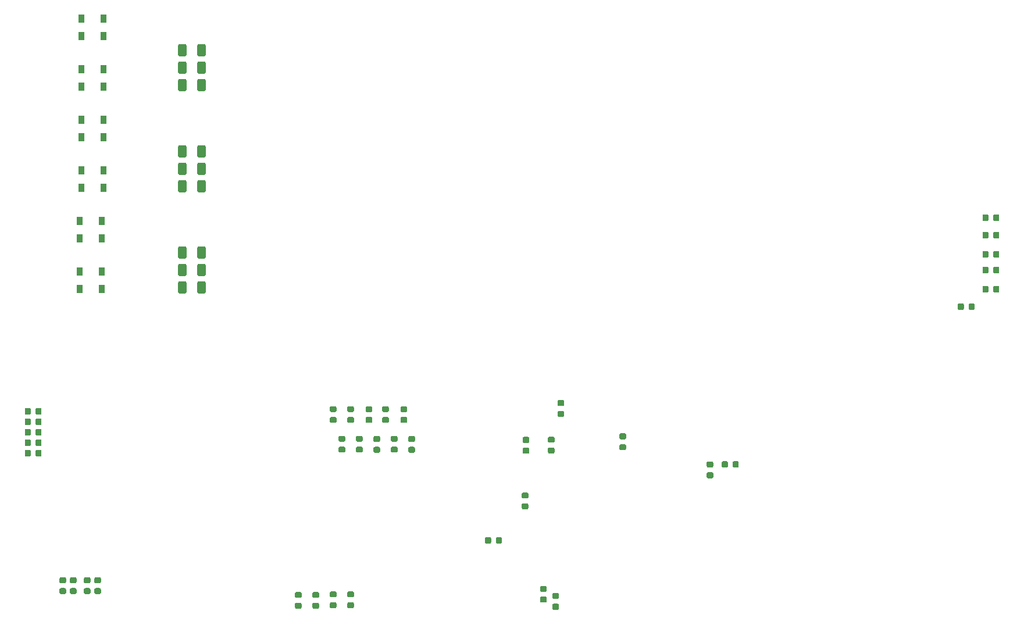
<source format=gbr>
G04 #@! TF.GenerationSoftware,KiCad,Pcbnew,5.1.4*
G04 #@! TF.CreationDate,2019-10-01T18:25:40-04:00*
G04 #@! TF.ProjectId,SolarCarECU,536f6c61-7243-4617-9245-43552e6b6963,rev?*
G04 #@! TF.SameCoordinates,Original*
G04 #@! TF.FileFunction,Paste,Bot*
G04 #@! TF.FilePolarity,Positive*
%FSLAX46Y46*%
G04 Gerber Fmt 4.6, Leading zero omitted, Abs format (unit mm)*
G04 Created by KiCad (PCBNEW 5.1.4) date 2019-10-01 18:25:40*
%MOMM*%
%LPD*%
G04 APERTURE LIST*
%ADD10C,0.100000*%
%ADD11C,0.875000*%
%ADD12R,0.900000X1.200000*%
%ADD13C,1.250000*%
G04 APERTURE END LIST*
D10*
G36*
X220229691Y-84108053D02*
G01*
X220250926Y-84111203D01*
X220271750Y-84116419D01*
X220291962Y-84123651D01*
X220311368Y-84132830D01*
X220329781Y-84143866D01*
X220347024Y-84156654D01*
X220362930Y-84171070D01*
X220377346Y-84186976D01*
X220390134Y-84204219D01*
X220401170Y-84222632D01*
X220410349Y-84242038D01*
X220417581Y-84262250D01*
X220422797Y-84283074D01*
X220425947Y-84304309D01*
X220427000Y-84325750D01*
X220427000Y-84838250D01*
X220425947Y-84859691D01*
X220422797Y-84880926D01*
X220417581Y-84901750D01*
X220410349Y-84921962D01*
X220401170Y-84941368D01*
X220390134Y-84959781D01*
X220377346Y-84977024D01*
X220362930Y-84992930D01*
X220347024Y-85007346D01*
X220329781Y-85020134D01*
X220311368Y-85031170D01*
X220291962Y-85040349D01*
X220271750Y-85047581D01*
X220250926Y-85052797D01*
X220229691Y-85055947D01*
X220208250Y-85057000D01*
X219770750Y-85057000D01*
X219749309Y-85055947D01*
X219728074Y-85052797D01*
X219707250Y-85047581D01*
X219687038Y-85040349D01*
X219667632Y-85031170D01*
X219649219Y-85020134D01*
X219631976Y-85007346D01*
X219616070Y-84992930D01*
X219601654Y-84977024D01*
X219588866Y-84959781D01*
X219577830Y-84941368D01*
X219568651Y-84921962D01*
X219561419Y-84901750D01*
X219556203Y-84880926D01*
X219553053Y-84859691D01*
X219552000Y-84838250D01*
X219552000Y-84325750D01*
X219553053Y-84304309D01*
X219556203Y-84283074D01*
X219561419Y-84262250D01*
X219568651Y-84242038D01*
X219577830Y-84222632D01*
X219588866Y-84204219D01*
X219601654Y-84186976D01*
X219616070Y-84171070D01*
X219631976Y-84156654D01*
X219649219Y-84143866D01*
X219667632Y-84132830D01*
X219687038Y-84123651D01*
X219707250Y-84116419D01*
X219728074Y-84111203D01*
X219749309Y-84108053D01*
X219770750Y-84107000D01*
X220208250Y-84107000D01*
X220229691Y-84108053D01*
X220229691Y-84108053D01*
G37*
D11*
X219989500Y-84582000D03*
D10*
G36*
X218654691Y-84108053D02*
G01*
X218675926Y-84111203D01*
X218696750Y-84116419D01*
X218716962Y-84123651D01*
X218736368Y-84132830D01*
X218754781Y-84143866D01*
X218772024Y-84156654D01*
X218787930Y-84171070D01*
X218802346Y-84186976D01*
X218815134Y-84204219D01*
X218826170Y-84222632D01*
X218835349Y-84242038D01*
X218842581Y-84262250D01*
X218847797Y-84283074D01*
X218850947Y-84304309D01*
X218852000Y-84325750D01*
X218852000Y-84838250D01*
X218850947Y-84859691D01*
X218847797Y-84880926D01*
X218842581Y-84901750D01*
X218835349Y-84921962D01*
X218826170Y-84941368D01*
X218815134Y-84959781D01*
X218802346Y-84977024D01*
X218787930Y-84992930D01*
X218772024Y-85007346D01*
X218754781Y-85020134D01*
X218736368Y-85031170D01*
X218716962Y-85040349D01*
X218696750Y-85047581D01*
X218675926Y-85052797D01*
X218654691Y-85055947D01*
X218633250Y-85057000D01*
X218195750Y-85057000D01*
X218174309Y-85055947D01*
X218153074Y-85052797D01*
X218132250Y-85047581D01*
X218112038Y-85040349D01*
X218092632Y-85031170D01*
X218074219Y-85020134D01*
X218056976Y-85007346D01*
X218041070Y-84992930D01*
X218026654Y-84977024D01*
X218013866Y-84959781D01*
X218002830Y-84941368D01*
X217993651Y-84921962D01*
X217986419Y-84901750D01*
X217981203Y-84880926D01*
X217978053Y-84859691D01*
X217977000Y-84838250D01*
X217977000Y-84325750D01*
X217978053Y-84304309D01*
X217981203Y-84283074D01*
X217986419Y-84262250D01*
X217993651Y-84242038D01*
X218002830Y-84222632D01*
X218013866Y-84204219D01*
X218026654Y-84186976D01*
X218041070Y-84171070D01*
X218056976Y-84156654D01*
X218074219Y-84143866D01*
X218092632Y-84132830D01*
X218112038Y-84123651D01*
X218132250Y-84116419D01*
X218153074Y-84111203D01*
X218174309Y-84108053D01*
X218195750Y-84107000D01*
X218633250Y-84107000D01*
X218654691Y-84108053D01*
X218654691Y-84108053D01*
G37*
D11*
X218414500Y-84582000D03*
D10*
G36*
X220229691Y-81314053D02*
G01*
X220250926Y-81317203D01*
X220271750Y-81322419D01*
X220291962Y-81329651D01*
X220311368Y-81338830D01*
X220329781Y-81349866D01*
X220347024Y-81362654D01*
X220362930Y-81377070D01*
X220377346Y-81392976D01*
X220390134Y-81410219D01*
X220401170Y-81428632D01*
X220410349Y-81448038D01*
X220417581Y-81468250D01*
X220422797Y-81489074D01*
X220425947Y-81510309D01*
X220427000Y-81531750D01*
X220427000Y-82044250D01*
X220425947Y-82065691D01*
X220422797Y-82086926D01*
X220417581Y-82107750D01*
X220410349Y-82127962D01*
X220401170Y-82147368D01*
X220390134Y-82165781D01*
X220377346Y-82183024D01*
X220362930Y-82198930D01*
X220347024Y-82213346D01*
X220329781Y-82226134D01*
X220311368Y-82237170D01*
X220291962Y-82246349D01*
X220271750Y-82253581D01*
X220250926Y-82258797D01*
X220229691Y-82261947D01*
X220208250Y-82263000D01*
X219770750Y-82263000D01*
X219749309Y-82261947D01*
X219728074Y-82258797D01*
X219707250Y-82253581D01*
X219687038Y-82246349D01*
X219667632Y-82237170D01*
X219649219Y-82226134D01*
X219631976Y-82213346D01*
X219616070Y-82198930D01*
X219601654Y-82183024D01*
X219588866Y-82165781D01*
X219577830Y-82147368D01*
X219568651Y-82127962D01*
X219561419Y-82107750D01*
X219556203Y-82086926D01*
X219553053Y-82065691D01*
X219552000Y-82044250D01*
X219552000Y-81531750D01*
X219553053Y-81510309D01*
X219556203Y-81489074D01*
X219561419Y-81468250D01*
X219568651Y-81448038D01*
X219577830Y-81428632D01*
X219588866Y-81410219D01*
X219601654Y-81392976D01*
X219616070Y-81377070D01*
X219631976Y-81362654D01*
X219649219Y-81349866D01*
X219667632Y-81338830D01*
X219687038Y-81329651D01*
X219707250Y-81322419D01*
X219728074Y-81317203D01*
X219749309Y-81314053D01*
X219770750Y-81313000D01*
X220208250Y-81313000D01*
X220229691Y-81314053D01*
X220229691Y-81314053D01*
G37*
D11*
X219989500Y-81788000D03*
D10*
G36*
X218654691Y-81314053D02*
G01*
X218675926Y-81317203D01*
X218696750Y-81322419D01*
X218716962Y-81329651D01*
X218736368Y-81338830D01*
X218754781Y-81349866D01*
X218772024Y-81362654D01*
X218787930Y-81377070D01*
X218802346Y-81392976D01*
X218815134Y-81410219D01*
X218826170Y-81428632D01*
X218835349Y-81448038D01*
X218842581Y-81468250D01*
X218847797Y-81489074D01*
X218850947Y-81510309D01*
X218852000Y-81531750D01*
X218852000Y-82044250D01*
X218850947Y-82065691D01*
X218847797Y-82086926D01*
X218842581Y-82107750D01*
X218835349Y-82127962D01*
X218826170Y-82147368D01*
X218815134Y-82165781D01*
X218802346Y-82183024D01*
X218787930Y-82198930D01*
X218772024Y-82213346D01*
X218754781Y-82226134D01*
X218736368Y-82237170D01*
X218716962Y-82246349D01*
X218696750Y-82253581D01*
X218675926Y-82258797D01*
X218654691Y-82261947D01*
X218633250Y-82263000D01*
X218195750Y-82263000D01*
X218174309Y-82261947D01*
X218153074Y-82258797D01*
X218132250Y-82253581D01*
X218112038Y-82246349D01*
X218092632Y-82237170D01*
X218074219Y-82226134D01*
X218056976Y-82213346D01*
X218041070Y-82198930D01*
X218026654Y-82183024D01*
X218013866Y-82165781D01*
X218002830Y-82147368D01*
X217993651Y-82127962D01*
X217986419Y-82107750D01*
X217981203Y-82086926D01*
X217978053Y-82065691D01*
X217977000Y-82044250D01*
X217977000Y-81531750D01*
X217978053Y-81510309D01*
X217981203Y-81489074D01*
X217986419Y-81468250D01*
X217993651Y-81448038D01*
X218002830Y-81428632D01*
X218013866Y-81410219D01*
X218026654Y-81392976D01*
X218041070Y-81377070D01*
X218056976Y-81362654D01*
X218074219Y-81349866D01*
X218092632Y-81338830D01*
X218112038Y-81329651D01*
X218132250Y-81322419D01*
X218153074Y-81317203D01*
X218174309Y-81314053D01*
X218195750Y-81313000D01*
X218633250Y-81313000D01*
X218654691Y-81314053D01*
X218654691Y-81314053D01*
G37*
D11*
X218414500Y-81788000D03*
D10*
G36*
X220229691Y-79028053D02*
G01*
X220250926Y-79031203D01*
X220271750Y-79036419D01*
X220291962Y-79043651D01*
X220311368Y-79052830D01*
X220329781Y-79063866D01*
X220347024Y-79076654D01*
X220362930Y-79091070D01*
X220377346Y-79106976D01*
X220390134Y-79124219D01*
X220401170Y-79142632D01*
X220410349Y-79162038D01*
X220417581Y-79182250D01*
X220422797Y-79203074D01*
X220425947Y-79224309D01*
X220427000Y-79245750D01*
X220427000Y-79758250D01*
X220425947Y-79779691D01*
X220422797Y-79800926D01*
X220417581Y-79821750D01*
X220410349Y-79841962D01*
X220401170Y-79861368D01*
X220390134Y-79879781D01*
X220377346Y-79897024D01*
X220362930Y-79912930D01*
X220347024Y-79927346D01*
X220329781Y-79940134D01*
X220311368Y-79951170D01*
X220291962Y-79960349D01*
X220271750Y-79967581D01*
X220250926Y-79972797D01*
X220229691Y-79975947D01*
X220208250Y-79977000D01*
X219770750Y-79977000D01*
X219749309Y-79975947D01*
X219728074Y-79972797D01*
X219707250Y-79967581D01*
X219687038Y-79960349D01*
X219667632Y-79951170D01*
X219649219Y-79940134D01*
X219631976Y-79927346D01*
X219616070Y-79912930D01*
X219601654Y-79897024D01*
X219588866Y-79879781D01*
X219577830Y-79861368D01*
X219568651Y-79841962D01*
X219561419Y-79821750D01*
X219556203Y-79800926D01*
X219553053Y-79779691D01*
X219552000Y-79758250D01*
X219552000Y-79245750D01*
X219553053Y-79224309D01*
X219556203Y-79203074D01*
X219561419Y-79182250D01*
X219568651Y-79162038D01*
X219577830Y-79142632D01*
X219588866Y-79124219D01*
X219601654Y-79106976D01*
X219616070Y-79091070D01*
X219631976Y-79076654D01*
X219649219Y-79063866D01*
X219667632Y-79052830D01*
X219687038Y-79043651D01*
X219707250Y-79036419D01*
X219728074Y-79031203D01*
X219749309Y-79028053D01*
X219770750Y-79027000D01*
X220208250Y-79027000D01*
X220229691Y-79028053D01*
X220229691Y-79028053D01*
G37*
D11*
X219989500Y-79502000D03*
D10*
G36*
X218654691Y-79028053D02*
G01*
X218675926Y-79031203D01*
X218696750Y-79036419D01*
X218716962Y-79043651D01*
X218736368Y-79052830D01*
X218754781Y-79063866D01*
X218772024Y-79076654D01*
X218787930Y-79091070D01*
X218802346Y-79106976D01*
X218815134Y-79124219D01*
X218826170Y-79142632D01*
X218835349Y-79162038D01*
X218842581Y-79182250D01*
X218847797Y-79203074D01*
X218850947Y-79224309D01*
X218852000Y-79245750D01*
X218852000Y-79758250D01*
X218850947Y-79779691D01*
X218847797Y-79800926D01*
X218842581Y-79821750D01*
X218835349Y-79841962D01*
X218826170Y-79861368D01*
X218815134Y-79879781D01*
X218802346Y-79897024D01*
X218787930Y-79912930D01*
X218772024Y-79927346D01*
X218754781Y-79940134D01*
X218736368Y-79951170D01*
X218716962Y-79960349D01*
X218696750Y-79967581D01*
X218675926Y-79972797D01*
X218654691Y-79975947D01*
X218633250Y-79977000D01*
X218195750Y-79977000D01*
X218174309Y-79975947D01*
X218153074Y-79972797D01*
X218132250Y-79967581D01*
X218112038Y-79960349D01*
X218092632Y-79951170D01*
X218074219Y-79940134D01*
X218056976Y-79927346D01*
X218041070Y-79912930D01*
X218026654Y-79897024D01*
X218013866Y-79879781D01*
X218002830Y-79861368D01*
X217993651Y-79841962D01*
X217986419Y-79821750D01*
X217981203Y-79800926D01*
X217978053Y-79779691D01*
X217977000Y-79758250D01*
X217977000Y-79245750D01*
X217978053Y-79224309D01*
X217981203Y-79203074D01*
X217986419Y-79182250D01*
X217993651Y-79162038D01*
X218002830Y-79142632D01*
X218013866Y-79124219D01*
X218026654Y-79106976D01*
X218041070Y-79091070D01*
X218056976Y-79076654D01*
X218074219Y-79063866D01*
X218092632Y-79052830D01*
X218112038Y-79043651D01*
X218132250Y-79036419D01*
X218153074Y-79031203D01*
X218174309Y-79028053D01*
X218195750Y-79027000D01*
X218633250Y-79027000D01*
X218654691Y-79028053D01*
X218654691Y-79028053D01*
G37*
D11*
X218414500Y-79502000D03*
D10*
G36*
X220229691Y-76234053D02*
G01*
X220250926Y-76237203D01*
X220271750Y-76242419D01*
X220291962Y-76249651D01*
X220311368Y-76258830D01*
X220329781Y-76269866D01*
X220347024Y-76282654D01*
X220362930Y-76297070D01*
X220377346Y-76312976D01*
X220390134Y-76330219D01*
X220401170Y-76348632D01*
X220410349Y-76368038D01*
X220417581Y-76388250D01*
X220422797Y-76409074D01*
X220425947Y-76430309D01*
X220427000Y-76451750D01*
X220427000Y-76964250D01*
X220425947Y-76985691D01*
X220422797Y-77006926D01*
X220417581Y-77027750D01*
X220410349Y-77047962D01*
X220401170Y-77067368D01*
X220390134Y-77085781D01*
X220377346Y-77103024D01*
X220362930Y-77118930D01*
X220347024Y-77133346D01*
X220329781Y-77146134D01*
X220311368Y-77157170D01*
X220291962Y-77166349D01*
X220271750Y-77173581D01*
X220250926Y-77178797D01*
X220229691Y-77181947D01*
X220208250Y-77183000D01*
X219770750Y-77183000D01*
X219749309Y-77181947D01*
X219728074Y-77178797D01*
X219707250Y-77173581D01*
X219687038Y-77166349D01*
X219667632Y-77157170D01*
X219649219Y-77146134D01*
X219631976Y-77133346D01*
X219616070Y-77118930D01*
X219601654Y-77103024D01*
X219588866Y-77085781D01*
X219577830Y-77067368D01*
X219568651Y-77047962D01*
X219561419Y-77027750D01*
X219556203Y-77006926D01*
X219553053Y-76985691D01*
X219552000Y-76964250D01*
X219552000Y-76451750D01*
X219553053Y-76430309D01*
X219556203Y-76409074D01*
X219561419Y-76388250D01*
X219568651Y-76368038D01*
X219577830Y-76348632D01*
X219588866Y-76330219D01*
X219601654Y-76312976D01*
X219616070Y-76297070D01*
X219631976Y-76282654D01*
X219649219Y-76269866D01*
X219667632Y-76258830D01*
X219687038Y-76249651D01*
X219707250Y-76242419D01*
X219728074Y-76237203D01*
X219749309Y-76234053D01*
X219770750Y-76233000D01*
X220208250Y-76233000D01*
X220229691Y-76234053D01*
X220229691Y-76234053D01*
G37*
D11*
X219989500Y-76708000D03*
D10*
G36*
X218654691Y-76234053D02*
G01*
X218675926Y-76237203D01*
X218696750Y-76242419D01*
X218716962Y-76249651D01*
X218736368Y-76258830D01*
X218754781Y-76269866D01*
X218772024Y-76282654D01*
X218787930Y-76297070D01*
X218802346Y-76312976D01*
X218815134Y-76330219D01*
X218826170Y-76348632D01*
X218835349Y-76368038D01*
X218842581Y-76388250D01*
X218847797Y-76409074D01*
X218850947Y-76430309D01*
X218852000Y-76451750D01*
X218852000Y-76964250D01*
X218850947Y-76985691D01*
X218847797Y-77006926D01*
X218842581Y-77027750D01*
X218835349Y-77047962D01*
X218826170Y-77067368D01*
X218815134Y-77085781D01*
X218802346Y-77103024D01*
X218787930Y-77118930D01*
X218772024Y-77133346D01*
X218754781Y-77146134D01*
X218736368Y-77157170D01*
X218716962Y-77166349D01*
X218696750Y-77173581D01*
X218675926Y-77178797D01*
X218654691Y-77181947D01*
X218633250Y-77183000D01*
X218195750Y-77183000D01*
X218174309Y-77181947D01*
X218153074Y-77178797D01*
X218132250Y-77173581D01*
X218112038Y-77166349D01*
X218092632Y-77157170D01*
X218074219Y-77146134D01*
X218056976Y-77133346D01*
X218041070Y-77118930D01*
X218026654Y-77103024D01*
X218013866Y-77085781D01*
X218002830Y-77067368D01*
X217993651Y-77047962D01*
X217986419Y-77027750D01*
X217981203Y-77006926D01*
X217978053Y-76985691D01*
X217977000Y-76964250D01*
X217977000Y-76451750D01*
X217978053Y-76430309D01*
X217981203Y-76409074D01*
X217986419Y-76388250D01*
X217993651Y-76368038D01*
X218002830Y-76348632D01*
X218013866Y-76330219D01*
X218026654Y-76312976D01*
X218041070Y-76297070D01*
X218056976Y-76282654D01*
X218074219Y-76269866D01*
X218092632Y-76258830D01*
X218112038Y-76249651D01*
X218132250Y-76242419D01*
X218153074Y-76237203D01*
X218174309Y-76234053D01*
X218195750Y-76233000D01*
X218633250Y-76233000D01*
X218654691Y-76234053D01*
X218654691Y-76234053D01*
G37*
D11*
X218414500Y-76708000D03*
D10*
G36*
X220229691Y-73694053D02*
G01*
X220250926Y-73697203D01*
X220271750Y-73702419D01*
X220291962Y-73709651D01*
X220311368Y-73718830D01*
X220329781Y-73729866D01*
X220347024Y-73742654D01*
X220362930Y-73757070D01*
X220377346Y-73772976D01*
X220390134Y-73790219D01*
X220401170Y-73808632D01*
X220410349Y-73828038D01*
X220417581Y-73848250D01*
X220422797Y-73869074D01*
X220425947Y-73890309D01*
X220427000Y-73911750D01*
X220427000Y-74424250D01*
X220425947Y-74445691D01*
X220422797Y-74466926D01*
X220417581Y-74487750D01*
X220410349Y-74507962D01*
X220401170Y-74527368D01*
X220390134Y-74545781D01*
X220377346Y-74563024D01*
X220362930Y-74578930D01*
X220347024Y-74593346D01*
X220329781Y-74606134D01*
X220311368Y-74617170D01*
X220291962Y-74626349D01*
X220271750Y-74633581D01*
X220250926Y-74638797D01*
X220229691Y-74641947D01*
X220208250Y-74643000D01*
X219770750Y-74643000D01*
X219749309Y-74641947D01*
X219728074Y-74638797D01*
X219707250Y-74633581D01*
X219687038Y-74626349D01*
X219667632Y-74617170D01*
X219649219Y-74606134D01*
X219631976Y-74593346D01*
X219616070Y-74578930D01*
X219601654Y-74563024D01*
X219588866Y-74545781D01*
X219577830Y-74527368D01*
X219568651Y-74507962D01*
X219561419Y-74487750D01*
X219556203Y-74466926D01*
X219553053Y-74445691D01*
X219552000Y-74424250D01*
X219552000Y-73911750D01*
X219553053Y-73890309D01*
X219556203Y-73869074D01*
X219561419Y-73848250D01*
X219568651Y-73828038D01*
X219577830Y-73808632D01*
X219588866Y-73790219D01*
X219601654Y-73772976D01*
X219616070Y-73757070D01*
X219631976Y-73742654D01*
X219649219Y-73729866D01*
X219667632Y-73718830D01*
X219687038Y-73709651D01*
X219707250Y-73702419D01*
X219728074Y-73697203D01*
X219749309Y-73694053D01*
X219770750Y-73693000D01*
X220208250Y-73693000D01*
X220229691Y-73694053D01*
X220229691Y-73694053D01*
G37*
D11*
X219989500Y-74168000D03*
D10*
G36*
X218654691Y-73694053D02*
G01*
X218675926Y-73697203D01*
X218696750Y-73702419D01*
X218716962Y-73709651D01*
X218736368Y-73718830D01*
X218754781Y-73729866D01*
X218772024Y-73742654D01*
X218787930Y-73757070D01*
X218802346Y-73772976D01*
X218815134Y-73790219D01*
X218826170Y-73808632D01*
X218835349Y-73828038D01*
X218842581Y-73848250D01*
X218847797Y-73869074D01*
X218850947Y-73890309D01*
X218852000Y-73911750D01*
X218852000Y-74424250D01*
X218850947Y-74445691D01*
X218847797Y-74466926D01*
X218842581Y-74487750D01*
X218835349Y-74507962D01*
X218826170Y-74527368D01*
X218815134Y-74545781D01*
X218802346Y-74563024D01*
X218787930Y-74578930D01*
X218772024Y-74593346D01*
X218754781Y-74606134D01*
X218736368Y-74617170D01*
X218716962Y-74626349D01*
X218696750Y-74633581D01*
X218675926Y-74638797D01*
X218654691Y-74641947D01*
X218633250Y-74643000D01*
X218195750Y-74643000D01*
X218174309Y-74641947D01*
X218153074Y-74638797D01*
X218132250Y-74633581D01*
X218112038Y-74626349D01*
X218092632Y-74617170D01*
X218074219Y-74606134D01*
X218056976Y-74593346D01*
X218041070Y-74578930D01*
X218026654Y-74563024D01*
X218013866Y-74545781D01*
X218002830Y-74527368D01*
X217993651Y-74507962D01*
X217986419Y-74487750D01*
X217981203Y-74466926D01*
X217978053Y-74445691D01*
X217977000Y-74424250D01*
X217977000Y-73911750D01*
X217978053Y-73890309D01*
X217981203Y-73869074D01*
X217986419Y-73848250D01*
X217993651Y-73828038D01*
X218002830Y-73808632D01*
X218013866Y-73790219D01*
X218026654Y-73772976D01*
X218041070Y-73757070D01*
X218056976Y-73742654D01*
X218074219Y-73729866D01*
X218092632Y-73718830D01*
X218112038Y-73709651D01*
X218132250Y-73702419D01*
X218153074Y-73697203D01*
X218174309Y-73694053D01*
X218195750Y-73693000D01*
X218633250Y-73693000D01*
X218654691Y-73694053D01*
X218654691Y-73694053D01*
G37*
D11*
X218414500Y-74168000D03*
D10*
G36*
X79208691Y-106460053D02*
G01*
X79229926Y-106463203D01*
X79250750Y-106468419D01*
X79270962Y-106475651D01*
X79290368Y-106484830D01*
X79308781Y-106495866D01*
X79326024Y-106508654D01*
X79341930Y-106523070D01*
X79356346Y-106538976D01*
X79369134Y-106556219D01*
X79380170Y-106574632D01*
X79389349Y-106594038D01*
X79396581Y-106614250D01*
X79401797Y-106635074D01*
X79404947Y-106656309D01*
X79406000Y-106677750D01*
X79406000Y-107190250D01*
X79404947Y-107211691D01*
X79401797Y-107232926D01*
X79396581Y-107253750D01*
X79389349Y-107273962D01*
X79380170Y-107293368D01*
X79369134Y-107311781D01*
X79356346Y-107329024D01*
X79341930Y-107344930D01*
X79326024Y-107359346D01*
X79308781Y-107372134D01*
X79290368Y-107383170D01*
X79270962Y-107392349D01*
X79250750Y-107399581D01*
X79229926Y-107404797D01*
X79208691Y-107407947D01*
X79187250Y-107409000D01*
X78749750Y-107409000D01*
X78728309Y-107407947D01*
X78707074Y-107404797D01*
X78686250Y-107399581D01*
X78666038Y-107392349D01*
X78646632Y-107383170D01*
X78628219Y-107372134D01*
X78610976Y-107359346D01*
X78595070Y-107344930D01*
X78580654Y-107329024D01*
X78567866Y-107311781D01*
X78556830Y-107293368D01*
X78547651Y-107273962D01*
X78540419Y-107253750D01*
X78535203Y-107232926D01*
X78532053Y-107211691D01*
X78531000Y-107190250D01*
X78531000Y-106677750D01*
X78532053Y-106656309D01*
X78535203Y-106635074D01*
X78540419Y-106614250D01*
X78547651Y-106594038D01*
X78556830Y-106574632D01*
X78567866Y-106556219D01*
X78580654Y-106538976D01*
X78595070Y-106523070D01*
X78610976Y-106508654D01*
X78628219Y-106495866D01*
X78646632Y-106484830D01*
X78666038Y-106475651D01*
X78686250Y-106468419D01*
X78707074Y-106463203D01*
X78728309Y-106460053D01*
X78749750Y-106459000D01*
X79187250Y-106459000D01*
X79208691Y-106460053D01*
X79208691Y-106460053D01*
G37*
D11*
X78968500Y-106934000D03*
D10*
G36*
X80783691Y-106460053D02*
G01*
X80804926Y-106463203D01*
X80825750Y-106468419D01*
X80845962Y-106475651D01*
X80865368Y-106484830D01*
X80883781Y-106495866D01*
X80901024Y-106508654D01*
X80916930Y-106523070D01*
X80931346Y-106538976D01*
X80944134Y-106556219D01*
X80955170Y-106574632D01*
X80964349Y-106594038D01*
X80971581Y-106614250D01*
X80976797Y-106635074D01*
X80979947Y-106656309D01*
X80981000Y-106677750D01*
X80981000Y-107190250D01*
X80979947Y-107211691D01*
X80976797Y-107232926D01*
X80971581Y-107253750D01*
X80964349Y-107273962D01*
X80955170Y-107293368D01*
X80944134Y-107311781D01*
X80931346Y-107329024D01*
X80916930Y-107344930D01*
X80901024Y-107359346D01*
X80883781Y-107372134D01*
X80865368Y-107383170D01*
X80845962Y-107392349D01*
X80825750Y-107399581D01*
X80804926Y-107404797D01*
X80783691Y-107407947D01*
X80762250Y-107409000D01*
X80324750Y-107409000D01*
X80303309Y-107407947D01*
X80282074Y-107404797D01*
X80261250Y-107399581D01*
X80241038Y-107392349D01*
X80221632Y-107383170D01*
X80203219Y-107372134D01*
X80185976Y-107359346D01*
X80170070Y-107344930D01*
X80155654Y-107329024D01*
X80142866Y-107311781D01*
X80131830Y-107293368D01*
X80122651Y-107273962D01*
X80115419Y-107253750D01*
X80110203Y-107232926D01*
X80107053Y-107211691D01*
X80106000Y-107190250D01*
X80106000Y-106677750D01*
X80107053Y-106656309D01*
X80110203Y-106635074D01*
X80115419Y-106614250D01*
X80122651Y-106594038D01*
X80131830Y-106574632D01*
X80142866Y-106556219D01*
X80155654Y-106538976D01*
X80170070Y-106523070D01*
X80185976Y-106508654D01*
X80203219Y-106495866D01*
X80221632Y-106484830D01*
X80241038Y-106475651D01*
X80261250Y-106468419D01*
X80282074Y-106463203D01*
X80303309Y-106460053D01*
X80324750Y-106459000D01*
X80762250Y-106459000D01*
X80783691Y-106460053D01*
X80783691Y-106460053D01*
G37*
D11*
X80543500Y-106934000D03*
D10*
G36*
X87907691Y-128113053D02*
G01*
X87928926Y-128116203D01*
X87949750Y-128121419D01*
X87969962Y-128128651D01*
X87989368Y-128137830D01*
X88007781Y-128148866D01*
X88025024Y-128161654D01*
X88040930Y-128176070D01*
X88055346Y-128191976D01*
X88068134Y-128209219D01*
X88079170Y-128227632D01*
X88088349Y-128247038D01*
X88095581Y-128267250D01*
X88100797Y-128288074D01*
X88103947Y-128309309D01*
X88105000Y-128330750D01*
X88105000Y-128768250D01*
X88103947Y-128789691D01*
X88100797Y-128810926D01*
X88095581Y-128831750D01*
X88088349Y-128851962D01*
X88079170Y-128871368D01*
X88068134Y-128889781D01*
X88055346Y-128907024D01*
X88040930Y-128922930D01*
X88025024Y-128937346D01*
X88007781Y-128950134D01*
X87989368Y-128961170D01*
X87969962Y-128970349D01*
X87949750Y-128977581D01*
X87928926Y-128982797D01*
X87907691Y-128985947D01*
X87886250Y-128987000D01*
X87373750Y-128987000D01*
X87352309Y-128985947D01*
X87331074Y-128982797D01*
X87310250Y-128977581D01*
X87290038Y-128970349D01*
X87270632Y-128961170D01*
X87252219Y-128950134D01*
X87234976Y-128937346D01*
X87219070Y-128922930D01*
X87204654Y-128907024D01*
X87191866Y-128889781D01*
X87180830Y-128871368D01*
X87171651Y-128851962D01*
X87164419Y-128831750D01*
X87159203Y-128810926D01*
X87156053Y-128789691D01*
X87155000Y-128768250D01*
X87155000Y-128330750D01*
X87156053Y-128309309D01*
X87159203Y-128288074D01*
X87164419Y-128267250D01*
X87171651Y-128247038D01*
X87180830Y-128227632D01*
X87191866Y-128209219D01*
X87204654Y-128191976D01*
X87219070Y-128176070D01*
X87234976Y-128161654D01*
X87252219Y-128148866D01*
X87270632Y-128137830D01*
X87290038Y-128128651D01*
X87310250Y-128121419D01*
X87331074Y-128116203D01*
X87352309Y-128113053D01*
X87373750Y-128112000D01*
X87886250Y-128112000D01*
X87907691Y-128113053D01*
X87907691Y-128113053D01*
G37*
D11*
X87630000Y-128549500D03*
D10*
G36*
X87907691Y-126538053D02*
G01*
X87928926Y-126541203D01*
X87949750Y-126546419D01*
X87969962Y-126553651D01*
X87989368Y-126562830D01*
X88007781Y-126573866D01*
X88025024Y-126586654D01*
X88040930Y-126601070D01*
X88055346Y-126616976D01*
X88068134Y-126634219D01*
X88079170Y-126652632D01*
X88088349Y-126672038D01*
X88095581Y-126692250D01*
X88100797Y-126713074D01*
X88103947Y-126734309D01*
X88105000Y-126755750D01*
X88105000Y-127193250D01*
X88103947Y-127214691D01*
X88100797Y-127235926D01*
X88095581Y-127256750D01*
X88088349Y-127276962D01*
X88079170Y-127296368D01*
X88068134Y-127314781D01*
X88055346Y-127332024D01*
X88040930Y-127347930D01*
X88025024Y-127362346D01*
X88007781Y-127375134D01*
X87989368Y-127386170D01*
X87969962Y-127395349D01*
X87949750Y-127402581D01*
X87928926Y-127407797D01*
X87907691Y-127410947D01*
X87886250Y-127412000D01*
X87373750Y-127412000D01*
X87352309Y-127410947D01*
X87331074Y-127407797D01*
X87310250Y-127402581D01*
X87290038Y-127395349D01*
X87270632Y-127386170D01*
X87252219Y-127375134D01*
X87234976Y-127362346D01*
X87219070Y-127347930D01*
X87204654Y-127332024D01*
X87191866Y-127314781D01*
X87180830Y-127296368D01*
X87171651Y-127276962D01*
X87164419Y-127256750D01*
X87159203Y-127235926D01*
X87156053Y-127214691D01*
X87155000Y-127193250D01*
X87155000Y-126755750D01*
X87156053Y-126734309D01*
X87159203Y-126713074D01*
X87164419Y-126692250D01*
X87171651Y-126672038D01*
X87180830Y-126652632D01*
X87191866Y-126634219D01*
X87204654Y-126616976D01*
X87219070Y-126601070D01*
X87234976Y-126586654D01*
X87252219Y-126573866D01*
X87270632Y-126562830D01*
X87290038Y-126553651D01*
X87310250Y-126546419D01*
X87331074Y-126541203D01*
X87352309Y-126538053D01*
X87373750Y-126537000D01*
X87886250Y-126537000D01*
X87907691Y-126538053D01*
X87907691Y-126538053D01*
G37*
D11*
X87630000Y-126974500D03*
D10*
G36*
X79208691Y-107984053D02*
G01*
X79229926Y-107987203D01*
X79250750Y-107992419D01*
X79270962Y-107999651D01*
X79290368Y-108008830D01*
X79308781Y-108019866D01*
X79326024Y-108032654D01*
X79341930Y-108047070D01*
X79356346Y-108062976D01*
X79369134Y-108080219D01*
X79380170Y-108098632D01*
X79389349Y-108118038D01*
X79396581Y-108138250D01*
X79401797Y-108159074D01*
X79404947Y-108180309D01*
X79406000Y-108201750D01*
X79406000Y-108714250D01*
X79404947Y-108735691D01*
X79401797Y-108756926D01*
X79396581Y-108777750D01*
X79389349Y-108797962D01*
X79380170Y-108817368D01*
X79369134Y-108835781D01*
X79356346Y-108853024D01*
X79341930Y-108868930D01*
X79326024Y-108883346D01*
X79308781Y-108896134D01*
X79290368Y-108907170D01*
X79270962Y-108916349D01*
X79250750Y-108923581D01*
X79229926Y-108928797D01*
X79208691Y-108931947D01*
X79187250Y-108933000D01*
X78749750Y-108933000D01*
X78728309Y-108931947D01*
X78707074Y-108928797D01*
X78686250Y-108923581D01*
X78666038Y-108916349D01*
X78646632Y-108907170D01*
X78628219Y-108896134D01*
X78610976Y-108883346D01*
X78595070Y-108868930D01*
X78580654Y-108853024D01*
X78567866Y-108835781D01*
X78556830Y-108817368D01*
X78547651Y-108797962D01*
X78540419Y-108777750D01*
X78535203Y-108756926D01*
X78532053Y-108735691D01*
X78531000Y-108714250D01*
X78531000Y-108201750D01*
X78532053Y-108180309D01*
X78535203Y-108159074D01*
X78540419Y-108138250D01*
X78547651Y-108118038D01*
X78556830Y-108098632D01*
X78567866Y-108080219D01*
X78580654Y-108062976D01*
X78595070Y-108047070D01*
X78610976Y-108032654D01*
X78628219Y-108019866D01*
X78646632Y-108008830D01*
X78666038Y-107999651D01*
X78686250Y-107992419D01*
X78707074Y-107987203D01*
X78728309Y-107984053D01*
X78749750Y-107983000D01*
X79187250Y-107983000D01*
X79208691Y-107984053D01*
X79208691Y-107984053D01*
G37*
D11*
X78968500Y-108458000D03*
D10*
G36*
X80783691Y-107984053D02*
G01*
X80804926Y-107987203D01*
X80825750Y-107992419D01*
X80845962Y-107999651D01*
X80865368Y-108008830D01*
X80883781Y-108019866D01*
X80901024Y-108032654D01*
X80916930Y-108047070D01*
X80931346Y-108062976D01*
X80944134Y-108080219D01*
X80955170Y-108098632D01*
X80964349Y-108118038D01*
X80971581Y-108138250D01*
X80976797Y-108159074D01*
X80979947Y-108180309D01*
X80981000Y-108201750D01*
X80981000Y-108714250D01*
X80979947Y-108735691D01*
X80976797Y-108756926D01*
X80971581Y-108777750D01*
X80964349Y-108797962D01*
X80955170Y-108817368D01*
X80944134Y-108835781D01*
X80931346Y-108853024D01*
X80916930Y-108868930D01*
X80901024Y-108883346D01*
X80883781Y-108896134D01*
X80865368Y-108907170D01*
X80845962Y-108916349D01*
X80825750Y-108923581D01*
X80804926Y-108928797D01*
X80783691Y-108931947D01*
X80762250Y-108933000D01*
X80324750Y-108933000D01*
X80303309Y-108931947D01*
X80282074Y-108928797D01*
X80261250Y-108923581D01*
X80241038Y-108916349D01*
X80221632Y-108907170D01*
X80203219Y-108896134D01*
X80185976Y-108883346D01*
X80170070Y-108868930D01*
X80155654Y-108853024D01*
X80142866Y-108835781D01*
X80131830Y-108817368D01*
X80122651Y-108797962D01*
X80115419Y-108777750D01*
X80110203Y-108756926D01*
X80107053Y-108735691D01*
X80106000Y-108714250D01*
X80106000Y-108201750D01*
X80107053Y-108180309D01*
X80110203Y-108159074D01*
X80115419Y-108138250D01*
X80122651Y-108118038D01*
X80131830Y-108098632D01*
X80142866Y-108080219D01*
X80155654Y-108062976D01*
X80170070Y-108047070D01*
X80185976Y-108032654D01*
X80203219Y-108019866D01*
X80221632Y-108008830D01*
X80241038Y-107999651D01*
X80261250Y-107992419D01*
X80282074Y-107987203D01*
X80303309Y-107984053D01*
X80324750Y-107983000D01*
X80762250Y-107983000D01*
X80783691Y-107984053D01*
X80783691Y-107984053D01*
G37*
D11*
X80543500Y-108458000D03*
D10*
G36*
X84351691Y-128113053D02*
G01*
X84372926Y-128116203D01*
X84393750Y-128121419D01*
X84413962Y-128128651D01*
X84433368Y-128137830D01*
X84451781Y-128148866D01*
X84469024Y-128161654D01*
X84484930Y-128176070D01*
X84499346Y-128191976D01*
X84512134Y-128209219D01*
X84523170Y-128227632D01*
X84532349Y-128247038D01*
X84539581Y-128267250D01*
X84544797Y-128288074D01*
X84547947Y-128309309D01*
X84549000Y-128330750D01*
X84549000Y-128768250D01*
X84547947Y-128789691D01*
X84544797Y-128810926D01*
X84539581Y-128831750D01*
X84532349Y-128851962D01*
X84523170Y-128871368D01*
X84512134Y-128889781D01*
X84499346Y-128907024D01*
X84484930Y-128922930D01*
X84469024Y-128937346D01*
X84451781Y-128950134D01*
X84433368Y-128961170D01*
X84413962Y-128970349D01*
X84393750Y-128977581D01*
X84372926Y-128982797D01*
X84351691Y-128985947D01*
X84330250Y-128987000D01*
X83817750Y-128987000D01*
X83796309Y-128985947D01*
X83775074Y-128982797D01*
X83754250Y-128977581D01*
X83734038Y-128970349D01*
X83714632Y-128961170D01*
X83696219Y-128950134D01*
X83678976Y-128937346D01*
X83663070Y-128922930D01*
X83648654Y-128907024D01*
X83635866Y-128889781D01*
X83624830Y-128871368D01*
X83615651Y-128851962D01*
X83608419Y-128831750D01*
X83603203Y-128810926D01*
X83600053Y-128789691D01*
X83599000Y-128768250D01*
X83599000Y-128330750D01*
X83600053Y-128309309D01*
X83603203Y-128288074D01*
X83608419Y-128267250D01*
X83615651Y-128247038D01*
X83624830Y-128227632D01*
X83635866Y-128209219D01*
X83648654Y-128191976D01*
X83663070Y-128176070D01*
X83678976Y-128161654D01*
X83696219Y-128148866D01*
X83714632Y-128137830D01*
X83734038Y-128128651D01*
X83754250Y-128121419D01*
X83775074Y-128116203D01*
X83796309Y-128113053D01*
X83817750Y-128112000D01*
X84330250Y-128112000D01*
X84351691Y-128113053D01*
X84351691Y-128113053D01*
G37*
D11*
X84074000Y-128549500D03*
D10*
G36*
X84351691Y-126538053D02*
G01*
X84372926Y-126541203D01*
X84393750Y-126546419D01*
X84413962Y-126553651D01*
X84433368Y-126562830D01*
X84451781Y-126573866D01*
X84469024Y-126586654D01*
X84484930Y-126601070D01*
X84499346Y-126616976D01*
X84512134Y-126634219D01*
X84523170Y-126652632D01*
X84532349Y-126672038D01*
X84539581Y-126692250D01*
X84544797Y-126713074D01*
X84547947Y-126734309D01*
X84549000Y-126755750D01*
X84549000Y-127193250D01*
X84547947Y-127214691D01*
X84544797Y-127235926D01*
X84539581Y-127256750D01*
X84532349Y-127276962D01*
X84523170Y-127296368D01*
X84512134Y-127314781D01*
X84499346Y-127332024D01*
X84484930Y-127347930D01*
X84469024Y-127362346D01*
X84451781Y-127375134D01*
X84433368Y-127386170D01*
X84413962Y-127395349D01*
X84393750Y-127402581D01*
X84372926Y-127407797D01*
X84351691Y-127410947D01*
X84330250Y-127412000D01*
X83817750Y-127412000D01*
X83796309Y-127410947D01*
X83775074Y-127407797D01*
X83754250Y-127402581D01*
X83734038Y-127395349D01*
X83714632Y-127386170D01*
X83696219Y-127375134D01*
X83678976Y-127362346D01*
X83663070Y-127347930D01*
X83648654Y-127332024D01*
X83635866Y-127314781D01*
X83624830Y-127296368D01*
X83615651Y-127276962D01*
X83608419Y-127256750D01*
X83603203Y-127235926D01*
X83600053Y-127214691D01*
X83599000Y-127193250D01*
X83599000Y-126755750D01*
X83600053Y-126734309D01*
X83603203Y-126713074D01*
X83608419Y-126692250D01*
X83615651Y-126672038D01*
X83624830Y-126652632D01*
X83635866Y-126634219D01*
X83648654Y-126616976D01*
X83663070Y-126601070D01*
X83678976Y-126586654D01*
X83696219Y-126573866D01*
X83714632Y-126562830D01*
X83734038Y-126553651D01*
X83754250Y-126546419D01*
X83775074Y-126541203D01*
X83796309Y-126538053D01*
X83817750Y-126537000D01*
X84330250Y-126537000D01*
X84351691Y-126538053D01*
X84351691Y-126538053D01*
G37*
D11*
X84074000Y-126974500D03*
D10*
G36*
X79208691Y-101888053D02*
G01*
X79229926Y-101891203D01*
X79250750Y-101896419D01*
X79270962Y-101903651D01*
X79290368Y-101912830D01*
X79308781Y-101923866D01*
X79326024Y-101936654D01*
X79341930Y-101951070D01*
X79356346Y-101966976D01*
X79369134Y-101984219D01*
X79380170Y-102002632D01*
X79389349Y-102022038D01*
X79396581Y-102042250D01*
X79401797Y-102063074D01*
X79404947Y-102084309D01*
X79406000Y-102105750D01*
X79406000Y-102618250D01*
X79404947Y-102639691D01*
X79401797Y-102660926D01*
X79396581Y-102681750D01*
X79389349Y-102701962D01*
X79380170Y-102721368D01*
X79369134Y-102739781D01*
X79356346Y-102757024D01*
X79341930Y-102772930D01*
X79326024Y-102787346D01*
X79308781Y-102800134D01*
X79290368Y-102811170D01*
X79270962Y-102820349D01*
X79250750Y-102827581D01*
X79229926Y-102832797D01*
X79208691Y-102835947D01*
X79187250Y-102837000D01*
X78749750Y-102837000D01*
X78728309Y-102835947D01*
X78707074Y-102832797D01*
X78686250Y-102827581D01*
X78666038Y-102820349D01*
X78646632Y-102811170D01*
X78628219Y-102800134D01*
X78610976Y-102787346D01*
X78595070Y-102772930D01*
X78580654Y-102757024D01*
X78567866Y-102739781D01*
X78556830Y-102721368D01*
X78547651Y-102701962D01*
X78540419Y-102681750D01*
X78535203Y-102660926D01*
X78532053Y-102639691D01*
X78531000Y-102618250D01*
X78531000Y-102105750D01*
X78532053Y-102084309D01*
X78535203Y-102063074D01*
X78540419Y-102042250D01*
X78547651Y-102022038D01*
X78556830Y-102002632D01*
X78567866Y-101984219D01*
X78580654Y-101966976D01*
X78595070Y-101951070D01*
X78610976Y-101936654D01*
X78628219Y-101923866D01*
X78646632Y-101912830D01*
X78666038Y-101903651D01*
X78686250Y-101896419D01*
X78707074Y-101891203D01*
X78728309Y-101888053D01*
X78749750Y-101887000D01*
X79187250Y-101887000D01*
X79208691Y-101888053D01*
X79208691Y-101888053D01*
G37*
D11*
X78968500Y-102362000D03*
D10*
G36*
X80783691Y-101888053D02*
G01*
X80804926Y-101891203D01*
X80825750Y-101896419D01*
X80845962Y-101903651D01*
X80865368Y-101912830D01*
X80883781Y-101923866D01*
X80901024Y-101936654D01*
X80916930Y-101951070D01*
X80931346Y-101966976D01*
X80944134Y-101984219D01*
X80955170Y-102002632D01*
X80964349Y-102022038D01*
X80971581Y-102042250D01*
X80976797Y-102063074D01*
X80979947Y-102084309D01*
X80981000Y-102105750D01*
X80981000Y-102618250D01*
X80979947Y-102639691D01*
X80976797Y-102660926D01*
X80971581Y-102681750D01*
X80964349Y-102701962D01*
X80955170Y-102721368D01*
X80944134Y-102739781D01*
X80931346Y-102757024D01*
X80916930Y-102772930D01*
X80901024Y-102787346D01*
X80883781Y-102800134D01*
X80865368Y-102811170D01*
X80845962Y-102820349D01*
X80825750Y-102827581D01*
X80804926Y-102832797D01*
X80783691Y-102835947D01*
X80762250Y-102837000D01*
X80324750Y-102837000D01*
X80303309Y-102835947D01*
X80282074Y-102832797D01*
X80261250Y-102827581D01*
X80241038Y-102820349D01*
X80221632Y-102811170D01*
X80203219Y-102800134D01*
X80185976Y-102787346D01*
X80170070Y-102772930D01*
X80155654Y-102757024D01*
X80142866Y-102739781D01*
X80131830Y-102721368D01*
X80122651Y-102701962D01*
X80115419Y-102681750D01*
X80110203Y-102660926D01*
X80107053Y-102639691D01*
X80106000Y-102618250D01*
X80106000Y-102105750D01*
X80107053Y-102084309D01*
X80110203Y-102063074D01*
X80115419Y-102042250D01*
X80122651Y-102022038D01*
X80131830Y-102002632D01*
X80142866Y-101984219D01*
X80155654Y-101966976D01*
X80170070Y-101951070D01*
X80185976Y-101936654D01*
X80203219Y-101923866D01*
X80221632Y-101912830D01*
X80241038Y-101903651D01*
X80261250Y-101896419D01*
X80282074Y-101891203D01*
X80303309Y-101888053D01*
X80324750Y-101887000D01*
X80762250Y-101887000D01*
X80783691Y-101888053D01*
X80783691Y-101888053D01*
G37*
D11*
X80543500Y-102362000D03*
D10*
G36*
X85875691Y-128113053D02*
G01*
X85896926Y-128116203D01*
X85917750Y-128121419D01*
X85937962Y-128128651D01*
X85957368Y-128137830D01*
X85975781Y-128148866D01*
X85993024Y-128161654D01*
X86008930Y-128176070D01*
X86023346Y-128191976D01*
X86036134Y-128209219D01*
X86047170Y-128227632D01*
X86056349Y-128247038D01*
X86063581Y-128267250D01*
X86068797Y-128288074D01*
X86071947Y-128309309D01*
X86073000Y-128330750D01*
X86073000Y-128768250D01*
X86071947Y-128789691D01*
X86068797Y-128810926D01*
X86063581Y-128831750D01*
X86056349Y-128851962D01*
X86047170Y-128871368D01*
X86036134Y-128889781D01*
X86023346Y-128907024D01*
X86008930Y-128922930D01*
X85993024Y-128937346D01*
X85975781Y-128950134D01*
X85957368Y-128961170D01*
X85937962Y-128970349D01*
X85917750Y-128977581D01*
X85896926Y-128982797D01*
X85875691Y-128985947D01*
X85854250Y-128987000D01*
X85341750Y-128987000D01*
X85320309Y-128985947D01*
X85299074Y-128982797D01*
X85278250Y-128977581D01*
X85258038Y-128970349D01*
X85238632Y-128961170D01*
X85220219Y-128950134D01*
X85202976Y-128937346D01*
X85187070Y-128922930D01*
X85172654Y-128907024D01*
X85159866Y-128889781D01*
X85148830Y-128871368D01*
X85139651Y-128851962D01*
X85132419Y-128831750D01*
X85127203Y-128810926D01*
X85124053Y-128789691D01*
X85123000Y-128768250D01*
X85123000Y-128330750D01*
X85124053Y-128309309D01*
X85127203Y-128288074D01*
X85132419Y-128267250D01*
X85139651Y-128247038D01*
X85148830Y-128227632D01*
X85159866Y-128209219D01*
X85172654Y-128191976D01*
X85187070Y-128176070D01*
X85202976Y-128161654D01*
X85220219Y-128148866D01*
X85238632Y-128137830D01*
X85258038Y-128128651D01*
X85278250Y-128121419D01*
X85299074Y-128116203D01*
X85320309Y-128113053D01*
X85341750Y-128112000D01*
X85854250Y-128112000D01*
X85875691Y-128113053D01*
X85875691Y-128113053D01*
G37*
D11*
X85598000Y-128549500D03*
D10*
G36*
X85875691Y-126538053D02*
G01*
X85896926Y-126541203D01*
X85917750Y-126546419D01*
X85937962Y-126553651D01*
X85957368Y-126562830D01*
X85975781Y-126573866D01*
X85993024Y-126586654D01*
X86008930Y-126601070D01*
X86023346Y-126616976D01*
X86036134Y-126634219D01*
X86047170Y-126652632D01*
X86056349Y-126672038D01*
X86063581Y-126692250D01*
X86068797Y-126713074D01*
X86071947Y-126734309D01*
X86073000Y-126755750D01*
X86073000Y-127193250D01*
X86071947Y-127214691D01*
X86068797Y-127235926D01*
X86063581Y-127256750D01*
X86056349Y-127276962D01*
X86047170Y-127296368D01*
X86036134Y-127314781D01*
X86023346Y-127332024D01*
X86008930Y-127347930D01*
X85993024Y-127362346D01*
X85975781Y-127375134D01*
X85957368Y-127386170D01*
X85937962Y-127395349D01*
X85917750Y-127402581D01*
X85896926Y-127407797D01*
X85875691Y-127410947D01*
X85854250Y-127412000D01*
X85341750Y-127412000D01*
X85320309Y-127410947D01*
X85299074Y-127407797D01*
X85278250Y-127402581D01*
X85258038Y-127395349D01*
X85238632Y-127386170D01*
X85220219Y-127375134D01*
X85202976Y-127362346D01*
X85187070Y-127347930D01*
X85172654Y-127332024D01*
X85159866Y-127314781D01*
X85148830Y-127296368D01*
X85139651Y-127276962D01*
X85132419Y-127256750D01*
X85127203Y-127235926D01*
X85124053Y-127214691D01*
X85123000Y-127193250D01*
X85123000Y-126755750D01*
X85124053Y-126734309D01*
X85127203Y-126713074D01*
X85132419Y-126692250D01*
X85139651Y-126672038D01*
X85148830Y-126652632D01*
X85159866Y-126634219D01*
X85172654Y-126616976D01*
X85187070Y-126601070D01*
X85202976Y-126586654D01*
X85220219Y-126573866D01*
X85238632Y-126562830D01*
X85258038Y-126553651D01*
X85278250Y-126546419D01*
X85299074Y-126541203D01*
X85320309Y-126538053D01*
X85341750Y-126537000D01*
X85854250Y-126537000D01*
X85875691Y-126538053D01*
X85875691Y-126538053D01*
G37*
D11*
X85598000Y-126974500D03*
D10*
G36*
X79208691Y-104936053D02*
G01*
X79229926Y-104939203D01*
X79250750Y-104944419D01*
X79270962Y-104951651D01*
X79290368Y-104960830D01*
X79308781Y-104971866D01*
X79326024Y-104984654D01*
X79341930Y-104999070D01*
X79356346Y-105014976D01*
X79369134Y-105032219D01*
X79380170Y-105050632D01*
X79389349Y-105070038D01*
X79396581Y-105090250D01*
X79401797Y-105111074D01*
X79404947Y-105132309D01*
X79406000Y-105153750D01*
X79406000Y-105666250D01*
X79404947Y-105687691D01*
X79401797Y-105708926D01*
X79396581Y-105729750D01*
X79389349Y-105749962D01*
X79380170Y-105769368D01*
X79369134Y-105787781D01*
X79356346Y-105805024D01*
X79341930Y-105820930D01*
X79326024Y-105835346D01*
X79308781Y-105848134D01*
X79290368Y-105859170D01*
X79270962Y-105868349D01*
X79250750Y-105875581D01*
X79229926Y-105880797D01*
X79208691Y-105883947D01*
X79187250Y-105885000D01*
X78749750Y-105885000D01*
X78728309Y-105883947D01*
X78707074Y-105880797D01*
X78686250Y-105875581D01*
X78666038Y-105868349D01*
X78646632Y-105859170D01*
X78628219Y-105848134D01*
X78610976Y-105835346D01*
X78595070Y-105820930D01*
X78580654Y-105805024D01*
X78567866Y-105787781D01*
X78556830Y-105769368D01*
X78547651Y-105749962D01*
X78540419Y-105729750D01*
X78535203Y-105708926D01*
X78532053Y-105687691D01*
X78531000Y-105666250D01*
X78531000Y-105153750D01*
X78532053Y-105132309D01*
X78535203Y-105111074D01*
X78540419Y-105090250D01*
X78547651Y-105070038D01*
X78556830Y-105050632D01*
X78567866Y-105032219D01*
X78580654Y-105014976D01*
X78595070Y-104999070D01*
X78610976Y-104984654D01*
X78628219Y-104971866D01*
X78646632Y-104960830D01*
X78666038Y-104951651D01*
X78686250Y-104944419D01*
X78707074Y-104939203D01*
X78728309Y-104936053D01*
X78749750Y-104935000D01*
X79187250Y-104935000D01*
X79208691Y-104936053D01*
X79208691Y-104936053D01*
G37*
D11*
X78968500Y-105410000D03*
D10*
G36*
X80783691Y-104936053D02*
G01*
X80804926Y-104939203D01*
X80825750Y-104944419D01*
X80845962Y-104951651D01*
X80865368Y-104960830D01*
X80883781Y-104971866D01*
X80901024Y-104984654D01*
X80916930Y-104999070D01*
X80931346Y-105014976D01*
X80944134Y-105032219D01*
X80955170Y-105050632D01*
X80964349Y-105070038D01*
X80971581Y-105090250D01*
X80976797Y-105111074D01*
X80979947Y-105132309D01*
X80981000Y-105153750D01*
X80981000Y-105666250D01*
X80979947Y-105687691D01*
X80976797Y-105708926D01*
X80971581Y-105729750D01*
X80964349Y-105749962D01*
X80955170Y-105769368D01*
X80944134Y-105787781D01*
X80931346Y-105805024D01*
X80916930Y-105820930D01*
X80901024Y-105835346D01*
X80883781Y-105848134D01*
X80865368Y-105859170D01*
X80845962Y-105868349D01*
X80825750Y-105875581D01*
X80804926Y-105880797D01*
X80783691Y-105883947D01*
X80762250Y-105885000D01*
X80324750Y-105885000D01*
X80303309Y-105883947D01*
X80282074Y-105880797D01*
X80261250Y-105875581D01*
X80241038Y-105868349D01*
X80221632Y-105859170D01*
X80203219Y-105848134D01*
X80185976Y-105835346D01*
X80170070Y-105820930D01*
X80155654Y-105805024D01*
X80142866Y-105787781D01*
X80131830Y-105769368D01*
X80122651Y-105749962D01*
X80115419Y-105729750D01*
X80110203Y-105708926D01*
X80107053Y-105687691D01*
X80106000Y-105666250D01*
X80106000Y-105153750D01*
X80107053Y-105132309D01*
X80110203Y-105111074D01*
X80115419Y-105090250D01*
X80122651Y-105070038D01*
X80131830Y-105050632D01*
X80142866Y-105032219D01*
X80155654Y-105014976D01*
X80170070Y-104999070D01*
X80185976Y-104984654D01*
X80203219Y-104971866D01*
X80221632Y-104960830D01*
X80241038Y-104951651D01*
X80261250Y-104944419D01*
X80282074Y-104939203D01*
X80303309Y-104936053D01*
X80324750Y-104935000D01*
X80762250Y-104935000D01*
X80783691Y-104936053D01*
X80783691Y-104936053D01*
G37*
D11*
X80543500Y-105410000D03*
D10*
G36*
X89431691Y-128113053D02*
G01*
X89452926Y-128116203D01*
X89473750Y-128121419D01*
X89493962Y-128128651D01*
X89513368Y-128137830D01*
X89531781Y-128148866D01*
X89549024Y-128161654D01*
X89564930Y-128176070D01*
X89579346Y-128191976D01*
X89592134Y-128209219D01*
X89603170Y-128227632D01*
X89612349Y-128247038D01*
X89619581Y-128267250D01*
X89624797Y-128288074D01*
X89627947Y-128309309D01*
X89629000Y-128330750D01*
X89629000Y-128768250D01*
X89627947Y-128789691D01*
X89624797Y-128810926D01*
X89619581Y-128831750D01*
X89612349Y-128851962D01*
X89603170Y-128871368D01*
X89592134Y-128889781D01*
X89579346Y-128907024D01*
X89564930Y-128922930D01*
X89549024Y-128937346D01*
X89531781Y-128950134D01*
X89513368Y-128961170D01*
X89493962Y-128970349D01*
X89473750Y-128977581D01*
X89452926Y-128982797D01*
X89431691Y-128985947D01*
X89410250Y-128987000D01*
X88897750Y-128987000D01*
X88876309Y-128985947D01*
X88855074Y-128982797D01*
X88834250Y-128977581D01*
X88814038Y-128970349D01*
X88794632Y-128961170D01*
X88776219Y-128950134D01*
X88758976Y-128937346D01*
X88743070Y-128922930D01*
X88728654Y-128907024D01*
X88715866Y-128889781D01*
X88704830Y-128871368D01*
X88695651Y-128851962D01*
X88688419Y-128831750D01*
X88683203Y-128810926D01*
X88680053Y-128789691D01*
X88679000Y-128768250D01*
X88679000Y-128330750D01*
X88680053Y-128309309D01*
X88683203Y-128288074D01*
X88688419Y-128267250D01*
X88695651Y-128247038D01*
X88704830Y-128227632D01*
X88715866Y-128209219D01*
X88728654Y-128191976D01*
X88743070Y-128176070D01*
X88758976Y-128161654D01*
X88776219Y-128148866D01*
X88794632Y-128137830D01*
X88814038Y-128128651D01*
X88834250Y-128121419D01*
X88855074Y-128116203D01*
X88876309Y-128113053D01*
X88897750Y-128112000D01*
X89410250Y-128112000D01*
X89431691Y-128113053D01*
X89431691Y-128113053D01*
G37*
D11*
X89154000Y-128549500D03*
D10*
G36*
X89431691Y-126538053D02*
G01*
X89452926Y-126541203D01*
X89473750Y-126546419D01*
X89493962Y-126553651D01*
X89513368Y-126562830D01*
X89531781Y-126573866D01*
X89549024Y-126586654D01*
X89564930Y-126601070D01*
X89579346Y-126616976D01*
X89592134Y-126634219D01*
X89603170Y-126652632D01*
X89612349Y-126672038D01*
X89619581Y-126692250D01*
X89624797Y-126713074D01*
X89627947Y-126734309D01*
X89629000Y-126755750D01*
X89629000Y-127193250D01*
X89627947Y-127214691D01*
X89624797Y-127235926D01*
X89619581Y-127256750D01*
X89612349Y-127276962D01*
X89603170Y-127296368D01*
X89592134Y-127314781D01*
X89579346Y-127332024D01*
X89564930Y-127347930D01*
X89549024Y-127362346D01*
X89531781Y-127375134D01*
X89513368Y-127386170D01*
X89493962Y-127395349D01*
X89473750Y-127402581D01*
X89452926Y-127407797D01*
X89431691Y-127410947D01*
X89410250Y-127412000D01*
X88897750Y-127412000D01*
X88876309Y-127410947D01*
X88855074Y-127407797D01*
X88834250Y-127402581D01*
X88814038Y-127395349D01*
X88794632Y-127386170D01*
X88776219Y-127375134D01*
X88758976Y-127362346D01*
X88743070Y-127347930D01*
X88728654Y-127332024D01*
X88715866Y-127314781D01*
X88704830Y-127296368D01*
X88695651Y-127276962D01*
X88688419Y-127256750D01*
X88683203Y-127235926D01*
X88680053Y-127214691D01*
X88679000Y-127193250D01*
X88679000Y-126755750D01*
X88680053Y-126734309D01*
X88683203Y-126713074D01*
X88688419Y-126692250D01*
X88695651Y-126672038D01*
X88704830Y-126652632D01*
X88715866Y-126634219D01*
X88728654Y-126616976D01*
X88743070Y-126601070D01*
X88758976Y-126586654D01*
X88776219Y-126573866D01*
X88794632Y-126562830D01*
X88814038Y-126553651D01*
X88834250Y-126546419D01*
X88855074Y-126541203D01*
X88876309Y-126538053D01*
X88897750Y-126537000D01*
X89410250Y-126537000D01*
X89431691Y-126538053D01*
X89431691Y-126538053D01*
G37*
D11*
X89154000Y-126974500D03*
D10*
G36*
X79208691Y-103412053D02*
G01*
X79229926Y-103415203D01*
X79250750Y-103420419D01*
X79270962Y-103427651D01*
X79290368Y-103436830D01*
X79308781Y-103447866D01*
X79326024Y-103460654D01*
X79341930Y-103475070D01*
X79356346Y-103490976D01*
X79369134Y-103508219D01*
X79380170Y-103526632D01*
X79389349Y-103546038D01*
X79396581Y-103566250D01*
X79401797Y-103587074D01*
X79404947Y-103608309D01*
X79406000Y-103629750D01*
X79406000Y-104142250D01*
X79404947Y-104163691D01*
X79401797Y-104184926D01*
X79396581Y-104205750D01*
X79389349Y-104225962D01*
X79380170Y-104245368D01*
X79369134Y-104263781D01*
X79356346Y-104281024D01*
X79341930Y-104296930D01*
X79326024Y-104311346D01*
X79308781Y-104324134D01*
X79290368Y-104335170D01*
X79270962Y-104344349D01*
X79250750Y-104351581D01*
X79229926Y-104356797D01*
X79208691Y-104359947D01*
X79187250Y-104361000D01*
X78749750Y-104361000D01*
X78728309Y-104359947D01*
X78707074Y-104356797D01*
X78686250Y-104351581D01*
X78666038Y-104344349D01*
X78646632Y-104335170D01*
X78628219Y-104324134D01*
X78610976Y-104311346D01*
X78595070Y-104296930D01*
X78580654Y-104281024D01*
X78567866Y-104263781D01*
X78556830Y-104245368D01*
X78547651Y-104225962D01*
X78540419Y-104205750D01*
X78535203Y-104184926D01*
X78532053Y-104163691D01*
X78531000Y-104142250D01*
X78531000Y-103629750D01*
X78532053Y-103608309D01*
X78535203Y-103587074D01*
X78540419Y-103566250D01*
X78547651Y-103546038D01*
X78556830Y-103526632D01*
X78567866Y-103508219D01*
X78580654Y-103490976D01*
X78595070Y-103475070D01*
X78610976Y-103460654D01*
X78628219Y-103447866D01*
X78646632Y-103436830D01*
X78666038Y-103427651D01*
X78686250Y-103420419D01*
X78707074Y-103415203D01*
X78728309Y-103412053D01*
X78749750Y-103411000D01*
X79187250Y-103411000D01*
X79208691Y-103412053D01*
X79208691Y-103412053D01*
G37*
D11*
X78968500Y-103886000D03*
D10*
G36*
X80783691Y-103412053D02*
G01*
X80804926Y-103415203D01*
X80825750Y-103420419D01*
X80845962Y-103427651D01*
X80865368Y-103436830D01*
X80883781Y-103447866D01*
X80901024Y-103460654D01*
X80916930Y-103475070D01*
X80931346Y-103490976D01*
X80944134Y-103508219D01*
X80955170Y-103526632D01*
X80964349Y-103546038D01*
X80971581Y-103566250D01*
X80976797Y-103587074D01*
X80979947Y-103608309D01*
X80981000Y-103629750D01*
X80981000Y-104142250D01*
X80979947Y-104163691D01*
X80976797Y-104184926D01*
X80971581Y-104205750D01*
X80964349Y-104225962D01*
X80955170Y-104245368D01*
X80944134Y-104263781D01*
X80931346Y-104281024D01*
X80916930Y-104296930D01*
X80901024Y-104311346D01*
X80883781Y-104324134D01*
X80865368Y-104335170D01*
X80845962Y-104344349D01*
X80825750Y-104351581D01*
X80804926Y-104356797D01*
X80783691Y-104359947D01*
X80762250Y-104361000D01*
X80324750Y-104361000D01*
X80303309Y-104359947D01*
X80282074Y-104356797D01*
X80261250Y-104351581D01*
X80241038Y-104344349D01*
X80221632Y-104335170D01*
X80203219Y-104324134D01*
X80185976Y-104311346D01*
X80170070Y-104296930D01*
X80155654Y-104281024D01*
X80142866Y-104263781D01*
X80131830Y-104245368D01*
X80122651Y-104225962D01*
X80115419Y-104205750D01*
X80110203Y-104184926D01*
X80107053Y-104163691D01*
X80106000Y-104142250D01*
X80106000Y-103629750D01*
X80107053Y-103608309D01*
X80110203Y-103587074D01*
X80115419Y-103566250D01*
X80122651Y-103546038D01*
X80131830Y-103526632D01*
X80142866Y-103508219D01*
X80155654Y-103490976D01*
X80170070Y-103475070D01*
X80185976Y-103460654D01*
X80203219Y-103447866D01*
X80221632Y-103436830D01*
X80241038Y-103427651D01*
X80261250Y-103420419D01*
X80282074Y-103415203D01*
X80303309Y-103412053D01*
X80324750Y-103411000D01*
X80762250Y-103411000D01*
X80783691Y-103412053D01*
X80783691Y-103412053D01*
G37*
D11*
X80543500Y-103886000D03*
D10*
G36*
X182282191Y-109635053D02*
G01*
X182303426Y-109638203D01*
X182324250Y-109643419D01*
X182344462Y-109650651D01*
X182363868Y-109659830D01*
X182382281Y-109670866D01*
X182399524Y-109683654D01*
X182415430Y-109698070D01*
X182429846Y-109713976D01*
X182442634Y-109731219D01*
X182453670Y-109749632D01*
X182462849Y-109769038D01*
X182470081Y-109789250D01*
X182475297Y-109810074D01*
X182478447Y-109831309D01*
X182479500Y-109852750D01*
X182479500Y-110365250D01*
X182478447Y-110386691D01*
X182475297Y-110407926D01*
X182470081Y-110428750D01*
X182462849Y-110448962D01*
X182453670Y-110468368D01*
X182442634Y-110486781D01*
X182429846Y-110504024D01*
X182415430Y-110519930D01*
X182399524Y-110534346D01*
X182382281Y-110547134D01*
X182363868Y-110558170D01*
X182344462Y-110567349D01*
X182324250Y-110574581D01*
X182303426Y-110579797D01*
X182282191Y-110582947D01*
X182260750Y-110584000D01*
X181823250Y-110584000D01*
X181801809Y-110582947D01*
X181780574Y-110579797D01*
X181759750Y-110574581D01*
X181739538Y-110567349D01*
X181720132Y-110558170D01*
X181701719Y-110547134D01*
X181684476Y-110534346D01*
X181668570Y-110519930D01*
X181654154Y-110504024D01*
X181641366Y-110486781D01*
X181630330Y-110468368D01*
X181621151Y-110448962D01*
X181613919Y-110428750D01*
X181608703Y-110407926D01*
X181605553Y-110386691D01*
X181604500Y-110365250D01*
X181604500Y-109852750D01*
X181605553Y-109831309D01*
X181608703Y-109810074D01*
X181613919Y-109789250D01*
X181621151Y-109769038D01*
X181630330Y-109749632D01*
X181641366Y-109731219D01*
X181654154Y-109713976D01*
X181668570Y-109698070D01*
X181684476Y-109683654D01*
X181701719Y-109670866D01*
X181720132Y-109659830D01*
X181739538Y-109650651D01*
X181759750Y-109643419D01*
X181780574Y-109638203D01*
X181801809Y-109635053D01*
X181823250Y-109634000D01*
X182260750Y-109634000D01*
X182282191Y-109635053D01*
X182282191Y-109635053D01*
G37*
D11*
X182042000Y-110109000D03*
D10*
G36*
X180707191Y-109635053D02*
G01*
X180728426Y-109638203D01*
X180749250Y-109643419D01*
X180769462Y-109650651D01*
X180788868Y-109659830D01*
X180807281Y-109670866D01*
X180824524Y-109683654D01*
X180840430Y-109698070D01*
X180854846Y-109713976D01*
X180867634Y-109731219D01*
X180878670Y-109749632D01*
X180887849Y-109769038D01*
X180895081Y-109789250D01*
X180900297Y-109810074D01*
X180903447Y-109831309D01*
X180904500Y-109852750D01*
X180904500Y-110365250D01*
X180903447Y-110386691D01*
X180900297Y-110407926D01*
X180895081Y-110428750D01*
X180887849Y-110448962D01*
X180878670Y-110468368D01*
X180867634Y-110486781D01*
X180854846Y-110504024D01*
X180840430Y-110519930D01*
X180824524Y-110534346D01*
X180807281Y-110547134D01*
X180788868Y-110558170D01*
X180769462Y-110567349D01*
X180749250Y-110574581D01*
X180728426Y-110579797D01*
X180707191Y-110582947D01*
X180685750Y-110584000D01*
X180248250Y-110584000D01*
X180226809Y-110582947D01*
X180205574Y-110579797D01*
X180184750Y-110574581D01*
X180164538Y-110567349D01*
X180145132Y-110558170D01*
X180126719Y-110547134D01*
X180109476Y-110534346D01*
X180093570Y-110519930D01*
X180079154Y-110504024D01*
X180066366Y-110486781D01*
X180055330Y-110468368D01*
X180046151Y-110448962D01*
X180038919Y-110428750D01*
X180033703Y-110407926D01*
X180030553Y-110386691D01*
X180029500Y-110365250D01*
X180029500Y-109852750D01*
X180030553Y-109831309D01*
X180033703Y-109810074D01*
X180038919Y-109789250D01*
X180046151Y-109769038D01*
X180055330Y-109749632D01*
X180066366Y-109731219D01*
X180079154Y-109713976D01*
X180093570Y-109698070D01*
X180109476Y-109683654D01*
X180126719Y-109670866D01*
X180145132Y-109659830D01*
X180164538Y-109650651D01*
X180184750Y-109643419D01*
X180205574Y-109638203D01*
X180226809Y-109635053D01*
X180248250Y-109634000D01*
X180685750Y-109634000D01*
X180707191Y-109635053D01*
X180707191Y-109635053D01*
G37*
D11*
X180467000Y-110109000D03*
D12*
X90042000Y-47752000D03*
X86742000Y-47752000D03*
X86742000Y-45212000D03*
X90042000Y-45212000D03*
X90042000Y-62484000D03*
X86742000Y-62484000D03*
X86742000Y-59944000D03*
X90042000Y-59944000D03*
X89788000Y-77216000D03*
X86488000Y-77216000D03*
X86488000Y-74676000D03*
X89788000Y-74676000D03*
X90042000Y-55118000D03*
X86742000Y-55118000D03*
X86742000Y-52578000D03*
X90042000Y-52578000D03*
X90042000Y-69850000D03*
X86742000Y-69850000D03*
X86742000Y-67310000D03*
X90042000Y-67310000D03*
X89788000Y-84582000D03*
X86488000Y-84582000D03*
X86488000Y-82042000D03*
X89788000Y-82042000D03*
D10*
G36*
X101869504Y-53990204D02*
G01*
X101893773Y-53993804D01*
X101917571Y-53999765D01*
X101940671Y-54008030D01*
X101962849Y-54018520D01*
X101983893Y-54031133D01*
X102003598Y-54045747D01*
X102021777Y-54062223D01*
X102038253Y-54080402D01*
X102052867Y-54100107D01*
X102065480Y-54121151D01*
X102075970Y-54143329D01*
X102084235Y-54166429D01*
X102090196Y-54190227D01*
X102093796Y-54214496D01*
X102095000Y-54239000D01*
X102095000Y-55489000D01*
X102093796Y-55513504D01*
X102090196Y-55537773D01*
X102084235Y-55561571D01*
X102075970Y-55584671D01*
X102065480Y-55606849D01*
X102052867Y-55627893D01*
X102038253Y-55647598D01*
X102021777Y-55665777D01*
X102003598Y-55682253D01*
X101983893Y-55696867D01*
X101962849Y-55709480D01*
X101940671Y-55719970D01*
X101917571Y-55728235D01*
X101893773Y-55734196D01*
X101869504Y-55737796D01*
X101845000Y-55739000D01*
X101095000Y-55739000D01*
X101070496Y-55737796D01*
X101046227Y-55734196D01*
X101022429Y-55728235D01*
X100999329Y-55719970D01*
X100977151Y-55709480D01*
X100956107Y-55696867D01*
X100936402Y-55682253D01*
X100918223Y-55665777D01*
X100901747Y-55647598D01*
X100887133Y-55627893D01*
X100874520Y-55606849D01*
X100864030Y-55584671D01*
X100855765Y-55561571D01*
X100849804Y-55537773D01*
X100846204Y-55513504D01*
X100845000Y-55489000D01*
X100845000Y-54239000D01*
X100846204Y-54214496D01*
X100849804Y-54190227D01*
X100855765Y-54166429D01*
X100864030Y-54143329D01*
X100874520Y-54121151D01*
X100887133Y-54100107D01*
X100901747Y-54080402D01*
X100918223Y-54062223D01*
X100936402Y-54045747D01*
X100956107Y-54031133D01*
X100977151Y-54018520D01*
X100999329Y-54008030D01*
X101022429Y-53999765D01*
X101046227Y-53993804D01*
X101070496Y-53990204D01*
X101095000Y-53989000D01*
X101845000Y-53989000D01*
X101869504Y-53990204D01*
X101869504Y-53990204D01*
G37*
D13*
X101470000Y-54864000D03*
D10*
G36*
X104669504Y-53990204D02*
G01*
X104693773Y-53993804D01*
X104717571Y-53999765D01*
X104740671Y-54008030D01*
X104762849Y-54018520D01*
X104783893Y-54031133D01*
X104803598Y-54045747D01*
X104821777Y-54062223D01*
X104838253Y-54080402D01*
X104852867Y-54100107D01*
X104865480Y-54121151D01*
X104875970Y-54143329D01*
X104884235Y-54166429D01*
X104890196Y-54190227D01*
X104893796Y-54214496D01*
X104895000Y-54239000D01*
X104895000Y-55489000D01*
X104893796Y-55513504D01*
X104890196Y-55537773D01*
X104884235Y-55561571D01*
X104875970Y-55584671D01*
X104865480Y-55606849D01*
X104852867Y-55627893D01*
X104838253Y-55647598D01*
X104821777Y-55665777D01*
X104803598Y-55682253D01*
X104783893Y-55696867D01*
X104762849Y-55709480D01*
X104740671Y-55719970D01*
X104717571Y-55728235D01*
X104693773Y-55734196D01*
X104669504Y-55737796D01*
X104645000Y-55739000D01*
X103895000Y-55739000D01*
X103870496Y-55737796D01*
X103846227Y-55734196D01*
X103822429Y-55728235D01*
X103799329Y-55719970D01*
X103777151Y-55709480D01*
X103756107Y-55696867D01*
X103736402Y-55682253D01*
X103718223Y-55665777D01*
X103701747Y-55647598D01*
X103687133Y-55627893D01*
X103674520Y-55606849D01*
X103664030Y-55584671D01*
X103655765Y-55561571D01*
X103649804Y-55537773D01*
X103646204Y-55513504D01*
X103645000Y-55489000D01*
X103645000Y-54239000D01*
X103646204Y-54214496D01*
X103649804Y-54190227D01*
X103655765Y-54166429D01*
X103664030Y-54143329D01*
X103674520Y-54121151D01*
X103687133Y-54100107D01*
X103701747Y-54080402D01*
X103718223Y-54062223D01*
X103736402Y-54045747D01*
X103756107Y-54031133D01*
X103777151Y-54018520D01*
X103799329Y-54008030D01*
X103822429Y-53999765D01*
X103846227Y-53993804D01*
X103870496Y-53990204D01*
X103895000Y-53989000D01*
X104645000Y-53989000D01*
X104669504Y-53990204D01*
X104669504Y-53990204D01*
G37*
D13*
X104270000Y-54864000D03*
D10*
G36*
X101869504Y-80914204D02*
G01*
X101893773Y-80917804D01*
X101917571Y-80923765D01*
X101940671Y-80932030D01*
X101962849Y-80942520D01*
X101983893Y-80955133D01*
X102003598Y-80969747D01*
X102021777Y-80986223D01*
X102038253Y-81004402D01*
X102052867Y-81024107D01*
X102065480Y-81045151D01*
X102075970Y-81067329D01*
X102084235Y-81090429D01*
X102090196Y-81114227D01*
X102093796Y-81138496D01*
X102095000Y-81163000D01*
X102095000Y-82413000D01*
X102093796Y-82437504D01*
X102090196Y-82461773D01*
X102084235Y-82485571D01*
X102075970Y-82508671D01*
X102065480Y-82530849D01*
X102052867Y-82551893D01*
X102038253Y-82571598D01*
X102021777Y-82589777D01*
X102003598Y-82606253D01*
X101983893Y-82620867D01*
X101962849Y-82633480D01*
X101940671Y-82643970D01*
X101917571Y-82652235D01*
X101893773Y-82658196D01*
X101869504Y-82661796D01*
X101845000Y-82663000D01*
X101095000Y-82663000D01*
X101070496Y-82661796D01*
X101046227Y-82658196D01*
X101022429Y-82652235D01*
X100999329Y-82643970D01*
X100977151Y-82633480D01*
X100956107Y-82620867D01*
X100936402Y-82606253D01*
X100918223Y-82589777D01*
X100901747Y-82571598D01*
X100887133Y-82551893D01*
X100874520Y-82530849D01*
X100864030Y-82508671D01*
X100855765Y-82485571D01*
X100849804Y-82461773D01*
X100846204Y-82437504D01*
X100845000Y-82413000D01*
X100845000Y-81163000D01*
X100846204Y-81138496D01*
X100849804Y-81114227D01*
X100855765Y-81090429D01*
X100864030Y-81067329D01*
X100874520Y-81045151D01*
X100887133Y-81024107D01*
X100901747Y-81004402D01*
X100918223Y-80986223D01*
X100936402Y-80969747D01*
X100956107Y-80955133D01*
X100977151Y-80942520D01*
X100999329Y-80932030D01*
X101022429Y-80923765D01*
X101046227Y-80917804D01*
X101070496Y-80914204D01*
X101095000Y-80913000D01*
X101845000Y-80913000D01*
X101869504Y-80914204D01*
X101869504Y-80914204D01*
G37*
D13*
X101470000Y-81788000D03*
D10*
G36*
X104669504Y-80914204D02*
G01*
X104693773Y-80917804D01*
X104717571Y-80923765D01*
X104740671Y-80932030D01*
X104762849Y-80942520D01*
X104783893Y-80955133D01*
X104803598Y-80969747D01*
X104821777Y-80986223D01*
X104838253Y-81004402D01*
X104852867Y-81024107D01*
X104865480Y-81045151D01*
X104875970Y-81067329D01*
X104884235Y-81090429D01*
X104890196Y-81114227D01*
X104893796Y-81138496D01*
X104895000Y-81163000D01*
X104895000Y-82413000D01*
X104893796Y-82437504D01*
X104890196Y-82461773D01*
X104884235Y-82485571D01*
X104875970Y-82508671D01*
X104865480Y-82530849D01*
X104852867Y-82551893D01*
X104838253Y-82571598D01*
X104821777Y-82589777D01*
X104803598Y-82606253D01*
X104783893Y-82620867D01*
X104762849Y-82633480D01*
X104740671Y-82643970D01*
X104717571Y-82652235D01*
X104693773Y-82658196D01*
X104669504Y-82661796D01*
X104645000Y-82663000D01*
X103895000Y-82663000D01*
X103870496Y-82661796D01*
X103846227Y-82658196D01*
X103822429Y-82652235D01*
X103799329Y-82643970D01*
X103777151Y-82633480D01*
X103756107Y-82620867D01*
X103736402Y-82606253D01*
X103718223Y-82589777D01*
X103701747Y-82571598D01*
X103687133Y-82551893D01*
X103674520Y-82530849D01*
X103664030Y-82508671D01*
X103655765Y-82485571D01*
X103649804Y-82461773D01*
X103646204Y-82437504D01*
X103645000Y-82413000D01*
X103645000Y-81163000D01*
X103646204Y-81138496D01*
X103649804Y-81114227D01*
X103655765Y-81090429D01*
X103664030Y-81067329D01*
X103674520Y-81045151D01*
X103687133Y-81024107D01*
X103701747Y-81004402D01*
X103718223Y-80986223D01*
X103736402Y-80969747D01*
X103756107Y-80955133D01*
X103777151Y-80942520D01*
X103799329Y-80932030D01*
X103822429Y-80923765D01*
X103846227Y-80917804D01*
X103870496Y-80914204D01*
X103895000Y-80913000D01*
X104645000Y-80913000D01*
X104669504Y-80914204D01*
X104669504Y-80914204D01*
G37*
D13*
X104270000Y-81788000D03*
D10*
G36*
X101869504Y-63642204D02*
G01*
X101893773Y-63645804D01*
X101917571Y-63651765D01*
X101940671Y-63660030D01*
X101962849Y-63670520D01*
X101983893Y-63683133D01*
X102003598Y-63697747D01*
X102021777Y-63714223D01*
X102038253Y-63732402D01*
X102052867Y-63752107D01*
X102065480Y-63773151D01*
X102075970Y-63795329D01*
X102084235Y-63818429D01*
X102090196Y-63842227D01*
X102093796Y-63866496D01*
X102095000Y-63891000D01*
X102095000Y-65141000D01*
X102093796Y-65165504D01*
X102090196Y-65189773D01*
X102084235Y-65213571D01*
X102075970Y-65236671D01*
X102065480Y-65258849D01*
X102052867Y-65279893D01*
X102038253Y-65299598D01*
X102021777Y-65317777D01*
X102003598Y-65334253D01*
X101983893Y-65348867D01*
X101962849Y-65361480D01*
X101940671Y-65371970D01*
X101917571Y-65380235D01*
X101893773Y-65386196D01*
X101869504Y-65389796D01*
X101845000Y-65391000D01*
X101095000Y-65391000D01*
X101070496Y-65389796D01*
X101046227Y-65386196D01*
X101022429Y-65380235D01*
X100999329Y-65371970D01*
X100977151Y-65361480D01*
X100956107Y-65348867D01*
X100936402Y-65334253D01*
X100918223Y-65317777D01*
X100901747Y-65299598D01*
X100887133Y-65279893D01*
X100874520Y-65258849D01*
X100864030Y-65236671D01*
X100855765Y-65213571D01*
X100849804Y-65189773D01*
X100846204Y-65165504D01*
X100845000Y-65141000D01*
X100845000Y-63891000D01*
X100846204Y-63866496D01*
X100849804Y-63842227D01*
X100855765Y-63818429D01*
X100864030Y-63795329D01*
X100874520Y-63773151D01*
X100887133Y-63752107D01*
X100901747Y-63732402D01*
X100918223Y-63714223D01*
X100936402Y-63697747D01*
X100956107Y-63683133D01*
X100977151Y-63670520D01*
X100999329Y-63660030D01*
X101022429Y-63651765D01*
X101046227Y-63645804D01*
X101070496Y-63642204D01*
X101095000Y-63641000D01*
X101845000Y-63641000D01*
X101869504Y-63642204D01*
X101869504Y-63642204D01*
G37*
D13*
X101470000Y-64516000D03*
D10*
G36*
X104669504Y-63642204D02*
G01*
X104693773Y-63645804D01*
X104717571Y-63651765D01*
X104740671Y-63660030D01*
X104762849Y-63670520D01*
X104783893Y-63683133D01*
X104803598Y-63697747D01*
X104821777Y-63714223D01*
X104838253Y-63732402D01*
X104852867Y-63752107D01*
X104865480Y-63773151D01*
X104875970Y-63795329D01*
X104884235Y-63818429D01*
X104890196Y-63842227D01*
X104893796Y-63866496D01*
X104895000Y-63891000D01*
X104895000Y-65141000D01*
X104893796Y-65165504D01*
X104890196Y-65189773D01*
X104884235Y-65213571D01*
X104875970Y-65236671D01*
X104865480Y-65258849D01*
X104852867Y-65279893D01*
X104838253Y-65299598D01*
X104821777Y-65317777D01*
X104803598Y-65334253D01*
X104783893Y-65348867D01*
X104762849Y-65361480D01*
X104740671Y-65371970D01*
X104717571Y-65380235D01*
X104693773Y-65386196D01*
X104669504Y-65389796D01*
X104645000Y-65391000D01*
X103895000Y-65391000D01*
X103870496Y-65389796D01*
X103846227Y-65386196D01*
X103822429Y-65380235D01*
X103799329Y-65371970D01*
X103777151Y-65361480D01*
X103756107Y-65348867D01*
X103736402Y-65334253D01*
X103718223Y-65317777D01*
X103701747Y-65299598D01*
X103687133Y-65279893D01*
X103674520Y-65258849D01*
X103664030Y-65236671D01*
X103655765Y-65213571D01*
X103649804Y-65189773D01*
X103646204Y-65165504D01*
X103645000Y-65141000D01*
X103645000Y-63891000D01*
X103646204Y-63866496D01*
X103649804Y-63842227D01*
X103655765Y-63818429D01*
X103664030Y-63795329D01*
X103674520Y-63773151D01*
X103687133Y-63752107D01*
X103701747Y-63732402D01*
X103718223Y-63714223D01*
X103736402Y-63697747D01*
X103756107Y-63683133D01*
X103777151Y-63670520D01*
X103799329Y-63660030D01*
X103822429Y-63651765D01*
X103846227Y-63645804D01*
X103870496Y-63642204D01*
X103895000Y-63641000D01*
X104645000Y-63641000D01*
X104669504Y-63642204D01*
X104669504Y-63642204D01*
G37*
D13*
X104270000Y-64516000D03*
D10*
G36*
X101869504Y-51450204D02*
G01*
X101893773Y-51453804D01*
X101917571Y-51459765D01*
X101940671Y-51468030D01*
X101962849Y-51478520D01*
X101983893Y-51491133D01*
X102003598Y-51505747D01*
X102021777Y-51522223D01*
X102038253Y-51540402D01*
X102052867Y-51560107D01*
X102065480Y-51581151D01*
X102075970Y-51603329D01*
X102084235Y-51626429D01*
X102090196Y-51650227D01*
X102093796Y-51674496D01*
X102095000Y-51699000D01*
X102095000Y-52949000D01*
X102093796Y-52973504D01*
X102090196Y-52997773D01*
X102084235Y-53021571D01*
X102075970Y-53044671D01*
X102065480Y-53066849D01*
X102052867Y-53087893D01*
X102038253Y-53107598D01*
X102021777Y-53125777D01*
X102003598Y-53142253D01*
X101983893Y-53156867D01*
X101962849Y-53169480D01*
X101940671Y-53179970D01*
X101917571Y-53188235D01*
X101893773Y-53194196D01*
X101869504Y-53197796D01*
X101845000Y-53199000D01*
X101095000Y-53199000D01*
X101070496Y-53197796D01*
X101046227Y-53194196D01*
X101022429Y-53188235D01*
X100999329Y-53179970D01*
X100977151Y-53169480D01*
X100956107Y-53156867D01*
X100936402Y-53142253D01*
X100918223Y-53125777D01*
X100901747Y-53107598D01*
X100887133Y-53087893D01*
X100874520Y-53066849D01*
X100864030Y-53044671D01*
X100855765Y-53021571D01*
X100849804Y-52997773D01*
X100846204Y-52973504D01*
X100845000Y-52949000D01*
X100845000Y-51699000D01*
X100846204Y-51674496D01*
X100849804Y-51650227D01*
X100855765Y-51626429D01*
X100864030Y-51603329D01*
X100874520Y-51581151D01*
X100887133Y-51560107D01*
X100901747Y-51540402D01*
X100918223Y-51522223D01*
X100936402Y-51505747D01*
X100956107Y-51491133D01*
X100977151Y-51478520D01*
X100999329Y-51468030D01*
X101022429Y-51459765D01*
X101046227Y-51453804D01*
X101070496Y-51450204D01*
X101095000Y-51449000D01*
X101845000Y-51449000D01*
X101869504Y-51450204D01*
X101869504Y-51450204D01*
G37*
D13*
X101470000Y-52324000D03*
D10*
G36*
X104669504Y-51450204D02*
G01*
X104693773Y-51453804D01*
X104717571Y-51459765D01*
X104740671Y-51468030D01*
X104762849Y-51478520D01*
X104783893Y-51491133D01*
X104803598Y-51505747D01*
X104821777Y-51522223D01*
X104838253Y-51540402D01*
X104852867Y-51560107D01*
X104865480Y-51581151D01*
X104875970Y-51603329D01*
X104884235Y-51626429D01*
X104890196Y-51650227D01*
X104893796Y-51674496D01*
X104895000Y-51699000D01*
X104895000Y-52949000D01*
X104893796Y-52973504D01*
X104890196Y-52997773D01*
X104884235Y-53021571D01*
X104875970Y-53044671D01*
X104865480Y-53066849D01*
X104852867Y-53087893D01*
X104838253Y-53107598D01*
X104821777Y-53125777D01*
X104803598Y-53142253D01*
X104783893Y-53156867D01*
X104762849Y-53169480D01*
X104740671Y-53179970D01*
X104717571Y-53188235D01*
X104693773Y-53194196D01*
X104669504Y-53197796D01*
X104645000Y-53199000D01*
X103895000Y-53199000D01*
X103870496Y-53197796D01*
X103846227Y-53194196D01*
X103822429Y-53188235D01*
X103799329Y-53179970D01*
X103777151Y-53169480D01*
X103756107Y-53156867D01*
X103736402Y-53142253D01*
X103718223Y-53125777D01*
X103701747Y-53107598D01*
X103687133Y-53087893D01*
X103674520Y-53066849D01*
X103664030Y-53044671D01*
X103655765Y-53021571D01*
X103649804Y-52997773D01*
X103646204Y-52973504D01*
X103645000Y-52949000D01*
X103645000Y-51699000D01*
X103646204Y-51674496D01*
X103649804Y-51650227D01*
X103655765Y-51626429D01*
X103664030Y-51603329D01*
X103674520Y-51581151D01*
X103687133Y-51560107D01*
X103701747Y-51540402D01*
X103718223Y-51522223D01*
X103736402Y-51505747D01*
X103756107Y-51491133D01*
X103777151Y-51478520D01*
X103799329Y-51468030D01*
X103822429Y-51459765D01*
X103846227Y-51453804D01*
X103870496Y-51450204D01*
X103895000Y-51449000D01*
X104645000Y-51449000D01*
X104669504Y-51450204D01*
X104669504Y-51450204D01*
G37*
D13*
X104270000Y-52324000D03*
D10*
G36*
X101869504Y-48910204D02*
G01*
X101893773Y-48913804D01*
X101917571Y-48919765D01*
X101940671Y-48928030D01*
X101962849Y-48938520D01*
X101983893Y-48951133D01*
X102003598Y-48965747D01*
X102021777Y-48982223D01*
X102038253Y-49000402D01*
X102052867Y-49020107D01*
X102065480Y-49041151D01*
X102075970Y-49063329D01*
X102084235Y-49086429D01*
X102090196Y-49110227D01*
X102093796Y-49134496D01*
X102095000Y-49159000D01*
X102095000Y-50409000D01*
X102093796Y-50433504D01*
X102090196Y-50457773D01*
X102084235Y-50481571D01*
X102075970Y-50504671D01*
X102065480Y-50526849D01*
X102052867Y-50547893D01*
X102038253Y-50567598D01*
X102021777Y-50585777D01*
X102003598Y-50602253D01*
X101983893Y-50616867D01*
X101962849Y-50629480D01*
X101940671Y-50639970D01*
X101917571Y-50648235D01*
X101893773Y-50654196D01*
X101869504Y-50657796D01*
X101845000Y-50659000D01*
X101095000Y-50659000D01*
X101070496Y-50657796D01*
X101046227Y-50654196D01*
X101022429Y-50648235D01*
X100999329Y-50639970D01*
X100977151Y-50629480D01*
X100956107Y-50616867D01*
X100936402Y-50602253D01*
X100918223Y-50585777D01*
X100901747Y-50567598D01*
X100887133Y-50547893D01*
X100874520Y-50526849D01*
X100864030Y-50504671D01*
X100855765Y-50481571D01*
X100849804Y-50457773D01*
X100846204Y-50433504D01*
X100845000Y-50409000D01*
X100845000Y-49159000D01*
X100846204Y-49134496D01*
X100849804Y-49110227D01*
X100855765Y-49086429D01*
X100864030Y-49063329D01*
X100874520Y-49041151D01*
X100887133Y-49020107D01*
X100901747Y-49000402D01*
X100918223Y-48982223D01*
X100936402Y-48965747D01*
X100956107Y-48951133D01*
X100977151Y-48938520D01*
X100999329Y-48928030D01*
X101022429Y-48919765D01*
X101046227Y-48913804D01*
X101070496Y-48910204D01*
X101095000Y-48909000D01*
X101845000Y-48909000D01*
X101869504Y-48910204D01*
X101869504Y-48910204D01*
G37*
D13*
X101470000Y-49784000D03*
D10*
G36*
X104669504Y-48910204D02*
G01*
X104693773Y-48913804D01*
X104717571Y-48919765D01*
X104740671Y-48928030D01*
X104762849Y-48938520D01*
X104783893Y-48951133D01*
X104803598Y-48965747D01*
X104821777Y-48982223D01*
X104838253Y-49000402D01*
X104852867Y-49020107D01*
X104865480Y-49041151D01*
X104875970Y-49063329D01*
X104884235Y-49086429D01*
X104890196Y-49110227D01*
X104893796Y-49134496D01*
X104895000Y-49159000D01*
X104895000Y-50409000D01*
X104893796Y-50433504D01*
X104890196Y-50457773D01*
X104884235Y-50481571D01*
X104875970Y-50504671D01*
X104865480Y-50526849D01*
X104852867Y-50547893D01*
X104838253Y-50567598D01*
X104821777Y-50585777D01*
X104803598Y-50602253D01*
X104783893Y-50616867D01*
X104762849Y-50629480D01*
X104740671Y-50639970D01*
X104717571Y-50648235D01*
X104693773Y-50654196D01*
X104669504Y-50657796D01*
X104645000Y-50659000D01*
X103895000Y-50659000D01*
X103870496Y-50657796D01*
X103846227Y-50654196D01*
X103822429Y-50648235D01*
X103799329Y-50639970D01*
X103777151Y-50629480D01*
X103756107Y-50616867D01*
X103736402Y-50602253D01*
X103718223Y-50585777D01*
X103701747Y-50567598D01*
X103687133Y-50547893D01*
X103674520Y-50526849D01*
X103664030Y-50504671D01*
X103655765Y-50481571D01*
X103649804Y-50457773D01*
X103646204Y-50433504D01*
X103645000Y-50409000D01*
X103645000Y-49159000D01*
X103646204Y-49134496D01*
X103649804Y-49110227D01*
X103655765Y-49086429D01*
X103664030Y-49063329D01*
X103674520Y-49041151D01*
X103687133Y-49020107D01*
X103701747Y-49000402D01*
X103718223Y-48982223D01*
X103736402Y-48965747D01*
X103756107Y-48951133D01*
X103777151Y-48938520D01*
X103799329Y-48928030D01*
X103822429Y-48919765D01*
X103846227Y-48913804D01*
X103870496Y-48910204D01*
X103895000Y-48909000D01*
X104645000Y-48909000D01*
X104669504Y-48910204D01*
X104669504Y-48910204D01*
G37*
D13*
X104270000Y-49784000D03*
D10*
G36*
X101869504Y-78374204D02*
G01*
X101893773Y-78377804D01*
X101917571Y-78383765D01*
X101940671Y-78392030D01*
X101962849Y-78402520D01*
X101983893Y-78415133D01*
X102003598Y-78429747D01*
X102021777Y-78446223D01*
X102038253Y-78464402D01*
X102052867Y-78484107D01*
X102065480Y-78505151D01*
X102075970Y-78527329D01*
X102084235Y-78550429D01*
X102090196Y-78574227D01*
X102093796Y-78598496D01*
X102095000Y-78623000D01*
X102095000Y-79873000D01*
X102093796Y-79897504D01*
X102090196Y-79921773D01*
X102084235Y-79945571D01*
X102075970Y-79968671D01*
X102065480Y-79990849D01*
X102052867Y-80011893D01*
X102038253Y-80031598D01*
X102021777Y-80049777D01*
X102003598Y-80066253D01*
X101983893Y-80080867D01*
X101962849Y-80093480D01*
X101940671Y-80103970D01*
X101917571Y-80112235D01*
X101893773Y-80118196D01*
X101869504Y-80121796D01*
X101845000Y-80123000D01*
X101095000Y-80123000D01*
X101070496Y-80121796D01*
X101046227Y-80118196D01*
X101022429Y-80112235D01*
X100999329Y-80103970D01*
X100977151Y-80093480D01*
X100956107Y-80080867D01*
X100936402Y-80066253D01*
X100918223Y-80049777D01*
X100901747Y-80031598D01*
X100887133Y-80011893D01*
X100874520Y-79990849D01*
X100864030Y-79968671D01*
X100855765Y-79945571D01*
X100849804Y-79921773D01*
X100846204Y-79897504D01*
X100845000Y-79873000D01*
X100845000Y-78623000D01*
X100846204Y-78598496D01*
X100849804Y-78574227D01*
X100855765Y-78550429D01*
X100864030Y-78527329D01*
X100874520Y-78505151D01*
X100887133Y-78484107D01*
X100901747Y-78464402D01*
X100918223Y-78446223D01*
X100936402Y-78429747D01*
X100956107Y-78415133D01*
X100977151Y-78402520D01*
X100999329Y-78392030D01*
X101022429Y-78383765D01*
X101046227Y-78377804D01*
X101070496Y-78374204D01*
X101095000Y-78373000D01*
X101845000Y-78373000D01*
X101869504Y-78374204D01*
X101869504Y-78374204D01*
G37*
D13*
X101470000Y-79248000D03*
D10*
G36*
X104669504Y-78374204D02*
G01*
X104693773Y-78377804D01*
X104717571Y-78383765D01*
X104740671Y-78392030D01*
X104762849Y-78402520D01*
X104783893Y-78415133D01*
X104803598Y-78429747D01*
X104821777Y-78446223D01*
X104838253Y-78464402D01*
X104852867Y-78484107D01*
X104865480Y-78505151D01*
X104875970Y-78527329D01*
X104884235Y-78550429D01*
X104890196Y-78574227D01*
X104893796Y-78598496D01*
X104895000Y-78623000D01*
X104895000Y-79873000D01*
X104893796Y-79897504D01*
X104890196Y-79921773D01*
X104884235Y-79945571D01*
X104875970Y-79968671D01*
X104865480Y-79990849D01*
X104852867Y-80011893D01*
X104838253Y-80031598D01*
X104821777Y-80049777D01*
X104803598Y-80066253D01*
X104783893Y-80080867D01*
X104762849Y-80093480D01*
X104740671Y-80103970D01*
X104717571Y-80112235D01*
X104693773Y-80118196D01*
X104669504Y-80121796D01*
X104645000Y-80123000D01*
X103895000Y-80123000D01*
X103870496Y-80121796D01*
X103846227Y-80118196D01*
X103822429Y-80112235D01*
X103799329Y-80103970D01*
X103777151Y-80093480D01*
X103756107Y-80080867D01*
X103736402Y-80066253D01*
X103718223Y-80049777D01*
X103701747Y-80031598D01*
X103687133Y-80011893D01*
X103674520Y-79990849D01*
X103664030Y-79968671D01*
X103655765Y-79945571D01*
X103649804Y-79921773D01*
X103646204Y-79897504D01*
X103645000Y-79873000D01*
X103645000Y-78623000D01*
X103646204Y-78598496D01*
X103649804Y-78574227D01*
X103655765Y-78550429D01*
X103664030Y-78527329D01*
X103674520Y-78505151D01*
X103687133Y-78484107D01*
X103701747Y-78464402D01*
X103718223Y-78446223D01*
X103736402Y-78429747D01*
X103756107Y-78415133D01*
X103777151Y-78402520D01*
X103799329Y-78392030D01*
X103822429Y-78383765D01*
X103846227Y-78377804D01*
X103870496Y-78374204D01*
X103895000Y-78373000D01*
X104645000Y-78373000D01*
X104669504Y-78374204D01*
X104669504Y-78374204D01*
G37*
D13*
X104270000Y-79248000D03*
D10*
G36*
X101869504Y-83454204D02*
G01*
X101893773Y-83457804D01*
X101917571Y-83463765D01*
X101940671Y-83472030D01*
X101962849Y-83482520D01*
X101983893Y-83495133D01*
X102003598Y-83509747D01*
X102021777Y-83526223D01*
X102038253Y-83544402D01*
X102052867Y-83564107D01*
X102065480Y-83585151D01*
X102075970Y-83607329D01*
X102084235Y-83630429D01*
X102090196Y-83654227D01*
X102093796Y-83678496D01*
X102095000Y-83703000D01*
X102095000Y-84953000D01*
X102093796Y-84977504D01*
X102090196Y-85001773D01*
X102084235Y-85025571D01*
X102075970Y-85048671D01*
X102065480Y-85070849D01*
X102052867Y-85091893D01*
X102038253Y-85111598D01*
X102021777Y-85129777D01*
X102003598Y-85146253D01*
X101983893Y-85160867D01*
X101962849Y-85173480D01*
X101940671Y-85183970D01*
X101917571Y-85192235D01*
X101893773Y-85198196D01*
X101869504Y-85201796D01*
X101845000Y-85203000D01*
X101095000Y-85203000D01*
X101070496Y-85201796D01*
X101046227Y-85198196D01*
X101022429Y-85192235D01*
X100999329Y-85183970D01*
X100977151Y-85173480D01*
X100956107Y-85160867D01*
X100936402Y-85146253D01*
X100918223Y-85129777D01*
X100901747Y-85111598D01*
X100887133Y-85091893D01*
X100874520Y-85070849D01*
X100864030Y-85048671D01*
X100855765Y-85025571D01*
X100849804Y-85001773D01*
X100846204Y-84977504D01*
X100845000Y-84953000D01*
X100845000Y-83703000D01*
X100846204Y-83678496D01*
X100849804Y-83654227D01*
X100855765Y-83630429D01*
X100864030Y-83607329D01*
X100874520Y-83585151D01*
X100887133Y-83564107D01*
X100901747Y-83544402D01*
X100918223Y-83526223D01*
X100936402Y-83509747D01*
X100956107Y-83495133D01*
X100977151Y-83482520D01*
X100999329Y-83472030D01*
X101022429Y-83463765D01*
X101046227Y-83457804D01*
X101070496Y-83454204D01*
X101095000Y-83453000D01*
X101845000Y-83453000D01*
X101869504Y-83454204D01*
X101869504Y-83454204D01*
G37*
D13*
X101470000Y-84328000D03*
D10*
G36*
X104669504Y-83454204D02*
G01*
X104693773Y-83457804D01*
X104717571Y-83463765D01*
X104740671Y-83472030D01*
X104762849Y-83482520D01*
X104783893Y-83495133D01*
X104803598Y-83509747D01*
X104821777Y-83526223D01*
X104838253Y-83544402D01*
X104852867Y-83564107D01*
X104865480Y-83585151D01*
X104875970Y-83607329D01*
X104884235Y-83630429D01*
X104890196Y-83654227D01*
X104893796Y-83678496D01*
X104895000Y-83703000D01*
X104895000Y-84953000D01*
X104893796Y-84977504D01*
X104890196Y-85001773D01*
X104884235Y-85025571D01*
X104875970Y-85048671D01*
X104865480Y-85070849D01*
X104852867Y-85091893D01*
X104838253Y-85111598D01*
X104821777Y-85129777D01*
X104803598Y-85146253D01*
X104783893Y-85160867D01*
X104762849Y-85173480D01*
X104740671Y-85183970D01*
X104717571Y-85192235D01*
X104693773Y-85198196D01*
X104669504Y-85201796D01*
X104645000Y-85203000D01*
X103895000Y-85203000D01*
X103870496Y-85201796D01*
X103846227Y-85198196D01*
X103822429Y-85192235D01*
X103799329Y-85183970D01*
X103777151Y-85173480D01*
X103756107Y-85160867D01*
X103736402Y-85146253D01*
X103718223Y-85129777D01*
X103701747Y-85111598D01*
X103687133Y-85091893D01*
X103674520Y-85070849D01*
X103664030Y-85048671D01*
X103655765Y-85025571D01*
X103649804Y-85001773D01*
X103646204Y-84977504D01*
X103645000Y-84953000D01*
X103645000Y-83703000D01*
X103646204Y-83678496D01*
X103649804Y-83654227D01*
X103655765Y-83630429D01*
X103664030Y-83607329D01*
X103674520Y-83585151D01*
X103687133Y-83564107D01*
X103701747Y-83544402D01*
X103718223Y-83526223D01*
X103736402Y-83509747D01*
X103756107Y-83495133D01*
X103777151Y-83482520D01*
X103799329Y-83472030D01*
X103822429Y-83463765D01*
X103846227Y-83457804D01*
X103870496Y-83454204D01*
X103895000Y-83453000D01*
X104645000Y-83453000D01*
X104669504Y-83454204D01*
X104669504Y-83454204D01*
G37*
D13*
X104270000Y-84328000D03*
D10*
G36*
X101869504Y-68722204D02*
G01*
X101893773Y-68725804D01*
X101917571Y-68731765D01*
X101940671Y-68740030D01*
X101962849Y-68750520D01*
X101983893Y-68763133D01*
X102003598Y-68777747D01*
X102021777Y-68794223D01*
X102038253Y-68812402D01*
X102052867Y-68832107D01*
X102065480Y-68853151D01*
X102075970Y-68875329D01*
X102084235Y-68898429D01*
X102090196Y-68922227D01*
X102093796Y-68946496D01*
X102095000Y-68971000D01*
X102095000Y-70221000D01*
X102093796Y-70245504D01*
X102090196Y-70269773D01*
X102084235Y-70293571D01*
X102075970Y-70316671D01*
X102065480Y-70338849D01*
X102052867Y-70359893D01*
X102038253Y-70379598D01*
X102021777Y-70397777D01*
X102003598Y-70414253D01*
X101983893Y-70428867D01*
X101962849Y-70441480D01*
X101940671Y-70451970D01*
X101917571Y-70460235D01*
X101893773Y-70466196D01*
X101869504Y-70469796D01*
X101845000Y-70471000D01*
X101095000Y-70471000D01*
X101070496Y-70469796D01*
X101046227Y-70466196D01*
X101022429Y-70460235D01*
X100999329Y-70451970D01*
X100977151Y-70441480D01*
X100956107Y-70428867D01*
X100936402Y-70414253D01*
X100918223Y-70397777D01*
X100901747Y-70379598D01*
X100887133Y-70359893D01*
X100874520Y-70338849D01*
X100864030Y-70316671D01*
X100855765Y-70293571D01*
X100849804Y-70269773D01*
X100846204Y-70245504D01*
X100845000Y-70221000D01*
X100845000Y-68971000D01*
X100846204Y-68946496D01*
X100849804Y-68922227D01*
X100855765Y-68898429D01*
X100864030Y-68875329D01*
X100874520Y-68853151D01*
X100887133Y-68832107D01*
X100901747Y-68812402D01*
X100918223Y-68794223D01*
X100936402Y-68777747D01*
X100956107Y-68763133D01*
X100977151Y-68750520D01*
X100999329Y-68740030D01*
X101022429Y-68731765D01*
X101046227Y-68725804D01*
X101070496Y-68722204D01*
X101095000Y-68721000D01*
X101845000Y-68721000D01*
X101869504Y-68722204D01*
X101869504Y-68722204D01*
G37*
D13*
X101470000Y-69596000D03*
D10*
G36*
X104669504Y-68722204D02*
G01*
X104693773Y-68725804D01*
X104717571Y-68731765D01*
X104740671Y-68740030D01*
X104762849Y-68750520D01*
X104783893Y-68763133D01*
X104803598Y-68777747D01*
X104821777Y-68794223D01*
X104838253Y-68812402D01*
X104852867Y-68832107D01*
X104865480Y-68853151D01*
X104875970Y-68875329D01*
X104884235Y-68898429D01*
X104890196Y-68922227D01*
X104893796Y-68946496D01*
X104895000Y-68971000D01*
X104895000Y-70221000D01*
X104893796Y-70245504D01*
X104890196Y-70269773D01*
X104884235Y-70293571D01*
X104875970Y-70316671D01*
X104865480Y-70338849D01*
X104852867Y-70359893D01*
X104838253Y-70379598D01*
X104821777Y-70397777D01*
X104803598Y-70414253D01*
X104783893Y-70428867D01*
X104762849Y-70441480D01*
X104740671Y-70451970D01*
X104717571Y-70460235D01*
X104693773Y-70466196D01*
X104669504Y-70469796D01*
X104645000Y-70471000D01*
X103895000Y-70471000D01*
X103870496Y-70469796D01*
X103846227Y-70466196D01*
X103822429Y-70460235D01*
X103799329Y-70451970D01*
X103777151Y-70441480D01*
X103756107Y-70428867D01*
X103736402Y-70414253D01*
X103718223Y-70397777D01*
X103701747Y-70379598D01*
X103687133Y-70359893D01*
X103674520Y-70338849D01*
X103664030Y-70316671D01*
X103655765Y-70293571D01*
X103649804Y-70269773D01*
X103646204Y-70245504D01*
X103645000Y-70221000D01*
X103645000Y-68971000D01*
X103646204Y-68946496D01*
X103649804Y-68922227D01*
X103655765Y-68898429D01*
X103664030Y-68875329D01*
X103674520Y-68853151D01*
X103687133Y-68832107D01*
X103701747Y-68812402D01*
X103718223Y-68794223D01*
X103736402Y-68777747D01*
X103756107Y-68763133D01*
X103777151Y-68750520D01*
X103799329Y-68740030D01*
X103822429Y-68731765D01*
X103846227Y-68725804D01*
X103870496Y-68722204D01*
X103895000Y-68721000D01*
X104645000Y-68721000D01*
X104669504Y-68722204D01*
X104669504Y-68722204D01*
G37*
D13*
X104270000Y-69596000D03*
D10*
G36*
X101869504Y-66182204D02*
G01*
X101893773Y-66185804D01*
X101917571Y-66191765D01*
X101940671Y-66200030D01*
X101962849Y-66210520D01*
X101983893Y-66223133D01*
X102003598Y-66237747D01*
X102021777Y-66254223D01*
X102038253Y-66272402D01*
X102052867Y-66292107D01*
X102065480Y-66313151D01*
X102075970Y-66335329D01*
X102084235Y-66358429D01*
X102090196Y-66382227D01*
X102093796Y-66406496D01*
X102095000Y-66431000D01*
X102095000Y-67681000D01*
X102093796Y-67705504D01*
X102090196Y-67729773D01*
X102084235Y-67753571D01*
X102075970Y-67776671D01*
X102065480Y-67798849D01*
X102052867Y-67819893D01*
X102038253Y-67839598D01*
X102021777Y-67857777D01*
X102003598Y-67874253D01*
X101983893Y-67888867D01*
X101962849Y-67901480D01*
X101940671Y-67911970D01*
X101917571Y-67920235D01*
X101893773Y-67926196D01*
X101869504Y-67929796D01*
X101845000Y-67931000D01*
X101095000Y-67931000D01*
X101070496Y-67929796D01*
X101046227Y-67926196D01*
X101022429Y-67920235D01*
X100999329Y-67911970D01*
X100977151Y-67901480D01*
X100956107Y-67888867D01*
X100936402Y-67874253D01*
X100918223Y-67857777D01*
X100901747Y-67839598D01*
X100887133Y-67819893D01*
X100874520Y-67798849D01*
X100864030Y-67776671D01*
X100855765Y-67753571D01*
X100849804Y-67729773D01*
X100846204Y-67705504D01*
X100845000Y-67681000D01*
X100845000Y-66431000D01*
X100846204Y-66406496D01*
X100849804Y-66382227D01*
X100855765Y-66358429D01*
X100864030Y-66335329D01*
X100874520Y-66313151D01*
X100887133Y-66292107D01*
X100901747Y-66272402D01*
X100918223Y-66254223D01*
X100936402Y-66237747D01*
X100956107Y-66223133D01*
X100977151Y-66210520D01*
X100999329Y-66200030D01*
X101022429Y-66191765D01*
X101046227Y-66185804D01*
X101070496Y-66182204D01*
X101095000Y-66181000D01*
X101845000Y-66181000D01*
X101869504Y-66182204D01*
X101869504Y-66182204D01*
G37*
D13*
X101470000Y-67056000D03*
D10*
G36*
X104669504Y-66182204D02*
G01*
X104693773Y-66185804D01*
X104717571Y-66191765D01*
X104740671Y-66200030D01*
X104762849Y-66210520D01*
X104783893Y-66223133D01*
X104803598Y-66237747D01*
X104821777Y-66254223D01*
X104838253Y-66272402D01*
X104852867Y-66292107D01*
X104865480Y-66313151D01*
X104875970Y-66335329D01*
X104884235Y-66358429D01*
X104890196Y-66382227D01*
X104893796Y-66406496D01*
X104895000Y-66431000D01*
X104895000Y-67681000D01*
X104893796Y-67705504D01*
X104890196Y-67729773D01*
X104884235Y-67753571D01*
X104875970Y-67776671D01*
X104865480Y-67798849D01*
X104852867Y-67819893D01*
X104838253Y-67839598D01*
X104821777Y-67857777D01*
X104803598Y-67874253D01*
X104783893Y-67888867D01*
X104762849Y-67901480D01*
X104740671Y-67911970D01*
X104717571Y-67920235D01*
X104693773Y-67926196D01*
X104669504Y-67929796D01*
X104645000Y-67931000D01*
X103895000Y-67931000D01*
X103870496Y-67929796D01*
X103846227Y-67926196D01*
X103822429Y-67920235D01*
X103799329Y-67911970D01*
X103777151Y-67901480D01*
X103756107Y-67888867D01*
X103736402Y-67874253D01*
X103718223Y-67857777D01*
X103701747Y-67839598D01*
X103687133Y-67819893D01*
X103674520Y-67798849D01*
X103664030Y-67776671D01*
X103655765Y-67753571D01*
X103649804Y-67729773D01*
X103646204Y-67705504D01*
X103645000Y-67681000D01*
X103645000Y-66431000D01*
X103646204Y-66406496D01*
X103649804Y-66382227D01*
X103655765Y-66358429D01*
X103664030Y-66335329D01*
X103674520Y-66313151D01*
X103687133Y-66292107D01*
X103701747Y-66272402D01*
X103718223Y-66254223D01*
X103736402Y-66237747D01*
X103756107Y-66223133D01*
X103777151Y-66210520D01*
X103799329Y-66200030D01*
X103822429Y-66191765D01*
X103846227Y-66185804D01*
X103870496Y-66182204D01*
X103895000Y-66181000D01*
X104645000Y-66181000D01*
X104669504Y-66182204D01*
X104669504Y-66182204D01*
G37*
D13*
X104270000Y-67056000D03*
D10*
G36*
X165885691Y-105583053D02*
G01*
X165906926Y-105586203D01*
X165927750Y-105591419D01*
X165947962Y-105598651D01*
X165967368Y-105607830D01*
X165985781Y-105618866D01*
X166003024Y-105631654D01*
X166018930Y-105646070D01*
X166033346Y-105661976D01*
X166046134Y-105679219D01*
X166057170Y-105697632D01*
X166066349Y-105717038D01*
X166073581Y-105737250D01*
X166078797Y-105758074D01*
X166081947Y-105779309D01*
X166083000Y-105800750D01*
X166083000Y-106238250D01*
X166081947Y-106259691D01*
X166078797Y-106280926D01*
X166073581Y-106301750D01*
X166066349Y-106321962D01*
X166057170Y-106341368D01*
X166046134Y-106359781D01*
X166033346Y-106377024D01*
X166018930Y-106392930D01*
X166003024Y-106407346D01*
X165985781Y-106420134D01*
X165967368Y-106431170D01*
X165947962Y-106440349D01*
X165927750Y-106447581D01*
X165906926Y-106452797D01*
X165885691Y-106455947D01*
X165864250Y-106457000D01*
X165351750Y-106457000D01*
X165330309Y-106455947D01*
X165309074Y-106452797D01*
X165288250Y-106447581D01*
X165268038Y-106440349D01*
X165248632Y-106431170D01*
X165230219Y-106420134D01*
X165212976Y-106407346D01*
X165197070Y-106392930D01*
X165182654Y-106377024D01*
X165169866Y-106359781D01*
X165158830Y-106341368D01*
X165149651Y-106321962D01*
X165142419Y-106301750D01*
X165137203Y-106280926D01*
X165134053Y-106259691D01*
X165133000Y-106238250D01*
X165133000Y-105800750D01*
X165134053Y-105779309D01*
X165137203Y-105758074D01*
X165142419Y-105737250D01*
X165149651Y-105717038D01*
X165158830Y-105697632D01*
X165169866Y-105679219D01*
X165182654Y-105661976D01*
X165197070Y-105646070D01*
X165212976Y-105631654D01*
X165230219Y-105618866D01*
X165248632Y-105607830D01*
X165268038Y-105598651D01*
X165288250Y-105591419D01*
X165309074Y-105586203D01*
X165330309Y-105583053D01*
X165351750Y-105582000D01*
X165864250Y-105582000D01*
X165885691Y-105583053D01*
X165885691Y-105583053D01*
G37*
D11*
X165608000Y-106019500D03*
D10*
G36*
X165885691Y-107158053D02*
G01*
X165906926Y-107161203D01*
X165927750Y-107166419D01*
X165947962Y-107173651D01*
X165967368Y-107182830D01*
X165985781Y-107193866D01*
X166003024Y-107206654D01*
X166018930Y-107221070D01*
X166033346Y-107236976D01*
X166046134Y-107254219D01*
X166057170Y-107272632D01*
X166066349Y-107292038D01*
X166073581Y-107312250D01*
X166078797Y-107333074D01*
X166081947Y-107354309D01*
X166083000Y-107375750D01*
X166083000Y-107813250D01*
X166081947Y-107834691D01*
X166078797Y-107855926D01*
X166073581Y-107876750D01*
X166066349Y-107896962D01*
X166057170Y-107916368D01*
X166046134Y-107934781D01*
X166033346Y-107952024D01*
X166018930Y-107967930D01*
X166003024Y-107982346D01*
X165985781Y-107995134D01*
X165967368Y-108006170D01*
X165947962Y-108015349D01*
X165927750Y-108022581D01*
X165906926Y-108027797D01*
X165885691Y-108030947D01*
X165864250Y-108032000D01*
X165351750Y-108032000D01*
X165330309Y-108030947D01*
X165309074Y-108027797D01*
X165288250Y-108022581D01*
X165268038Y-108015349D01*
X165248632Y-108006170D01*
X165230219Y-107995134D01*
X165212976Y-107982346D01*
X165197070Y-107967930D01*
X165182654Y-107952024D01*
X165169866Y-107934781D01*
X165158830Y-107916368D01*
X165149651Y-107896962D01*
X165142419Y-107876750D01*
X165137203Y-107855926D01*
X165134053Y-107834691D01*
X165133000Y-107813250D01*
X165133000Y-107375750D01*
X165134053Y-107354309D01*
X165137203Y-107333074D01*
X165142419Y-107312250D01*
X165149651Y-107292038D01*
X165158830Y-107272632D01*
X165169866Y-107254219D01*
X165182654Y-107236976D01*
X165197070Y-107221070D01*
X165212976Y-107206654D01*
X165230219Y-107193866D01*
X165248632Y-107182830D01*
X165268038Y-107173651D01*
X165288250Y-107166419D01*
X165309074Y-107161203D01*
X165330309Y-107158053D01*
X165351750Y-107157000D01*
X165864250Y-107157000D01*
X165885691Y-107158053D01*
X165885691Y-107158053D01*
G37*
D11*
X165608000Y-107594500D03*
D10*
G36*
X155471691Y-107640553D02*
G01*
X155492926Y-107643703D01*
X155513750Y-107648919D01*
X155533962Y-107656151D01*
X155553368Y-107665330D01*
X155571781Y-107676366D01*
X155589024Y-107689154D01*
X155604930Y-107703570D01*
X155619346Y-107719476D01*
X155632134Y-107736719D01*
X155643170Y-107755132D01*
X155652349Y-107774538D01*
X155659581Y-107794750D01*
X155664797Y-107815574D01*
X155667947Y-107836809D01*
X155669000Y-107858250D01*
X155669000Y-108295750D01*
X155667947Y-108317191D01*
X155664797Y-108338426D01*
X155659581Y-108359250D01*
X155652349Y-108379462D01*
X155643170Y-108398868D01*
X155632134Y-108417281D01*
X155619346Y-108434524D01*
X155604930Y-108450430D01*
X155589024Y-108464846D01*
X155571781Y-108477634D01*
X155553368Y-108488670D01*
X155533962Y-108497849D01*
X155513750Y-108505081D01*
X155492926Y-108510297D01*
X155471691Y-108513447D01*
X155450250Y-108514500D01*
X154937750Y-108514500D01*
X154916309Y-108513447D01*
X154895074Y-108510297D01*
X154874250Y-108505081D01*
X154854038Y-108497849D01*
X154834632Y-108488670D01*
X154816219Y-108477634D01*
X154798976Y-108464846D01*
X154783070Y-108450430D01*
X154768654Y-108434524D01*
X154755866Y-108417281D01*
X154744830Y-108398868D01*
X154735651Y-108379462D01*
X154728419Y-108359250D01*
X154723203Y-108338426D01*
X154720053Y-108317191D01*
X154719000Y-108295750D01*
X154719000Y-107858250D01*
X154720053Y-107836809D01*
X154723203Y-107815574D01*
X154728419Y-107794750D01*
X154735651Y-107774538D01*
X154744830Y-107755132D01*
X154755866Y-107736719D01*
X154768654Y-107719476D01*
X154783070Y-107703570D01*
X154798976Y-107689154D01*
X154816219Y-107676366D01*
X154834632Y-107665330D01*
X154854038Y-107656151D01*
X154874250Y-107648919D01*
X154895074Y-107643703D01*
X154916309Y-107640553D01*
X154937750Y-107639500D01*
X155450250Y-107639500D01*
X155471691Y-107640553D01*
X155471691Y-107640553D01*
G37*
D11*
X155194000Y-108077000D03*
D10*
G36*
X155471691Y-106065553D02*
G01*
X155492926Y-106068703D01*
X155513750Y-106073919D01*
X155533962Y-106081151D01*
X155553368Y-106090330D01*
X155571781Y-106101366D01*
X155589024Y-106114154D01*
X155604930Y-106128570D01*
X155619346Y-106144476D01*
X155632134Y-106161719D01*
X155643170Y-106180132D01*
X155652349Y-106199538D01*
X155659581Y-106219750D01*
X155664797Y-106240574D01*
X155667947Y-106261809D01*
X155669000Y-106283250D01*
X155669000Y-106720750D01*
X155667947Y-106742191D01*
X155664797Y-106763426D01*
X155659581Y-106784250D01*
X155652349Y-106804462D01*
X155643170Y-106823868D01*
X155632134Y-106842281D01*
X155619346Y-106859524D01*
X155604930Y-106875430D01*
X155589024Y-106889846D01*
X155571781Y-106902634D01*
X155553368Y-106913670D01*
X155533962Y-106922849D01*
X155513750Y-106930081D01*
X155492926Y-106935297D01*
X155471691Y-106938447D01*
X155450250Y-106939500D01*
X154937750Y-106939500D01*
X154916309Y-106938447D01*
X154895074Y-106935297D01*
X154874250Y-106930081D01*
X154854038Y-106922849D01*
X154834632Y-106913670D01*
X154816219Y-106902634D01*
X154798976Y-106889846D01*
X154783070Y-106875430D01*
X154768654Y-106859524D01*
X154755866Y-106842281D01*
X154744830Y-106823868D01*
X154735651Y-106804462D01*
X154728419Y-106784250D01*
X154723203Y-106763426D01*
X154720053Y-106742191D01*
X154719000Y-106720750D01*
X154719000Y-106283250D01*
X154720053Y-106261809D01*
X154723203Y-106240574D01*
X154728419Y-106219750D01*
X154735651Y-106199538D01*
X154744830Y-106180132D01*
X154755866Y-106161719D01*
X154768654Y-106144476D01*
X154783070Y-106128570D01*
X154798976Y-106114154D01*
X154816219Y-106101366D01*
X154834632Y-106090330D01*
X154854038Y-106081151D01*
X154874250Y-106073919D01*
X154895074Y-106068703D01*
X154916309Y-106065553D01*
X154937750Y-106064500D01*
X155450250Y-106064500D01*
X155471691Y-106065553D01*
X155471691Y-106065553D01*
G37*
D11*
X155194000Y-106502000D03*
D10*
G36*
X156106691Y-128824053D02*
G01*
X156127926Y-128827203D01*
X156148750Y-128832419D01*
X156168962Y-128839651D01*
X156188368Y-128848830D01*
X156206781Y-128859866D01*
X156224024Y-128872654D01*
X156239930Y-128887070D01*
X156254346Y-128902976D01*
X156267134Y-128920219D01*
X156278170Y-128938632D01*
X156287349Y-128958038D01*
X156294581Y-128978250D01*
X156299797Y-128999074D01*
X156302947Y-129020309D01*
X156304000Y-129041750D01*
X156304000Y-129479250D01*
X156302947Y-129500691D01*
X156299797Y-129521926D01*
X156294581Y-129542750D01*
X156287349Y-129562962D01*
X156278170Y-129582368D01*
X156267134Y-129600781D01*
X156254346Y-129618024D01*
X156239930Y-129633930D01*
X156224024Y-129648346D01*
X156206781Y-129661134D01*
X156188368Y-129672170D01*
X156168962Y-129681349D01*
X156148750Y-129688581D01*
X156127926Y-129693797D01*
X156106691Y-129696947D01*
X156085250Y-129698000D01*
X155572750Y-129698000D01*
X155551309Y-129696947D01*
X155530074Y-129693797D01*
X155509250Y-129688581D01*
X155489038Y-129681349D01*
X155469632Y-129672170D01*
X155451219Y-129661134D01*
X155433976Y-129648346D01*
X155418070Y-129633930D01*
X155403654Y-129618024D01*
X155390866Y-129600781D01*
X155379830Y-129582368D01*
X155370651Y-129562962D01*
X155363419Y-129542750D01*
X155358203Y-129521926D01*
X155355053Y-129500691D01*
X155354000Y-129479250D01*
X155354000Y-129041750D01*
X155355053Y-129020309D01*
X155358203Y-128999074D01*
X155363419Y-128978250D01*
X155370651Y-128958038D01*
X155379830Y-128938632D01*
X155390866Y-128920219D01*
X155403654Y-128902976D01*
X155418070Y-128887070D01*
X155433976Y-128872654D01*
X155451219Y-128859866D01*
X155469632Y-128848830D01*
X155489038Y-128839651D01*
X155509250Y-128832419D01*
X155530074Y-128827203D01*
X155551309Y-128824053D01*
X155572750Y-128823000D01*
X156085250Y-128823000D01*
X156106691Y-128824053D01*
X156106691Y-128824053D01*
G37*
D11*
X155829000Y-129260500D03*
D10*
G36*
X156106691Y-130399053D02*
G01*
X156127926Y-130402203D01*
X156148750Y-130407419D01*
X156168962Y-130414651D01*
X156188368Y-130423830D01*
X156206781Y-130434866D01*
X156224024Y-130447654D01*
X156239930Y-130462070D01*
X156254346Y-130477976D01*
X156267134Y-130495219D01*
X156278170Y-130513632D01*
X156287349Y-130533038D01*
X156294581Y-130553250D01*
X156299797Y-130574074D01*
X156302947Y-130595309D01*
X156304000Y-130616750D01*
X156304000Y-131054250D01*
X156302947Y-131075691D01*
X156299797Y-131096926D01*
X156294581Y-131117750D01*
X156287349Y-131137962D01*
X156278170Y-131157368D01*
X156267134Y-131175781D01*
X156254346Y-131193024D01*
X156239930Y-131208930D01*
X156224024Y-131223346D01*
X156206781Y-131236134D01*
X156188368Y-131247170D01*
X156168962Y-131256349D01*
X156148750Y-131263581D01*
X156127926Y-131268797D01*
X156106691Y-131271947D01*
X156085250Y-131273000D01*
X155572750Y-131273000D01*
X155551309Y-131271947D01*
X155530074Y-131268797D01*
X155509250Y-131263581D01*
X155489038Y-131256349D01*
X155469632Y-131247170D01*
X155451219Y-131236134D01*
X155433976Y-131223346D01*
X155418070Y-131208930D01*
X155403654Y-131193024D01*
X155390866Y-131175781D01*
X155379830Y-131157368D01*
X155370651Y-131137962D01*
X155363419Y-131117750D01*
X155358203Y-131096926D01*
X155355053Y-131075691D01*
X155354000Y-131054250D01*
X155354000Y-130616750D01*
X155355053Y-130595309D01*
X155358203Y-130574074D01*
X155363419Y-130553250D01*
X155370651Y-130533038D01*
X155379830Y-130513632D01*
X155390866Y-130495219D01*
X155403654Y-130477976D01*
X155418070Y-130462070D01*
X155433976Y-130447654D01*
X155451219Y-130434866D01*
X155469632Y-130423830D01*
X155489038Y-130414651D01*
X155509250Y-130407419D01*
X155530074Y-130402203D01*
X155551309Y-130399053D01*
X155572750Y-130398000D01*
X156085250Y-130398000D01*
X156106691Y-130399053D01*
X156106691Y-130399053D01*
G37*
D11*
X155829000Y-130835500D03*
D10*
G36*
X151661691Y-115768553D02*
G01*
X151682926Y-115771703D01*
X151703750Y-115776919D01*
X151723962Y-115784151D01*
X151743368Y-115793330D01*
X151761781Y-115804366D01*
X151779024Y-115817154D01*
X151794930Y-115831570D01*
X151809346Y-115847476D01*
X151822134Y-115864719D01*
X151833170Y-115883132D01*
X151842349Y-115902538D01*
X151849581Y-115922750D01*
X151854797Y-115943574D01*
X151857947Y-115964809D01*
X151859000Y-115986250D01*
X151859000Y-116423750D01*
X151857947Y-116445191D01*
X151854797Y-116466426D01*
X151849581Y-116487250D01*
X151842349Y-116507462D01*
X151833170Y-116526868D01*
X151822134Y-116545281D01*
X151809346Y-116562524D01*
X151794930Y-116578430D01*
X151779024Y-116592846D01*
X151761781Y-116605634D01*
X151743368Y-116616670D01*
X151723962Y-116625849D01*
X151703750Y-116633081D01*
X151682926Y-116638297D01*
X151661691Y-116641447D01*
X151640250Y-116642500D01*
X151127750Y-116642500D01*
X151106309Y-116641447D01*
X151085074Y-116638297D01*
X151064250Y-116633081D01*
X151044038Y-116625849D01*
X151024632Y-116616670D01*
X151006219Y-116605634D01*
X150988976Y-116592846D01*
X150973070Y-116578430D01*
X150958654Y-116562524D01*
X150945866Y-116545281D01*
X150934830Y-116526868D01*
X150925651Y-116507462D01*
X150918419Y-116487250D01*
X150913203Y-116466426D01*
X150910053Y-116445191D01*
X150909000Y-116423750D01*
X150909000Y-115986250D01*
X150910053Y-115964809D01*
X150913203Y-115943574D01*
X150918419Y-115922750D01*
X150925651Y-115902538D01*
X150934830Y-115883132D01*
X150945866Y-115864719D01*
X150958654Y-115847476D01*
X150973070Y-115831570D01*
X150988976Y-115817154D01*
X151006219Y-115804366D01*
X151024632Y-115793330D01*
X151044038Y-115784151D01*
X151064250Y-115776919D01*
X151085074Y-115771703D01*
X151106309Y-115768553D01*
X151127750Y-115767500D01*
X151640250Y-115767500D01*
X151661691Y-115768553D01*
X151661691Y-115768553D01*
G37*
D11*
X151384000Y-116205000D03*
D10*
G36*
X151661691Y-114193553D02*
G01*
X151682926Y-114196703D01*
X151703750Y-114201919D01*
X151723962Y-114209151D01*
X151743368Y-114218330D01*
X151761781Y-114229366D01*
X151779024Y-114242154D01*
X151794930Y-114256570D01*
X151809346Y-114272476D01*
X151822134Y-114289719D01*
X151833170Y-114308132D01*
X151842349Y-114327538D01*
X151849581Y-114347750D01*
X151854797Y-114368574D01*
X151857947Y-114389809D01*
X151859000Y-114411250D01*
X151859000Y-114848750D01*
X151857947Y-114870191D01*
X151854797Y-114891426D01*
X151849581Y-114912250D01*
X151842349Y-114932462D01*
X151833170Y-114951868D01*
X151822134Y-114970281D01*
X151809346Y-114987524D01*
X151794930Y-115003430D01*
X151779024Y-115017846D01*
X151761781Y-115030634D01*
X151743368Y-115041670D01*
X151723962Y-115050849D01*
X151703750Y-115058081D01*
X151682926Y-115063297D01*
X151661691Y-115066447D01*
X151640250Y-115067500D01*
X151127750Y-115067500D01*
X151106309Y-115066447D01*
X151085074Y-115063297D01*
X151064250Y-115058081D01*
X151044038Y-115050849D01*
X151024632Y-115041670D01*
X151006219Y-115030634D01*
X150988976Y-115017846D01*
X150973070Y-115003430D01*
X150958654Y-114987524D01*
X150945866Y-114970281D01*
X150934830Y-114951868D01*
X150925651Y-114932462D01*
X150918419Y-114912250D01*
X150913203Y-114891426D01*
X150910053Y-114870191D01*
X150909000Y-114848750D01*
X150909000Y-114411250D01*
X150910053Y-114389809D01*
X150913203Y-114368574D01*
X150918419Y-114347750D01*
X150925651Y-114327538D01*
X150934830Y-114308132D01*
X150945866Y-114289719D01*
X150958654Y-114272476D01*
X150973070Y-114256570D01*
X150988976Y-114242154D01*
X151006219Y-114229366D01*
X151024632Y-114218330D01*
X151044038Y-114209151D01*
X151064250Y-114201919D01*
X151085074Y-114196703D01*
X151106309Y-114193553D01*
X151127750Y-114192500D01*
X151640250Y-114192500D01*
X151661691Y-114193553D01*
X151661691Y-114193553D01*
G37*
D11*
X151384000Y-114630000D03*
D10*
G36*
X135151691Y-107539053D02*
G01*
X135172926Y-107542203D01*
X135193750Y-107547419D01*
X135213962Y-107554651D01*
X135233368Y-107563830D01*
X135251781Y-107574866D01*
X135269024Y-107587654D01*
X135284930Y-107602070D01*
X135299346Y-107617976D01*
X135312134Y-107635219D01*
X135323170Y-107653632D01*
X135332349Y-107673038D01*
X135339581Y-107693250D01*
X135344797Y-107714074D01*
X135347947Y-107735309D01*
X135349000Y-107756750D01*
X135349000Y-108194250D01*
X135347947Y-108215691D01*
X135344797Y-108236926D01*
X135339581Y-108257750D01*
X135332349Y-108277962D01*
X135323170Y-108297368D01*
X135312134Y-108315781D01*
X135299346Y-108333024D01*
X135284930Y-108348930D01*
X135269024Y-108363346D01*
X135251781Y-108376134D01*
X135233368Y-108387170D01*
X135213962Y-108396349D01*
X135193750Y-108403581D01*
X135172926Y-108408797D01*
X135151691Y-108411947D01*
X135130250Y-108413000D01*
X134617750Y-108413000D01*
X134596309Y-108411947D01*
X134575074Y-108408797D01*
X134554250Y-108403581D01*
X134534038Y-108396349D01*
X134514632Y-108387170D01*
X134496219Y-108376134D01*
X134478976Y-108363346D01*
X134463070Y-108348930D01*
X134448654Y-108333024D01*
X134435866Y-108315781D01*
X134424830Y-108297368D01*
X134415651Y-108277962D01*
X134408419Y-108257750D01*
X134403203Y-108236926D01*
X134400053Y-108215691D01*
X134399000Y-108194250D01*
X134399000Y-107756750D01*
X134400053Y-107735309D01*
X134403203Y-107714074D01*
X134408419Y-107693250D01*
X134415651Y-107673038D01*
X134424830Y-107653632D01*
X134435866Y-107635219D01*
X134448654Y-107617976D01*
X134463070Y-107602070D01*
X134478976Y-107587654D01*
X134496219Y-107574866D01*
X134514632Y-107563830D01*
X134534038Y-107554651D01*
X134554250Y-107547419D01*
X134575074Y-107542203D01*
X134596309Y-107539053D01*
X134617750Y-107538000D01*
X135130250Y-107538000D01*
X135151691Y-107539053D01*
X135151691Y-107539053D01*
G37*
D11*
X134874000Y-107975500D03*
D10*
G36*
X135151691Y-105964053D02*
G01*
X135172926Y-105967203D01*
X135193750Y-105972419D01*
X135213962Y-105979651D01*
X135233368Y-105988830D01*
X135251781Y-105999866D01*
X135269024Y-106012654D01*
X135284930Y-106027070D01*
X135299346Y-106042976D01*
X135312134Y-106060219D01*
X135323170Y-106078632D01*
X135332349Y-106098038D01*
X135339581Y-106118250D01*
X135344797Y-106139074D01*
X135347947Y-106160309D01*
X135349000Y-106181750D01*
X135349000Y-106619250D01*
X135347947Y-106640691D01*
X135344797Y-106661926D01*
X135339581Y-106682750D01*
X135332349Y-106702962D01*
X135323170Y-106722368D01*
X135312134Y-106740781D01*
X135299346Y-106758024D01*
X135284930Y-106773930D01*
X135269024Y-106788346D01*
X135251781Y-106801134D01*
X135233368Y-106812170D01*
X135213962Y-106821349D01*
X135193750Y-106828581D01*
X135172926Y-106833797D01*
X135151691Y-106836947D01*
X135130250Y-106838000D01*
X134617750Y-106838000D01*
X134596309Y-106836947D01*
X134575074Y-106833797D01*
X134554250Y-106828581D01*
X134534038Y-106821349D01*
X134514632Y-106812170D01*
X134496219Y-106801134D01*
X134478976Y-106788346D01*
X134463070Y-106773930D01*
X134448654Y-106758024D01*
X134435866Y-106740781D01*
X134424830Y-106722368D01*
X134415651Y-106702962D01*
X134408419Y-106682750D01*
X134403203Y-106661926D01*
X134400053Y-106640691D01*
X134399000Y-106619250D01*
X134399000Y-106181750D01*
X134400053Y-106160309D01*
X134403203Y-106139074D01*
X134408419Y-106118250D01*
X134415651Y-106098038D01*
X134424830Y-106078632D01*
X134435866Y-106060219D01*
X134448654Y-106042976D01*
X134463070Y-106027070D01*
X134478976Y-106012654D01*
X134496219Y-105999866D01*
X134514632Y-105988830D01*
X134534038Y-105979651D01*
X134554250Y-105972419D01*
X134575074Y-105967203D01*
X134596309Y-105964053D01*
X134617750Y-105963000D01*
X135130250Y-105963000D01*
X135151691Y-105964053D01*
X135151691Y-105964053D01*
G37*
D11*
X134874000Y-106400500D03*
D10*
G36*
X132611691Y-105938553D02*
G01*
X132632926Y-105941703D01*
X132653750Y-105946919D01*
X132673962Y-105954151D01*
X132693368Y-105963330D01*
X132711781Y-105974366D01*
X132729024Y-105987154D01*
X132744930Y-106001570D01*
X132759346Y-106017476D01*
X132772134Y-106034719D01*
X132783170Y-106053132D01*
X132792349Y-106072538D01*
X132799581Y-106092750D01*
X132804797Y-106113574D01*
X132807947Y-106134809D01*
X132809000Y-106156250D01*
X132809000Y-106593750D01*
X132807947Y-106615191D01*
X132804797Y-106636426D01*
X132799581Y-106657250D01*
X132792349Y-106677462D01*
X132783170Y-106696868D01*
X132772134Y-106715281D01*
X132759346Y-106732524D01*
X132744930Y-106748430D01*
X132729024Y-106762846D01*
X132711781Y-106775634D01*
X132693368Y-106786670D01*
X132673962Y-106795849D01*
X132653750Y-106803081D01*
X132632926Y-106808297D01*
X132611691Y-106811447D01*
X132590250Y-106812500D01*
X132077750Y-106812500D01*
X132056309Y-106811447D01*
X132035074Y-106808297D01*
X132014250Y-106803081D01*
X131994038Y-106795849D01*
X131974632Y-106786670D01*
X131956219Y-106775634D01*
X131938976Y-106762846D01*
X131923070Y-106748430D01*
X131908654Y-106732524D01*
X131895866Y-106715281D01*
X131884830Y-106696868D01*
X131875651Y-106677462D01*
X131868419Y-106657250D01*
X131863203Y-106636426D01*
X131860053Y-106615191D01*
X131859000Y-106593750D01*
X131859000Y-106156250D01*
X131860053Y-106134809D01*
X131863203Y-106113574D01*
X131868419Y-106092750D01*
X131875651Y-106072538D01*
X131884830Y-106053132D01*
X131895866Y-106034719D01*
X131908654Y-106017476D01*
X131923070Y-106001570D01*
X131938976Y-105987154D01*
X131956219Y-105974366D01*
X131974632Y-105963330D01*
X131994038Y-105954151D01*
X132014250Y-105946919D01*
X132035074Y-105941703D01*
X132056309Y-105938553D01*
X132077750Y-105937500D01*
X132590250Y-105937500D01*
X132611691Y-105938553D01*
X132611691Y-105938553D01*
G37*
D11*
X132334000Y-106375000D03*
D10*
G36*
X132611691Y-107513553D02*
G01*
X132632926Y-107516703D01*
X132653750Y-107521919D01*
X132673962Y-107529151D01*
X132693368Y-107538330D01*
X132711781Y-107549366D01*
X132729024Y-107562154D01*
X132744930Y-107576570D01*
X132759346Y-107592476D01*
X132772134Y-107609719D01*
X132783170Y-107628132D01*
X132792349Y-107647538D01*
X132799581Y-107667750D01*
X132804797Y-107688574D01*
X132807947Y-107709809D01*
X132809000Y-107731250D01*
X132809000Y-108168750D01*
X132807947Y-108190191D01*
X132804797Y-108211426D01*
X132799581Y-108232250D01*
X132792349Y-108252462D01*
X132783170Y-108271868D01*
X132772134Y-108290281D01*
X132759346Y-108307524D01*
X132744930Y-108323430D01*
X132729024Y-108337846D01*
X132711781Y-108350634D01*
X132693368Y-108361670D01*
X132673962Y-108370849D01*
X132653750Y-108378081D01*
X132632926Y-108383297D01*
X132611691Y-108386447D01*
X132590250Y-108387500D01*
X132077750Y-108387500D01*
X132056309Y-108386447D01*
X132035074Y-108383297D01*
X132014250Y-108378081D01*
X131994038Y-108370849D01*
X131974632Y-108361670D01*
X131956219Y-108350634D01*
X131938976Y-108337846D01*
X131923070Y-108323430D01*
X131908654Y-108307524D01*
X131895866Y-108290281D01*
X131884830Y-108271868D01*
X131875651Y-108252462D01*
X131868419Y-108232250D01*
X131863203Y-108211426D01*
X131860053Y-108190191D01*
X131859000Y-108168750D01*
X131859000Y-107731250D01*
X131860053Y-107709809D01*
X131863203Y-107688574D01*
X131868419Y-107667750D01*
X131875651Y-107647538D01*
X131884830Y-107628132D01*
X131895866Y-107609719D01*
X131908654Y-107592476D01*
X131923070Y-107576570D01*
X131938976Y-107562154D01*
X131956219Y-107549366D01*
X131974632Y-107538330D01*
X131994038Y-107529151D01*
X132014250Y-107521919D01*
X132035074Y-107516703D01*
X132056309Y-107513553D01*
X132077750Y-107512500D01*
X132590250Y-107512500D01*
X132611691Y-107513553D01*
X132611691Y-107513553D01*
G37*
D11*
X132334000Y-107950000D03*
D10*
G36*
X130071691Y-107539053D02*
G01*
X130092926Y-107542203D01*
X130113750Y-107547419D01*
X130133962Y-107554651D01*
X130153368Y-107563830D01*
X130171781Y-107574866D01*
X130189024Y-107587654D01*
X130204930Y-107602070D01*
X130219346Y-107617976D01*
X130232134Y-107635219D01*
X130243170Y-107653632D01*
X130252349Y-107673038D01*
X130259581Y-107693250D01*
X130264797Y-107714074D01*
X130267947Y-107735309D01*
X130269000Y-107756750D01*
X130269000Y-108194250D01*
X130267947Y-108215691D01*
X130264797Y-108236926D01*
X130259581Y-108257750D01*
X130252349Y-108277962D01*
X130243170Y-108297368D01*
X130232134Y-108315781D01*
X130219346Y-108333024D01*
X130204930Y-108348930D01*
X130189024Y-108363346D01*
X130171781Y-108376134D01*
X130153368Y-108387170D01*
X130133962Y-108396349D01*
X130113750Y-108403581D01*
X130092926Y-108408797D01*
X130071691Y-108411947D01*
X130050250Y-108413000D01*
X129537750Y-108413000D01*
X129516309Y-108411947D01*
X129495074Y-108408797D01*
X129474250Y-108403581D01*
X129454038Y-108396349D01*
X129434632Y-108387170D01*
X129416219Y-108376134D01*
X129398976Y-108363346D01*
X129383070Y-108348930D01*
X129368654Y-108333024D01*
X129355866Y-108315781D01*
X129344830Y-108297368D01*
X129335651Y-108277962D01*
X129328419Y-108257750D01*
X129323203Y-108236926D01*
X129320053Y-108215691D01*
X129319000Y-108194250D01*
X129319000Y-107756750D01*
X129320053Y-107735309D01*
X129323203Y-107714074D01*
X129328419Y-107693250D01*
X129335651Y-107673038D01*
X129344830Y-107653632D01*
X129355866Y-107635219D01*
X129368654Y-107617976D01*
X129383070Y-107602070D01*
X129398976Y-107587654D01*
X129416219Y-107574866D01*
X129434632Y-107563830D01*
X129454038Y-107554651D01*
X129474250Y-107547419D01*
X129495074Y-107542203D01*
X129516309Y-107539053D01*
X129537750Y-107538000D01*
X130050250Y-107538000D01*
X130071691Y-107539053D01*
X130071691Y-107539053D01*
G37*
D11*
X129794000Y-107975500D03*
D10*
G36*
X130071691Y-105964053D02*
G01*
X130092926Y-105967203D01*
X130113750Y-105972419D01*
X130133962Y-105979651D01*
X130153368Y-105988830D01*
X130171781Y-105999866D01*
X130189024Y-106012654D01*
X130204930Y-106027070D01*
X130219346Y-106042976D01*
X130232134Y-106060219D01*
X130243170Y-106078632D01*
X130252349Y-106098038D01*
X130259581Y-106118250D01*
X130264797Y-106139074D01*
X130267947Y-106160309D01*
X130269000Y-106181750D01*
X130269000Y-106619250D01*
X130267947Y-106640691D01*
X130264797Y-106661926D01*
X130259581Y-106682750D01*
X130252349Y-106702962D01*
X130243170Y-106722368D01*
X130232134Y-106740781D01*
X130219346Y-106758024D01*
X130204930Y-106773930D01*
X130189024Y-106788346D01*
X130171781Y-106801134D01*
X130153368Y-106812170D01*
X130133962Y-106821349D01*
X130113750Y-106828581D01*
X130092926Y-106833797D01*
X130071691Y-106836947D01*
X130050250Y-106838000D01*
X129537750Y-106838000D01*
X129516309Y-106836947D01*
X129495074Y-106833797D01*
X129474250Y-106828581D01*
X129454038Y-106821349D01*
X129434632Y-106812170D01*
X129416219Y-106801134D01*
X129398976Y-106788346D01*
X129383070Y-106773930D01*
X129368654Y-106758024D01*
X129355866Y-106740781D01*
X129344830Y-106722368D01*
X129335651Y-106702962D01*
X129328419Y-106682750D01*
X129323203Y-106661926D01*
X129320053Y-106640691D01*
X129319000Y-106619250D01*
X129319000Y-106181750D01*
X129320053Y-106160309D01*
X129323203Y-106139074D01*
X129328419Y-106118250D01*
X129335651Y-106098038D01*
X129344830Y-106078632D01*
X129355866Y-106060219D01*
X129368654Y-106042976D01*
X129383070Y-106027070D01*
X129398976Y-106012654D01*
X129416219Y-105999866D01*
X129434632Y-105988830D01*
X129454038Y-105979651D01*
X129474250Y-105972419D01*
X129495074Y-105967203D01*
X129516309Y-105964053D01*
X129537750Y-105963000D01*
X130050250Y-105963000D01*
X130071691Y-105964053D01*
X130071691Y-105964053D01*
G37*
D11*
X129794000Y-106400500D03*
D10*
G36*
X127531691Y-105938553D02*
G01*
X127552926Y-105941703D01*
X127573750Y-105946919D01*
X127593962Y-105954151D01*
X127613368Y-105963330D01*
X127631781Y-105974366D01*
X127649024Y-105987154D01*
X127664930Y-106001570D01*
X127679346Y-106017476D01*
X127692134Y-106034719D01*
X127703170Y-106053132D01*
X127712349Y-106072538D01*
X127719581Y-106092750D01*
X127724797Y-106113574D01*
X127727947Y-106134809D01*
X127729000Y-106156250D01*
X127729000Y-106593750D01*
X127727947Y-106615191D01*
X127724797Y-106636426D01*
X127719581Y-106657250D01*
X127712349Y-106677462D01*
X127703170Y-106696868D01*
X127692134Y-106715281D01*
X127679346Y-106732524D01*
X127664930Y-106748430D01*
X127649024Y-106762846D01*
X127631781Y-106775634D01*
X127613368Y-106786670D01*
X127593962Y-106795849D01*
X127573750Y-106803081D01*
X127552926Y-106808297D01*
X127531691Y-106811447D01*
X127510250Y-106812500D01*
X126997750Y-106812500D01*
X126976309Y-106811447D01*
X126955074Y-106808297D01*
X126934250Y-106803081D01*
X126914038Y-106795849D01*
X126894632Y-106786670D01*
X126876219Y-106775634D01*
X126858976Y-106762846D01*
X126843070Y-106748430D01*
X126828654Y-106732524D01*
X126815866Y-106715281D01*
X126804830Y-106696868D01*
X126795651Y-106677462D01*
X126788419Y-106657250D01*
X126783203Y-106636426D01*
X126780053Y-106615191D01*
X126779000Y-106593750D01*
X126779000Y-106156250D01*
X126780053Y-106134809D01*
X126783203Y-106113574D01*
X126788419Y-106092750D01*
X126795651Y-106072538D01*
X126804830Y-106053132D01*
X126815866Y-106034719D01*
X126828654Y-106017476D01*
X126843070Y-106001570D01*
X126858976Y-105987154D01*
X126876219Y-105974366D01*
X126894632Y-105963330D01*
X126914038Y-105954151D01*
X126934250Y-105946919D01*
X126955074Y-105941703D01*
X126976309Y-105938553D01*
X126997750Y-105937500D01*
X127510250Y-105937500D01*
X127531691Y-105938553D01*
X127531691Y-105938553D01*
G37*
D11*
X127254000Y-106375000D03*
D10*
G36*
X127531691Y-107513553D02*
G01*
X127552926Y-107516703D01*
X127573750Y-107521919D01*
X127593962Y-107529151D01*
X127613368Y-107538330D01*
X127631781Y-107549366D01*
X127649024Y-107562154D01*
X127664930Y-107576570D01*
X127679346Y-107592476D01*
X127692134Y-107609719D01*
X127703170Y-107628132D01*
X127712349Y-107647538D01*
X127719581Y-107667750D01*
X127724797Y-107688574D01*
X127727947Y-107709809D01*
X127729000Y-107731250D01*
X127729000Y-108168750D01*
X127727947Y-108190191D01*
X127724797Y-108211426D01*
X127719581Y-108232250D01*
X127712349Y-108252462D01*
X127703170Y-108271868D01*
X127692134Y-108290281D01*
X127679346Y-108307524D01*
X127664930Y-108323430D01*
X127649024Y-108337846D01*
X127631781Y-108350634D01*
X127613368Y-108361670D01*
X127593962Y-108370849D01*
X127573750Y-108378081D01*
X127552926Y-108383297D01*
X127531691Y-108386447D01*
X127510250Y-108387500D01*
X126997750Y-108387500D01*
X126976309Y-108386447D01*
X126955074Y-108383297D01*
X126934250Y-108378081D01*
X126914038Y-108370849D01*
X126894632Y-108361670D01*
X126876219Y-108350634D01*
X126858976Y-108337846D01*
X126843070Y-108323430D01*
X126828654Y-108307524D01*
X126815866Y-108290281D01*
X126804830Y-108271868D01*
X126795651Y-108252462D01*
X126788419Y-108232250D01*
X126783203Y-108211426D01*
X126780053Y-108190191D01*
X126779000Y-108168750D01*
X126779000Y-107731250D01*
X126780053Y-107709809D01*
X126783203Y-107688574D01*
X126788419Y-107667750D01*
X126795651Y-107647538D01*
X126804830Y-107628132D01*
X126815866Y-107609719D01*
X126828654Y-107592476D01*
X126843070Y-107576570D01*
X126858976Y-107562154D01*
X126876219Y-107549366D01*
X126894632Y-107538330D01*
X126914038Y-107529151D01*
X126934250Y-107521919D01*
X126955074Y-107516703D01*
X126976309Y-107513553D01*
X126997750Y-107512500D01*
X127510250Y-107512500D01*
X127531691Y-107513553D01*
X127531691Y-107513553D01*
G37*
D11*
X127254000Y-107950000D03*
D10*
G36*
X124991691Y-107513553D02*
G01*
X125012926Y-107516703D01*
X125033750Y-107521919D01*
X125053962Y-107529151D01*
X125073368Y-107538330D01*
X125091781Y-107549366D01*
X125109024Y-107562154D01*
X125124930Y-107576570D01*
X125139346Y-107592476D01*
X125152134Y-107609719D01*
X125163170Y-107628132D01*
X125172349Y-107647538D01*
X125179581Y-107667750D01*
X125184797Y-107688574D01*
X125187947Y-107709809D01*
X125189000Y-107731250D01*
X125189000Y-108168750D01*
X125187947Y-108190191D01*
X125184797Y-108211426D01*
X125179581Y-108232250D01*
X125172349Y-108252462D01*
X125163170Y-108271868D01*
X125152134Y-108290281D01*
X125139346Y-108307524D01*
X125124930Y-108323430D01*
X125109024Y-108337846D01*
X125091781Y-108350634D01*
X125073368Y-108361670D01*
X125053962Y-108370849D01*
X125033750Y-108378081D01*
X125012926Y-108383297D01*
X124991691Y-108386447D01*
X124970250Y-108387500D01*
X124457750Y-108387500D01*
X124436309Y-108386447D01*
X124415074Y-108383297D01*
X124394250Y-108378081D01*
X124374038Y-108370849D01*
X124354632Y-108361670D01*
X124336219Y-108350634D01*
X124318976Y-108337846D01*
X124303070Y-108323430D01*
X124288654Y-108307524D01*
X124275866Y-108290281D01*
X124264830Y-108271868D01*
X124255651Y-108252462D01*
X124248419Y-108232250D01*
X124243203Y-108211426D01*
X124240053Y-108190191D01*
X124239000Y-108168750D01*
X124239000Y-107731250D01*
X124240053Y-107709809D01*
X124243203Y-107688574D01*
X124248419Y-107667750D01*
X124255651Y-107647538D01*
X124264830Y-107628132D01*
X124275866Y-107609719D01*
X124288654Y-107592476D01*
X124303070Y-107576570D01*
X124318976Y-107562154D01*
X124336219Y-107549366D01*
X124354632Y-107538330D01*
X124374038Y-107529151D01*
X124394250Y-107521919D01*
X124415074Y-107516703D01*
X124436309Y-107513553D01*
X124457750Y-107512500D01*
X124970250Y-107512500D01*
X124991691Y-107513553D01*
X124991691Y-107513553D01*
G37*
D11*
X124714000Y-107950000D03*
D10*
G36*
X124991691Y-105938553D02*
G01*
X125012926Y-105941703D01*
X125033750Y-105946919D01*
X125053962Y-105954151D01*
X125073368Y-105963330D01*
X125091781Y-105974366D01*
X125109024Y-105987154D01*
X125124930Y-106001570D01*
X125139346Y-106017476D01*
X125152134Y-106034719D01*
X125163170Y-106053132D01*
X125172349Y-106072538D01*
X125179581Y-106092750D01*
X125184797Y-106113574D01*
X125187947Y-106134809D01*
X125189000Y-106156250D01*
X125189000Y-106593750D01*
X125187947Y-106615191D01*
X125184797Y-106636426D01*
X125179581Y-106657250D01*
X125172349Y-106677462D01*
X125163170Y-106696868D01*
X125152134Y-106715281D01*
X125139346Y-106732524D01*
X125124930Y-106748430D01*
X125109024Y-106762846D01*
X125091781Y-106775634D01*
X125073368Y-106786670D01*
X125053962Y-106795849D01*
X125033750Y-106803081D01*
X125012926Y-106808297D01*
X124991691Y-106811447D01*
X124970250Y-106812500D01*
X124457750Y-106812500D01*
X124436309Y-106811447D01*
X124415074Y-106808297D01*
X124394250Y-106803081D01*
X124374038Y-106795849D01*
X124354632Y-106786670D01*
X124336219Y-106775634D01*
X124318976Y-106762846D01*
X124303070Y-106748430D01*
X124288654Y-106732524D01*
X124275866Y-106715281D01*
X124264830Y-106696868D01*
X124255651Y-106677462D01*
X124248419Y-106657250D01*
X124243203Y-106636426D01*
X124240053Y-106615191D01*
X124239000Y-106593750D01*
X124239000Y-106156250D01*
X124240053Y-106134809D01*
X124243203Y-106113574D01*
X124248419Y-106092750D01*
X124255651Y-106072538D01*
X124264830Y-106053132D01*
X124275866Y-106034719D01*
X124288654Y-106017476D01*
X124303070Y-106001570D01*
X124318976Y-105987154D01*
X124336219Y-105974366D01*
X124354632Y-105963330D01*
X124374038Y-105954151D01*
X124394250Y-105946919D01*
X124415074Y-105941703D01*
X124436309Y-105938553D01*
X124457750Y-105937500D01*
X124970250Y-105937500D01*
X124991691Y-105938553D01*
X124991691Y-105938553D01*
G37*
D11*
X124714000Y-106375000D03*
D10*
G36*
X156868691Y-100731553D02*
G01*
X156889926Y-100734703D01*
X156910750Y-100739919D01*
X156930962Y-100747151D01*
X156950368Y-100756330D01*
X156968781Y-100767366D01*
X156986024Y-100780154D01*
X157001930Y-100794570D01*
X157016346Y-100810476D01*
X157029134Y-100827719D01*
X157040170Y-100846132D01*
X157049349Y-100865538D01*
X157056581Y-100885750D01*
X157061797Y-100906574D01*
X157064947Y-100927809D01*
X157066000Y-100949250D01*
X157066000Y-101386750D01*
X157064947Y-101408191D01*
X157061797Y-101429426D01*
X157056581Y-101450250D01*
X157049349Y-101470462D01*
X157040170Y-101489868D01*
X157029134Y-101508281D01*
X157016346Y-101525524D01*
X157001930Y-101541430D01*
X156986024Y-101555846D01*
X156968781Y-101568634D01*
X156950368Y-101579670D01*
X156930962Y-101588849D01*
X156910750Y-101596081D01*
X156889926Y-101601297D01*
X156868691Y-101604447D01*
X156847250Y-101605500D01*
X156334750Y-101605500D01*
X156313309Y-101604447D01*
X156292074Y-101601297D01*
X156271250Y-101596081D01*
X156251038Y-101588849D01*
X156231632Y-101579670D01*
X156213219Y-101568634D01*
X156195976Y-101555846D01*
X156180070Y-101541430D01*
X156165654Y-101525524D01*
X156152866Y-101508281D01*
X156141830Y-101489868D01*
X156132651Y-101470462D01*
X156125419Y-101450250D01*
X156120203Y-101429426D01*
X156117053Y-101408191D01*
X156116000Y-101386750D01*
X156116000Y-100949250D01*
X156117053Y-100927809D01*
X156120203Y-100906574D01*
X156125419Y-100885750D01*
X156132651Y-100865538D01*
X156141830Y-100846132D01*
X156152866Y-100827719D01*
X156165654Y-100810476D01*
X156180070Y-100794570D01*
X156195976Y-100780154D01*
X156213219Y-100767366D01*
X156231632Y-100756330D01*
X156251038Y-100747151D01*
X156271250Y-100739919D01*
X156292074Y-100734703D01*
X156313309Y-100731553D01*
X156334750Y-100730500D01*
X156847250Y-100730500D01*
X156868691Y-100731553D01*
X156868691Y-100731553D01*
G37*
D11*
X156591000Y-101168000D03*
D10*
G36*
X156868691Y-102306553D02*
G01*
X156889926Y-102309703D01*
X156910750Y-102314919D01*
X156930962Y-102322151D01*
X156950368Y-102331330D01*
X156968781Y-102342366D01*
X156986024Y-102355154D01*
X157001930Y-102369570D01*
X157016346Y-102385476D01*
X157029134Y-102402719D01*
X157040170Y-102421132D01*
X157049349Y-102440538D01*
X157056581Y-102460750D01*
X157061797Y-102481574D01*
X157064947Y-102502809D01*
X157066000Y-102524250D01*
X157066000Y-102961750D01*
X157064947Y-102983191D01*
X157061797Y-103004426D01*
X157056581Y-103025250D01*
X157049349Y-103045462D01*
X157040170Y-103064868D01*
X157029134Y-103083281D01*
X157016346Y-103100524D01*
X157001930Y-103116430D01*
X156986024Y-103130846D01*
X156968781Y-103143634D01*
X156950368Y-103154670D01*
X156930962Y-103163849D01*
X156910750Y-103171081D01*
X156889926Y-103176297D01*
X156868691Y-103179447D01*
X156847250Y-103180500D01*
X156334750Y-103180500D01*
X156313309Y-103179447D01*
X156292074Y-103176297D01*
X156271250Y-103171081D01*
X156251038Y-103163849D01*
X156231632Y-103154670D01*
X156213219Y-103143634D01*
X156195976Y-103130846D01*
X156180070Y-103116430D01*
X156165654Y-103100524D01*
X156152866Y-103083281D01*
X156141830Y-103064868D01*
X156132651Y-103045462D01*
X156125419Y-103025250D01*
X156120203Y-103004426D01*
X156117053Y-102983191D01*
X156116000Y-102961750D01*
X156116000Y-102524250D01*
X156117053Y-102502809D01*
X156120203Y-102481574D01*
X156125419Y-102460750D01*
X156132651Y-102440538D01*
X156141830Y-102421132D01*
X156152866Y-102402719D01*
X156165654Y-102385476D01*
X156180070Y-102369570D01*
X156195976Y-102355154D01*
X156213219Y-102342366D01*
X156231632Y-102331330D01*
X156251038Y-102322151D01*
X156271250Y-102314919D01*
X156292074Y-102309703D01*
X156313309Y-102306553D01*
X156334750Y-102305500D01*
X156847250Y-102305500D01*
X156868691Y-102306553D01*
X156868691Y-102306553D01*
G37*
D11*
X156591000Y-102743000D03*
D10*
G36*
X151788691Y-107666053D02*
G01*
X151809926Y-107669203D01*
X151830750Y-107674419D01*
X151850962Y-107681651D01*
X151870368Y-107690830D01*
X151888781Y-107701866D01*
X151906024Y-107714654D01*
X151921930Y-107729070D01*
X151936346Y-107744976D01*
X151949134Y-107762219D01*
X151960170Y-107780632D01*
X151969349Y-107800038D01*
X151976581Y-107820250D01*
X151981797Y-107841074D01*
X151984947Y-107862309D01*
X151986000Y-107883750D01*
X151986000Y-108321250D01*
X151984947Y-108342691D01*
X151981797Y-108363926D01*
X151976581Y-108384750D01*
X151969349Y-108404962D01*
X151960170Y-108424368D01*
X151949134Y-108442781D01*
X151936346Y-108460024D01*
X151921930Y-108475930D01*
X151906024Y-108490346D01*
X151888781Y-108503134D01*
X151870368Y-108514170D01*
X151850962Y-108523349D01*
X151830750Y-108530581D01*
X151809926Y-108535797D01*
X151788691Y-108538947D01*
X151767250Y-108540000D01*
X151254750Y-108540000D01*
X151233309Y-108538947D01*
X151212074Y-108535797D01*
X151191250Y-108530581D01*
X151171038Y-108523349D01*
X151151632Y-108514170D01*
X151133219Y-108503134D01*
X151115976Y-108490346D01*
X151100070Y-108475930D01*
X151085654Y-108460024D01*
X151072866Y-108442781D01*
X151061830Y-108424368D01*
X151052651Y-108404962D01*
X151045419Y-108384750D01*
X151040203Y-108363926D01*
X151037053Y-108342691D01*
X151036000Y-108321250D01*
X151036000Y-107883750D01*
X151037053Y-107862309D01*
X151040203Y-107841074D01*
X151045419Y-107820250D01*
X151052651Y-107800038D01*
X151061830Y-107780632D01*
X151072866Y-107762219D01*
X151085654Y-107744976D01*
X151100070Y-107729070D01*
X151115976Y-107714654D01*
X151133219Y-107701866D01*
X151151632Y-107690830D01*
X151171038Y-107681651D01*
X151191250Y-107674419D01*
X151212074Y-107669203D01*
X151233309Y-107666053D01*
X151254750Y-107665000D01*
X151767250Y-107665000D01*
X151788691Y-107666053D01*
X151788691Y-107666053D01*
G37*
D11*
X151511000Y-108102500D03*
D10*
G36*
X151788691Y-106091053D02*
G01*
X151809926Y-106094203D01*
X151830750Y-106099419D01*
X151850962Y-106106651D01*
X151870368Y-106115830D01*
X151888781Y-106126866D01*
X151906024Y-106139654D01*
X151921930Y-106154070D01*
X151936346Y-106169976D01*
X151949134Y-106187219D01*
X151960170Y-106205632D01*
X151969349Y-106225038D01*
X151976581Y-106245250D01*
X151981797Y-106266074D01*
X151984947Y-106287309D01*
X151986000Y-106308750D01*
X151986000Y-106746250D01*
X151984947Y-106767691D01*
X151981797Y-106788926D01*
X151976581Y-106809750D01*
X151969349Y-106829962D01*
X151960170Y-106849368D01*
X151949134Y-106867781D01*
X151936346Y-106885024D01*
X151921930Y-106900930D01*
X151906024Y-106915346D01*
X151888781Y-106928134D01*
X151870368Y-106939170D01*
X151850962Y-106948349D01*
X151830750Y-106955581D01*
X151809926Y-106960797D01*
X151788691Y-106963947D01*
X151767250Y-106965000D01*
X151254750Y-106965000D01*
X151233309Y-106963947D01*
X151212074Y-106960797D01*
X151191250Y-106955581D01*
X151171038Y-106948349D01*
X151151632Y-106939170D01*
X151133219Y-106928134D01*
X151115976Y-106915346D01*
X151100070Y-106900930D01*
X151085654Y-106885024D01*
X151072866Y-106867781D01*
X151061830Y-106849368D01*
X151052651Y-106829962D01*
X151045419Y-106809750D01*
X151040203Y-106788926D01*
X151037053Y-106767691D01*
X151036000Y-106746250D01*
X151036000Y-106308750D01*
X151037053Y-106287309D01*
X151040203Y-106266074D01*
X151045419Y-106245250D01*
X151052651Y-106225038D01*
X151061830Y-106205632D01*
X151072866Y-106187219D01*
X151085654Y-106169976D01*
X151100070Y-106154070D01*
X151115976Y-106139654D01*
X151133219Y-106126866D01*
X151151632Y-106115830D01*
X151171038Y-106106651D01*
X151191250Y-106099419D01*
X151212074Y-106094203D01*
X151233309Y-106091053D01*
X151254750Y-106090000D01*
X151767250Y-106090000D01*
X151788691Y-106091053D01*
X151788691Y-106091053D01*
G37*
D11*
X151511000Y-106527500D03*
D10*
G36*
X154328691Y-127782553D02*
G01*
X154349926Y-127785703D01*
X154370750Y-127790919D01*
X154390962Y-127798151D01*
X154410368Y-127807330D01*
X154428781Y-127818366D01*
X154446024Y-127831154D01*
X154461930Y-127845570D01*
X154476346Y-127861476D01*
X154489134Y-127878719D01*
X154500170Y-127897132D01*
X154509349Y-127916538D01*
X154516581Y-127936750D01*
X154521797Y-127957574D01*
X154524947Y-127978809D01*
X154526000Y-128000250D01*
X154526000Y-128437750D01*
X154524947Y-128459191D01*
X154521797Y-128480426D01*
X154516581Y-128501250D01*
X154509349Y-128521462D01*
X154500170Y-128540868D01*
X154489134Y-128559281D01*
X154476346Y-128576524D01*
X154461930Y-128592430D01*
X154446024Y-128606846D01*
X154428781Y-128619634D01*
X154410368Y-128630670D01*
X154390962Y-128639849D01*
X154370750Y-128647081D01*
X154349926Y-128652297D01*
X154328691Y-128655447D01*
X154307250Y-128656500D01*
X153794750Y-128656500D01*
X153773309Y-128655447D01*
X153752074Y-128652297D01*
X153731250Y-128647081D01*
X153711038Y-128639849D01*
X153691632Y-128630670D01*
X153673219Y-128619634D01*
X153655976Y-128606846D01*
X153640070Y-128592430D01*
X153625654Y-128576524D01*
X153612866Y-128559281D01*
X153601830Y-128540868D01*
X153592651Y-128521462D01*
X153585419Y-128501250D01*
X153580203Y-128480426D01*
X153577053Y-128459191D01*
X153576000Y-128437750D01*
X153576000Y-128000250D01*
X153577053Y-127978809D01*
X153580203Y-127957574D01*
X153585419Y-127936750D01*
X153592651Y-127916538D01*
X153601830Y-127897132D01*
X153612866Y-127878719D01*
X153625654Y-127861476D01*
X153640070Y-127845570D01*
X153655976Y-127831154D01*
X153673219Y-127818366D01*
X153691632Y-127807330D01*
X153711038Y-127798151D01*
X153731250Y-127790919D01*
X153752074Y-127785703D01*
X153773309Y-127782553D01*
X153794750Y-127781500D01*
X154307250Y-127781500D01*
X154328691Y-127782553D01*
X154328691Y-127782553D01*
G37*
D11*
X154051000Y-128219000D03*
D10*
G36*
X154328691Y-129357553D02*
G01*
X154349926Y-129360703D01*
X154370750Y-129365919D01*
X154390962Y-129373151D01*
X154410368Y-129382330D01*
X154428781Y-129393366D01*
X154446024Y-129406154D01*
X154461930Y-129420570D01*
X154476346Y-129436476D01*
X154489134Y-129453719D01*
X154500170Y-129472132D01*
X154509349Y-129491538D01*
X154516581Y-129511750D01*
X154521797Y-129532574D01*
X154524947Y-129553809D01*
X154526000Y-129575250D01*
X154526000Y-130012750D01*
X154524947Y-130034191D01*
X154521797Y-130055426D01*
X154516581Y-130076250D01*
X154509349Y-130096462D01*
X154500170Y-130115868D01*
X154489134Y-130134281D01*
X154476346Y-130151524D01*
X154461930Y-130167430D01*
X154446024Y-130181846D01*
X154428781Y-130194634D01*
X154410368Y-130205670D01*
X154390962Y-130214849D01*
X154370750Y-130222081D01*
X154349926Y-130227297D01*
X154328691Y-130230447D01*
X154307250Y-130231500D01*
X153794750Y-130231500D01*
X153773309Y-130230447D01*
X153752074Y-130227297D01*
X153731250Y-130222081D01*
X153711038Y-130214849D01*
X153691632Y-130205670D01*
X153673219Y-130194634D01*
X153655976Y-130181846D01*
X153640070Y-130167430D01*
X153625654Y-130151524D01*
X153612866Y-130134281D01*
X153601830Y-130115868D01*
X153592651Y-130096462D01*
X153585419Y-130076250D01*
X153580203Y-130055426D01*
X153577053Y-130034191D01*
X153576000Y-130012750D01*
X153576000Y-129575250D01*
X153577053Y-129553809D01*
X153580203Y-129532574D01*
X153585419Y-129511750D01*
X153592651Y-129491538D01*
X153601830Y-129472132D01*
X153612866Y-129453719D01*
X153625654Y-129436476D01*
X153640070Y-129420570D01*
X153655976Y-129406154D01*
X153673219Y-129393366D01*
X153691632Y-129382330D01*
X153711038Y-129373151D01*
X153731250Y-129365919D01*
X153752074Y-129360703D01*
X153773309Y-129357553D01*
X153794750Y-129356500D01*
X154307250Y-129356500D01*
X154328691Y-129357553D01*
X154328691Y-129357553D01*
G37*
D11*
X154051000Y-129794000D03*
D10*
G36*
X147814191Y-120684053D02*
G01*
X147835426Y-120687203D01*
X147856250Y-120692419D01*
X147876462Y-120699651D01*
X147895868Y-120708830D01*
X147914281Y-120719866D01*
X147931524Y-120732654D01*
X147947430Y-120747070D01*
X147961846Y-120762976D01*
X147974634Y-120780219D01*
X147985670Y-120798632D01*
X147994849Y-120818038D01*
X148002081Y-120838250D01*
X148007297Y-120859074D01*
X148010447Y-120880309D01*
X148011500Y-120901750D01*
X148011500Y-121414250D01*
X148010447Y-121435691D01*
X148007297Y-121456926D01*
X148002081Y-121477750D01*
X147994849Y-121497962D01*
X147985670Y-121517368D01*
X147974634Y-121535781D01*
X147961846Y-121553024D01*
X147947430Y-121568930D01*
X147931524Y-121583346D01*
X147914281Y-121596134D01*
X147895868Y-121607170D01*
X147876462Y-121616349D01*
X147856250Y-121623581D01*
X147835426Y-121628797D01*
X147814191Y-121631947D01*
X147792750Y-121633000D01*
X147355250Y-121633000D01*
X147333809Y-121631947D01*
X147312574Y-121628797D01*
X147291750Y-121623581D01*
X147271538Y-121616349D01*
X147252132Y-121607170D01*
X147233719Y-121596134D01*
X147216476Y-121583346D01*
X147200570Y-121568930D01*
X147186154Y-121553024D01*
X147173366Y-121535781D01*
X147162330Y-121517368D01*
X147153151Y-121497962D01*
X147145919Y-121477750D01*
X147140703Y-121456926D01*
X147137553Y-121435691D01*
X147136500Y-121414250D01*
X147136500Y-120901750D01*
X147137553Y-120880309D01*
X147140703Y-120859074D01*
X147145919Y-120838250D01*
X147153151Y-120818038D01*
X147162330Y-120798632D01*
X147173366Y-120780219D01*
X147186154Y-120762976D01*
X147200570Y-120747070D01*
X147216476Y-120732654D01*
X147233719Y-120719866D01*
X147252132Y-120708830D01*
X147271538Y-120699651D01*
X147291750Y-120692419D01*
X147312574Y-120687203D01*
X147333809Y-120684053D01*
X147355250Y-120683000D01*
X147792750Y-120683000D01*
X147814191Y-120684053D01*
X147814191Y-120684053D01*
G37*
D11*
X147574000Y-121158000D03*
D10*
G36*
X146239191Y-120684053D02*
G01*
X146260426Y-120687203D01*
X146281250Y-120692419D01*
X146301462Y-120699651D01*
X146320868Y-120708830D01*
X146339281Y-120719866D01*
X146356524Y-120732654D01*
X146372430Y-120747070D01*
X146386846Y-120762976D01*
X146399634Y-120780219D01*
X146410670Y-120798632D01*
X146419849Y-120818038D01*
X146427081Y-120838250D01*
X146432297Y-120859074D01*
X146435447Y-120880309D01*
X146436500Y-120901750D01*
X146436500Y-121414250D01*
X146435447Y-121435691D01*
X146432297Y-121456926D01*
X146427081Y-121477750D01*
X146419849Y-121497962D01*
X146410670Y-121517368D01*
X146399634Y-121535781D01*
X146386846Y-121553024D01*
X146372430Y-121568930D01*
X146356524Y-121583346D01*
X146339281Y-121596134D01*
X146320868Y-121607170D01*
X146301462Y-121616349D01*
X146281250Y-121623581D01*
X146260426Y-121628797D01*
X146239191Y-121631947D01*
X146217750Y-121633000D01*
X145780250Y-121633000D01*
X145758809Y-121631947D01*
X145737574Y-121628797D01*
X145716750Y-121623581D01*
X145696538Y-121616349D01*
X145677132Y-121607170D01*
X145658719Y-121596134D01*
X145641476Y-121583346D01*
X145625570Y-121568930D01*
X145611154Y-121553024D01*
X145598366Y-121535781D01*
X145587330Y-121517368D01*
X145578151Y-121497962D01*
X145570919Y-121477750D01*
X145565703Y-121456926D01*
X145562553Y-121435691D01*
X145561500Y-121414250D01*
X145561500Y-120901750D01*
X145562553Y-120880309D01*
X145565703Y-120859074D01*
X145570919Y-120838250D01*
X145578151Y-120818038D01*
X145587330Y-120798632D01*
X145598366Y-120780219D01*
X145611154Y-120762976D01*
X145625570Y-120747070D01*
X145641476Y-120732654D01*
X145658719Y-120719866D01*
X145677132Y-120708830D01*
X145696538Y-120699651D01*
X145716750Y-120692419D01*
X145737574Y-120687203D01*
X145758809Y-120684053D01*
X145780250Y-120683000D01*
X146217750Y-120683000D01*
X146239191Y-120684053D01*
X146239191Y-120684053D01*
G37*
D11*
X145999000Y-121158000D03*
D10*
G36*
X123721691Y-103195553D02*
G01*
X123742926Y-103198703D01*
X123763750Y-103203919D01*
X123783962Y-103211151D01*
X123803368Y-103220330D01*
X123821781Y-103231366D01*
X123839024Y-103244154D01*
X123854930Y-103258570D01*
X123869346Y-103274476D01*
X123882134Y-103291719D01*
X123893170Y-103310132D01*
X123902349Y-103329538D01*
X123909581Y-103349750D01*
X123914797Y-103370574D01*
X123917947Y-103391809D01*
X123919000Y-103413250D01*
X123919000Y-103850750D01*
X123917947Y-103872191D01*
X123914797Y-103893426D01*
X123909581Y-103914250D01*
X123902349Y-103934462D01*
X123893170Y-103953868D01*
X123882134Y-103972281D01*
X123869346Y-103989524D01*
X123854930Y-104005430D01*
X123839024Y-104019846D01*
X123821781Y-104032634D01*
X123803368Y-104043670D01*
X123783962Y-104052849D01*
X123763750Y-104060081D01*
X123742926Y-104065297D01*
X123721691Y-104068447D01*
X123700250Y-104069500D01*
X123187750Y-104069500D01*
X123166309Y-104068447D01*
X123145074Y-104065297D01*
X123124250Y-104060081D01*
X123104038Y-104052849D01*
X123084632Y-104043670D01*
X123066219Y-104032634D01*
X123048976Y-104019846D01*
X123033070Y-104005430D01*
X123018654Y-103989524D01*
X123005866Y-103972281D01*
X122994830Y-103953868D01*
X122985651Y-103934462D01*
X122978419Y-103914250D01*
X122973203Y-103893426D01*
X122970053Y-103872191D01*
X122969000Y-103850750D01*
X122969000Y-103413250D01*
X122970053Y-103391809D01*
X122973203Y-103370574D01*
X122978419Y-103349750D01*
X122985651Y-103329538D01*
X122994830Y-103310132D01*
X123005866Y-103291719D01*
X123018654Y-103274476D01*
X123033070Y-103258570D01*
X123048976Y-103244154D01*
X123066219Y-103231366D01*
X123084632Y-103220330D01*
X123104038Y-103211151D01*
X123124250Y-103203919D01*
X123145074Y-103198703D01*
X123166309Y-103195553D01*
X123187750Y-103194500D01*
X123700250Y-103194500D01*
X123721691Y-103195553D01*
X123721691Y-103195553D01*
G37*
D11*
X123444000Y-103632000D03*
D10*
G36*
X123721691Y-101620553D02*
G01*
X123742926Y-101623703D01*
X123763750Y-101628919D01*
X123783962Y-101636151D01*
X123803368Y-101645330D01*
X123821781Y-101656366D01*
X123839024Y-101669154D01*
X123854930Y-101683570D01*
X123869346Y-101699476D01*
X123882134Y-101716719D01*
X123893170Y-101735132D01*
X123902349Y-101754538D01*
X123909581Y-101774750D01*
X123914797Y-101795574D01*
X123917947Y-101816809D01*
X123919000Y-101838250D01*
X123919000Y-102275750D01*
X123917947Y-102297191D01*
X123914797Y-102318426D01*
X123909581Y-102339250D01*
X123902349Y-102359462D01*
X123893170Y-102378868D01*
X123882134Y-102397281D01*
X123869346Y-102414524D01*
X123854930Y-102430430D01*
X123839024Y-102444846D01*
X123821781Y-102457634D01*
X123803368Y-102468670D01*
X123783962Y-102477849D01*
X123763750Y-102485081D01*
X123742926Y-102490297D01*
X123721691Y-102493447D01*
X123700250Y-102494500D01*
X123187750Y-102494500D01*
X123166309Y-102493447D01*
X123145074Y-102490297D01*
X123124250Y-102485081D01*
X123104038Y-102477849D01*
X123084632Y-102468670D01*
X123066219Y-102457634D01*
X123048976Y-102444846D01*
X123033070Y-102430430D01*
X123018654Y-102414524D01*
X123005866Y-102397281D01*
X122994830Y-102378868D01*
X122985651Y-102359462D01*
X122978419Y-102339250D01*
X122973203Y-102318426D01*
X122970053Y-102297191D01*
X122969000Y-102275750D01*
X122969000Y-101838250D01*
X122970053Y-101816809D01*
X122973203Y-101795574D01*
X122978419Y-101774750D01*
X122985651Y-101754538D01*
X122994830Y-101735132D01*
X123005866Y-101716719D01*
X123018654Y-101699476D01*
X123033070Y-101683570D01*
X123048976Y-101669154D01*
X123066219Y-101656366D01*
X123084632Y-101645330D01*
X123104038Y-101636151D01*
X123124250Y-101628919D01*
X123145074Y-101623703D01*
X123166309Y-101620553D01*
X123187750Y-101619500D01*
X123700250Y-101619500D01*
X123721691Y-101620553D01*
X123721691Y-101620553D01*
G37*
D11*
X123444000Y-102057000D03*
D10*
G36*
X126261691Y-101620553D02*
G01*
X126282926Y-101623703D01*
X126303750Y-101628919D01*
X126323962Y-101636151D01*
X126343368Y-101645330D01*
X126361781Y-101656366D01*
X126379024Y-101669154D01*
X126394930Y-101683570D01*
X126409346Y-101699476D01*
X126422134Y-101716719D01*
X126433170Y-101735132D01*
X126442349Y-101754538D01*
X126449581Y-101774750D01*
X126454797Y-101795574D01*
X126457947Y-101816809D01*
X126459000Y-101838250D01*
X126459000Y-102275750D01*
X126457947Y-102297191D01*
X126454797Y-102318426D01*
X126449581Y-102339250D01*
X126442349Y-102359462D01*
X126433170Y-102378868D01*
X126422134Y-102397281D01*
X126409346Y-102414524D01*
X126394930Y-102430430D01*
X126379024Y-102444846D01*
X126361781Y-102457634D01*
X126343368Y-102468670D01*
X126323962Y-102477849D01*
X126303750Y-102485081D01*
X126282926Y-102490297D01*
X126261691Y-102493447D01*
X126240250Y-102494500D01*
X125727750Y-102494500D01*
X125706309Y-102493447D01*
X125685074Y-102490297D01*
X125664250Y-102485081D01*
X125644038Y-102477849D01*
X125624632Y-102468670D01*
X125606219Y-102457634D01*
X125588976Y-102444846D01*
X125573070Y-102430430D01*
X125558654Y-102414524D01*
X125545866Y-102397281D01*
X125534830Y-102378868D01*
X125525651Y-102359462D01*
X125518419Y-102339250D01*
X125513203Y-102318426D01*
X125510053Y-102297191D01*
X125509000Y-102275750D01*
X125509000Y-101838250D01*
X125510053Y-101816809D01*
X125513203Y-101795574D01*
X125518419Y-101774750D01*
X125525651Y-101754538D01*
X125534830Y-101735132D01*
X125545866Y-101716719D01*
X125558654Y-101699476D01*
X125573070Y-101683570D01*
X125588976Y-101669154D01*
X125606219Y-101656366D01*
X125624632Y-101645330D01*
X125644038Y-101636151D01*
X125664250Y-101628919D01*
X125685074Y-101623703D01*
X125706309Y-101620553D01*
X125727750Y-101619500D01*
X126240250Y-101619500D01*
X126261691Y-101620553D01*
X126261691Y-101620553D01*
G37*
D11*
X125984000Y-102057000D03*
D10*
G36*
X126261691Y-103195553D02*
G01*
X126282926Y-103198703D01*
X126303750Y-103203919D01*
X126323962Y-103211151D01*
X126343368Y-103220330D01*
X126361781Y-103231366D01*
X126379024Y-103244154D01*
X126394930Y-103258570D01*
X126409346Y-103274476D01*
X126422134Y-103291719D01*
X126433170Y-103310132D01*
X126442349Y-103329538D01*
X126449581Y-103349750D01*
X126454797Y-103370574D01*
X126457947Y-103391809D01*
X126459000Y-103413250D01*
X126459000Y-103850750D01*
X126457947Y-103872191D01*
X126454797Y-103893426D01*
X126449581Y-103914250D01*
X126442349Y-103934462D01*
X126433170Y-103953868D01*
X126422134Y-103972281D01*
X126409346Y-103989524D01*
X126394930Y-104005430D01*
X126379024Y-104019846D01*
X126361781Y-104032634D01*
X126343368Y-104043670D01*
X126323962Y-104052849D01*
X126303750Y-104060081D01*
X126282926Y-104065297D01*
X126261691Y-104068447D01*
X126240250Y-104069500D01*
X125727750Y-104069500D01*
X125706309Y-104068447D01*
X125685074Y-104065297D01*
X125664250Y-104060081D01*
X125644038Y-104052849D01*
X125624632Y-104043670D01*
X125606219Y-104032634D01*
X125588976Y-104019846D01*
X125573070Y-104005430D01*
X125558654Y-103989524D01*
X125545866Y-103972281D01*
X125534830Y-103953868D01*
X125525651Y-103934462D01*
X125518419Y-103914250D01*
X125513203Y-103893426D01*
X125510053Y-103872191D01*
X125509000Y-103850750D01*
X125509000Y-103413250D01*
X125510053Y-103391809D01*
X125513203Y-103370574D01*
X125518419Y-103349750D01*
X125525651Y-103329538D01*
X125534830Y-103310132D01*
X125545866Y-103291719D01*
X125558654Y-103274476D01*
X125573070Y-103258570D01*
X125588976Y-103244154D01*
X125606219Y-103231366D01*
X125624632Y-103220330D01*
X125644038Y-103211151D01*
X125664250Y-103203919D01*
X125685074Y-103198703D01*
X125706309Y-103195553D01*
X125727750Y-103194500D01*
X126240250Y-103194500D01*
X126261691Y-103195553D01*
X126261691Y-103195553D01*
G37*
D11*
X125984000Y-103632000D03*
D10*
G36*
X126261691Y-128595553D02*
G01*
X126282926Y-128598703D01*
X126303750Y-128603919D01*
X126323962Y-128611151D01*
X126343368Y-128620330D01*
X126361781Y-128631366D01*
X126379024Y-128644154D01*
X126394930Y-128658570D01*
X126409346Y-128674476D01*
X126422134Y-128691719D01*
X126433170Y-128710132D01*
X126442349Y-128729538D01*
X126449581Y-128749750D01*
X126454797Y-128770574D01*
X126457947Y-128791809D01*
X126459000Y-128813250D01*
X126459000Y-129250750D01*
X126457947Y-129272191D01*
X126454797Y-129293426D01*
X126449581Y-129314250D01*
X126442349Y-129334462D01*
X126433170Y-129353868D01*
X126422134Y-129372281D01*
X126409346Y-129389524D01*
X126394930Y-129405430D01*
X126379024Y-129419846D01*
X126361781Y-129432634D01*
X126343368Y-129443670D01*
X126323962Y-129452849D01*
X126303750Y-129460081D01*
X126282926Y-129465297D01*
X126261691Y-129468447D01*
X126240250Y-129469500D01*
X125727750Y-129469500D01*
X125706309Y-129468447D01*
X125685074Y-129465297D01*
X125664250Y-129460081D01*
X125644038Y-129452849D01*
X125624632Y-129443670D01*
X125606219Y-129432634D01*
X125588976Y-129419846D01*
X125573070Y-129405430D01*
X125558654Y-129389524D01*
X125545866Y-129372281D01*
X125534830Y-129353868D01*
X125525651Y-129334462D01*
X125518419Y-129314250D01*
X125513203Y-129293426D01*
X125510053Y-129272191D01*
X125509000Y-129250750D01*
X125509000Y-128813250D01*
X125510053Y-128791809D01*
X125513203Y-128770574D01*
X125518419Y-128749750D01*
X125525651Y-128729538D01*
X125534830Y-128710132D01*
X125545866Y-128691719D01*
X125558654Y-128674476D01*
X125573070Y-128658570D01*
X125588976Y-128644154D01*
X125606219Y-128631366D01*
X125624632Y-128620330D01*
X125644038Y-128611151D01*
X125664250Y-128603919D01*
X125685074Y-128598703D01*
X125706309Y-128595553D01*
X125727750Y-128594500D01*
X126240250Y-128594500D01*
X126261691Y-128595553D01*
X126261691Y-128595553D01*
G37*
D11*
X125984000Y-129032000D03*
D10*
G36*
X126261691Y-130170553D02*
G01*
X126282926Y-130173703D01*
X126303750Y-130178919D01*
X126323962Y-130186151D01*
X126343368Y-130195330D01*
X126361781Y-130206366D01*
X126379024Y-130219154D01*
X126394930Y-130233570D01*
X126409346Y-130249476D01*
X126422134Y-130266719D01*
X126433170Y-130285132D01*
X126442349Y-130304538D01*
X126449581Y-130324750D01*
X126454797Y-130345574D01*
X126457947Y-130366809D01*
X126459000Y-130388250D01*
X126459000Y-130825750D01*
X126457947Y-130847191D01*
X126454797Y-130868426D01*
X126449581Y-130889250D01*
X126442349Y-130909462D01*
X126433170Y-130928868D01*
X126422134Y-130947281D01*
X126409346Y-130964524D01*
X126394930Y-130980430D01*
X126379024Y-130994846D01*
X126361781Y-131007634D01*
X126343368Y-131018670D01*
X126323962Y-131027849D01*
X126303750Y-131035081D01*
X126282926Y-131040297D01*
X126261691Y-131043447D01*
X126240250Y-131044500D01*
X125727750Y-131044500D01*
X125706309Y-131043447D01*
X125685074Y-131040297D01*
X125664250Y-131035081D01*
X125644038Y-131027849D01*
X125624632Y-131018670D01*
X125606219Y-131007634D01*
X125588976Y-130994846D01*
X125573070Y-130980430D01*
X125558654Y-130964524D01*
X125545866Y-130947281D01*
X125534830Y-130928868D01*
X125525651Y-130909462D01*
X125518419Y-130889250D01*
X125513203Y-130868426D01*
X125510053Y-130847191D01*
X125509000Y-130825750D01*
X125509000Y-130388250D01*
X125510053Y-130366809D01*
X125513203Y-130345574D01*
X125518419Y-130324750D01*
X125525651Y-130304538D01*
X125534830Y-130285132D01*
X125545866Y-130266719D01*
X125558654Y-130249476D01*
X125573070Y-130233570D01*
X125588976Y-130219154D01*
X125606219Y-130206366D01*
X125624632Y-130195330D01*
X125644038Y-130186151D01*
X125664250Y-130178919D01*
X125685074Y-130173703D01*
X125706309Y-130170553D01*
X125727750Y-130169500D01*
X126240250Y-130169500D01*
X126261691Y-130170553D01*
X126261691Y-130170553D01*
G37*
D11*
X125984000Y-130607000D03*
D10*
G36*
X123721691Y-130170553D02*
G01*
X123742926Y-130173703D01*
X123763750Y-130178919D01*
X123783962Y-130186151D01*
X123803368Y-130195330D01*
X123821781Y-130206366D01*
X123839024Y-130219154D01*
X123854930Y-130233570D01*
X123869346Y-130249476D01*
X123882134Y-130266719D01*
X123893170Y-130285132D01*
X123902349Y-130304538D01*
X123909581Y-130324750D01*
X123914797Y-130345574D01*
X123917947Y-130366809D01*
X123919000Y-130388250D01*
X123919000Y-130825750D01*
X123917947Y-130847191D01*
X123914797Y-130868426D01*
X123909581Y-130889250D01*
X123902349Y-130909462D01*
X123893170Y-130928868D01*
X123882134Y-130947281D01*
X123869346Y-130964524D01*
X123854930Y-130980430D01*
X123839024Y-130994846D01*
X123821781Y-131007634D01*
X123803368Y-131018670D01*
X123783962Y-131027849D01*
X123763750Y-131035081D01*
X123742926Y-131040297D01*
X123721691Y-131043447D01*
X123700250Y-131044500D01*
X123187750Y-131044500D01*
X123166309Y-131043447D01*
X123145074Y-131040297D01*
X123124250Y-131035081D01*
X123104038Y-131027849D01*
X123084632Y-131018670D01*
X123066219Y-131007634D01*
X123048976Y-130994846D01*
X123033070Y-130980430D01*
X123018654Y-130964524D01*
X123005866Y-130947281D01*
X122994830Y-130928868D01*
X122985651Y-130909462D01*
X122978419Y-130889250D01*
X122973203Y-130868426D01*
X122970053Y-130847191D01*
X122969000Y-130825750D01*
X122969000Y-130388250D01*
X122970053Y-130366809D01*
X122973203Y-130345574D01*
X122978419Y-130324750D01*
X122985651Y-130304538D01*
X122994830Y-130285132D01*
X123005866Y-130266719D01*
X123018654Y-130249476D01*
X123033070Y-130233570D01*
X123048976Y-130219154D01*
X123066219Y-130206366D01*
X123084632Y-130195330D01*
X123104038Y-130186151D01*
X123124250Y-130178919D01*
X123145074Y-130173703D01*
X123166309Y-130170553D01*
X123187750Y-130169500D01*
X123700250Y-130169500D01*
X123721691Y-130170553D01*
X123721691Y-130170553D01*
G37*
D11*
X123444000Y-130607000D03*
D10*
G36*
X123721691Y-128595553D02*
G01*
X123742926Y-128598703D01*
X123763750Y-128603919D01*
X123783962Y-128611151D01*
X123803368Y-128620330D01*
X123821781Y-128631366D01*
X123839024Y-128644154D01*
X123854930Y-128658570D01*
X123869346Y-128674476D01*
X123882134Y-128691719D01*
X123893170Y-128710132D01*
X123902349Y-128729538D01*
X123909581Y-128749750D01*
X123914797Y-128770574D01*
X123917947Y-128791809D01*
X123919000Y-128813250D01*
X123919000Y-129250750D01*
X123917947Y-129272191D01*
X123914797Y-129293426D01*
X123909581Y-129314250D01*
X123902349Y-129334462D01*
X123893170Y-129353868D01*
X123882134Y-129372281D01*
X123869346Y-129389524D01*
X123854930Y-129405430D01*
X123839024Y-129419846D01*
X123821781Y-129432634D01*
X123803368Y-129443670D01*
X123783962Y-129452849D01*
X123763750Y-129460081D01*
X123742926Y-129465297D01*
X123721691Y-129468447D01*
X123700250Y-129469500D01*
X123187750Y-129469500D01*
X123166309Y-129468447D01*
X123145074Y-129465297D01*
X123124250Y-129460081D01*
X123104038Y-129452849D01*
X123084632Y-129443670D01*
X123066219Y-129432634D01*
X123048976Y-129419846D01*
X123033070Y-129405430D01*
X123018654Y-129389524D01*
X123005866Y-129372281D01*
X122994830Y-129353868D01*
X122985651Y-129334462D01*
X122978419Y-129314250D01*
X122973203Y-129293426D01*
X122970053Y-129272191D01*
X122969000Y-129250750D01*
X122969000Y-128813250D01*
X122970053Y-128791809D01*
X122973203Y-128770574D01*
X122978419Y-128749750D01*
X122985651Y-128729538D01*
X122994830Y-128710132D01*
X123005866Y-128691719D01*
X123018654Y-128674476D01*
X123033070Y-128658570D01*
X123048976Y-128644154D01*
X123066219Y-128631366D01*
X123084632Y-128620330D01*
X123104038Y-128611151D01*
X123124250Y-128603919D01*
X123145074Y-128598703D01*
X123166309Y-128595553D01*
X123187750Y-128594500D01*
X123700250Y-128594500D01*
X123721691Y-128595553D01*
X123721691Y-128595553D01*
G37*
D11*
X123444000Y-129032000D03*
D10*
G36*
X121181691Y-128671553D02*
G01*
X121202926Y-128674703D01*
X121223750Y-128679919D01*
X121243962Y-128687151D01*
X121263368Y-128696330D01*
X121281781Y-128707366D01*
X121299024Y-128720154D01*
X121314930Y-128734570D01*
X121329346Y-128750476D01*
X121342134Y-128767719D01*
X121353170Y-128786132D01*
X121362349Y-128805538D01*
X121369581Y-128825750D01*
X121374797Y-128846574D01*
X121377947Y-128867809D01*
X121379000Y-128889250D01*
X121379000Y-129326750D01*
X121377947Y-129348191D01*
X121374797Y-129369426D01*
X121369581Y-129390250D01*
X121362349Y-129410462D01*
X121353170Y-129429868D01*
X121342134Y-129448281D01*
X121329346Y-129465524D01*
X121314930Y-129481430D01*
X121299024Y-129495846D01*
X121281781Y-129508634D01*
X121263368Y-129519670D01*
X121243962Y-129528849D01*
X121223750Y-129536081D01*
X121202926Y-129541297D01*
X121181691Y-129544447D01*
X121160250Y-129545500D01*
X120647750Y-129545500D01*
X120626309Y-129544447D01*
X120605074Y-129541297D01*
X120584250Y-129536081D01*
X120564038Y-129528849D01*
X120544632Y-129519670D01*
X120526219Y-129508634D01*
X120508976Y-129495846D01*
X120493070Y-129481430D01*
X120478654Y-129465524D01*
X120465866Y-129448281D01*
X120454830Y-129429868D01*
X120445651Y-129410462D01*
X120438419Y-129390250D01*
X120433203Y-129369426D01*
X120430053Y-129348191D01*
X120429000Y-129326750D01*
X120429000Y-128889250D01*
X120430053Y-128867809D01*
X120433203Y-128846574D01*
X120438419Y-128825750D01*
X120445651Y-128805538D01*
X120454830Y-128786132D01*
X120465866Y-128767719D01*
X120478654Y-128750476D01*
X120493070Y-128734570D01*
X120508976Y-128720154D01*
X120526219Y-128707366D01*
X120544632Y-128696330D01*
X120564038Y-128687151D01*
X120584250Y-128679919D01*
X120605074Y-128674703D01*
X120626309Y-128671553D01*
X120647750Y-128670500D01*
X121160250Y-128670500D01*
X121181691Y-128671553D01*
X121181691Y-128671553D01*
G37*
D11*
X120904000Y-129108000D03*
D10*
G36*
X121181691Y-130246553D02*
G01*
X121202926Y-130249703D01*
X121223750Y-130254919D01*
X121243962Y-130262151D01*
X121263368Y-130271330D01*
X121281781Y-130282366D01*
X121299024Y-130295154D01*
X121314930Y-130309570D01*
X121329346Y-130325476D01*
X121342134Y-130342719D01*
X121353170Y-130361132D01*
X121362349Y-130380538D01*
X121369581Y-130400750D01*
X121374797Y-130421574D01*
X121377947Y-130442809D01*
X121379000Y-130464250D01*
X121379000Y-130901750D01*
X121377947Y-130923191D01*
X121374797Y-130944426D01*
X121369581Y-130965250D01*
X121362349Y-130985462D01*
X121353170Y-131004868D01*
X121342134Y-131023281D01*
X121329346Y-131040524D01*
X121314930Y-131056430D01*
X121299024Y-131070846D01*
X121281781Y-131083634D01*
X121263368Y-131094670D01*
X121243962Y-131103849D01*
X121223750Y-131111081D01*
X121202926Y-131116297D01*
X121181691Y-131119447D01*
X121160250Y-131120500D01*
X120647750Y-131120500D01*
X120626309Y-131119447D01*
X120605074Y-131116297D01*
X120584250Y-131111081D01*
X120564038Y-131103849D01*
X120544632Y-131094670D01*
X120526219Y-131083634D01*
X120508976Y-131070846D01*
X120493070Y-131056430D01*
X120478654Y-131040524D01*
X120465866Y-131023281D01*
X120454830Y-131004868D01*
X120445651Y-130985462D01*
X120438419Y-130965250D01*
X120433203Y-130944426D01*
X120430053Y-130923191D01*
X120429000Y-130901750D01*
X120429000Y-130464250D01*
X120430053Y-130442809D01*
X120433203Y-130421574D01*
X120438419Y-130400750D01*
X120445651Y-130380538D01*
X120454830Y-130361132D01*
X120465866Y-130342719D01*
X120478654Y-130325476D01*
X120493070Y-130309570D01*
X120508976Y-130295154D01*
X120526219Y-130282366D01*
X120544632Y-130271330D01*
X120564038Y-130262151D01*
X120584250Y-130254919D01*
X120605074Y-130249703D01*
X120626309Y-130246553D01*
X120647750Y-130245500D01*
X121160250Y-130245500D01*
X121181691Y-130246553D01*
X121181691Y-130246553D01*
G37*
D11*
X120904000Y-130683000D03*
D10*
G36*
X118641691Y-130246553D02*
G01*
X118662926Y-130249703D01*
X118683750Y-130254919D01*
X118703962Y-130262151D01*
X118723368Y-130271330D01*
X118741781Y-130282366D01*
X118759024Y-130295154D01*
X118774930Y-130309570D01*
X118789346Y-130325476D01*
X118802134Y-130342719D01*
X118813170Y-130361132D01*
X118822349Y-130380538D01*
X118829581Y-130400750D01*
X118834797Y-130421574D01*
X118837947Y-130442809D01*
X118839000Y-130464250D01*
X118839000Y-130901750D01*
X118837947Y-130923191D01*
X118834797Y-130944426D01*
X118829581Y-130965250D01*
X118822349Y-130985462D01*
X118813170Y-131004868D01*
X118802134Y-131023281D01*
X118789346Y-131040524D01*
X118774930Y-131056430D01*
X118759024Y-131070846D01*
X118741781Y-131083634D01*
X118723368Y-131094670D01*
X118703962Y-131103849D01*
X118683750Y-131111081D01*
X118662926Y-131116297D01*
X118641691Y-131119447D01*
X118620250Y-131120500D01*
X118107750Y-131120500D01*
X118086309Y-131119447D01*
X118065074Y-131116297D01*
X118044250Y-131111081D01*
X118024038Y-131103849D01*
X118004632Y-131094670D01*
X117986219Y-131083634D01*
X117968976Y-131070846D01*
X117953070Y-131056430D01*
X117938654Y-131040524D01*
X117925866Y-131023281D01*
X117914830Y-131004868D01*
X117905651Y-130985462D01*
X117898419Y-130965250D01*
X117893203Y-130944426D01*
X117890053Y-130923191D01*
X117889000Y-130901750D01*
X117889000Y-130464250D01*
X117890053Y-130442809D01*
X117893203Y-130421574D01*
X117898419Y-130400750D01*
X117905651Y-130380538D01*
X117914830Y-130361132D01*
X117925866Y-130342719D01*
X117938654Y-130325476D01*
X117953070Y-130309570D01*
X117968976Y-130295154D01*
X117986219Y-130282366D01*
X118004632Y-130271330D01*
X118024038Y-130262151D01*
X118044250Y-130254919D01*
X118065074Y-130249703D01*
X118086309Y-130246553D01*
X118107750Y-130245500D01*
X118620250Y-130245500D01*
X118641691Y-130246553D01*
X118641691Y-130246553D01*
G37*
D11*
X118364000Y-130683000D03*
D10*
G36*
X118641691Y-128671553D02*
G01*
X118662926Y-128674703D01*
X118683750Y-128679919D01*
X118703962Y-128687151D01*
X118723368Y-128696330D01*
X118741781Y-128707366D01*
X118759024Y-128720154D01*
X118774930Y-128734570D01*
X118789346Y-128750476D01*
X118802134Y-128767719D01*
X118813170Y-128786132D01*
X118822349Y-128805538D01*
X118829581Y-128825750D01*
X118834797Y-128846574D01*
X118837947Y-128867809D01*
X118839000Y-128889250D01*
X118839000Y-129326750D01*
X118837947Y-129348191D01*
X118834797Y-129369426D01*
X118829581Y-129390250D01*
X118822349Y-129410462D01*
X118813170Y-129429868D01*
X118802134Y-129448281D01*
X118789346Y-129465524D01*
X118774930Y-129481430D01*
X118759024Y-129495846D01*
X118741781Y-129508634D01*
X118723368Y-129519670D01*
X118703962Y-129528849D01*
X118683750Y-129536081D01*
X118662926Y-129541297D01*
X118641691Y-129544447D01*
X118620250Y-129545500D01*
X118107750Y-129545500D01*
X118086309Y-129544447D01*
X118065074Y-129541297D01*
X118044250Y-129536081D01*
X118024038Y-129528849D01*
X118004632Y-129519670D01*
X117986219Y-129508634D01*
X117968976Y-129495846D01*
X117953070Y-129481430D01*
X117938654Y-129465524D01*
X117925866Y-129448281D01*
X117914830Y-129429868D01*
X117905651Y-129410462D01*
X117898419Y-129390250D01*
X117893203Y-129369426D01*
X117890053Y-129348191D01*
X117889000Y-129326750D01*
X117889000Y-128889250D01*
X117890053Y-128867809D01*
X117893203Y-128846574D01*
X117898419Y-128825750D01*
X117905651Y-128805538D01*
X117914830Y-128786132D01*
X117925866Y-128767719D01*
X117938654Y-128750476D01*
X117953070Y-128734570D01*
X117968976Y-128720154D01*
X117986219Y-128707366D01*
X118004632Y-128696330D01*
X118024038Y-128687151D01*
X118044250Y-128679919D01*
X118065074Y-128674703D01*
X118086309Y-128671553D01*
X118107750Y-128670500D01*
X118620250Y-128670500D01*
X118641691Y-128671553D01*
X118641691Y-128671553D01*
G37*
D11*
X118364000Y-129108000D03*
D10*
G36*
X128928691Y-103195553D02*
G01*
X128949926Y-103198703D01*
X128970750Y-103203919D01*
X128990962Y-103211151D01*
X129010368Y-103220330D01*
X129028781Y-103231366D01*
X129046024Y-103244154D01*
X129061930Y-103258570D01*
X129076346Y-103274476D01*
X129089134Y-103291719D01*
X129100170Y-103310132D01*
X129109349Y-103329538D01*
X129116581Y-103349750D01*
X129121797Y-103370574D01*
X129124947Y-103391809D01*
X129126000Y-103413250D01*
X129126000Y-103850750D01*
X129124947Y-103872191D01*
X129121797Y-103893426D01*
X129116581Y-103914250D01*
X129109349Y-103934462D01*
X129100170Y-103953868D01*
X129089134Y-103972281D01*
X129076346Y-103989524D01*
X129061930Y-104005430D01*
X129046024Y-104019846D01*
X129028781Y-104032634D01*
X129010368Y-104043670D01*
X128990962Y-104052849D01*
X128970750Y-104060081D01*
X128949926Y-104065297D01*
X128928691Y-104068447D01*
X128907250Y-104069500D01*
X128394750Y-104069500D01*
X128373309Y-104068447D01*
X128352074Y-104065297D01*
X128331250Y-104060081D01*
X128311038Y-104052849D01*
X128291632Y-104043670D01*
X128273219Y-104032634D01*
X128255976Y-104019846D01*
X128240070Y-104005430D01*
X128225654Y-103989524D01*
X128212866Y-103972281D01*
X128201830Y-103953868D01*
X128192651Y-103934462D01*
X128185419Y-103914250D01*
X128180203Y-103893426D01*
X128177053Y-103872191D01*
X128176000Y-103850750D01*
X128176000Y-103413250D01*
X128177053Y-103391809D01*
X128180203Y-103370574D01*
X128185419Y-103349750D01*
X128192651Y-103329538D01*
X128201830Y-103310132D01*
X128212866Y-103291719D01*
X128225654Y-103274476D01*
X128240070Y-103258570D01*
X128255976Y-103244154D01*
X128273219Y-103231366D01*
X128291632Y-103220330D01*
X128311038Y-103211151D01*
X128331250Y-103203919D01*
X128352074Y-103198703D01*
X128373309Y-103195553D01*
X128394750Y-103194500D01*
X128907250Y-103194500D01*
X128928691Y-103195553D01*
X128928691Y-103195553D01*
G37*
D11*
X128651000Y-103632000D03*
D10*
G36*
X128928691Y-101620553D02*
G01*
X128949926Y-101623703D01*
X128970750Y-101628919D01*
X128990962Y-101636151D01*
X129010368Y-101645330D01*
X129028781Y-101656366D01*
X129046024Y-101669154D01*
X129061930Y-101683570D01*
X129076346Y-101699476D01*
X129089134Y-101716719D01*
X129100170Y-101735132D01*
X129109349Y-101754538D01*
X129116581Y-101774750D01*
X129121797Y-101795574D01*
X129124947Y-101816809D01*
X129126000Y-101838250D01*
X129126000Y-102275750D01*
X129124947Y-102297191D01*
X129121797Y-102318426D01*
X129116581Y-102339250D01*
X129109349Y-102359462D01*
X129100170Y-102378868D01*
X129089134Y-102397281D01*
X129076346Y-102414524D01*
X129061930Y-102430430D01*
X129046024Y-102444846D01*
X129028781Y-102457634D01*
X129010368Y-102468670D01*
X128990962Y-102477849D01*
X128970750Y-102485081D01*
X128949926Y-102490297D01*
X128928691Y-102493447D01*
X128907250Y-102494500D01*
X128394750Y-102494500D01*
X128373309Y-102493447D01*
X128352074Y-102490297D01*
X128331250Y-102485081D01*
X128311038Y-102477849D01*
X128291632Y-102468670D01*
X128273219Y-102457634D01*
X128255976Y-102444846D01*
X128240070Y-102430430D01*
X128225654Y-102414524D01*
X128212866Y-102397281D01*
X128201830Y-102378868D01*
X128192651Y-102359462D01*
X128185419Y-102339250D01*
X128180203Y-102318426D01*
X128177053Y-102297191D01*
X128176000Y-102275750D01*
X128176000Y-101838250D01*
X128177053Y-101816809D01*
X128180203Y-101795574D01*
X128185419Y-101774750D01*
X128192651Y-101754538D01*
X128201830Y-101735132D01*
X128212866Y-101716719D01*
X128225654Y-101699476D01*
X128240070Y-101683570D01*
X128255976Y-101669154D01*
X128273219Y-101656366D01*
X128291632Y-101645330D01*
X128311038Y-101636151D01*
X128331250Y-101628919D01*
X128352074Y-101623703D01*
X128373309Y-101620553D01*
X128394750Y-101619500D01*
X128907250Y-101619500D01*
X128928691Y-101620553D01*
X128928691Y-101620553D01*
G37*
D11*
X128651000Y-102057000D03*
D10*
G36*
X131341691Y-101620553D02*
G01*
X131362926Y-101623703D01*
X131383750Y-101628919D01*
X131403962Y-101636151D01*
X131423368Y-101645330D01*
X131441781Y-101656366D01*
X131459024Y-101669154D01*
X131474930Y-101683570D01*
X131489346Y-101699476D01*
X131502134Y-101716719D01*
X131513170Y-101735132D01*
X131522349Y-101754538D01*
X131529581Y-101774750D01*
X131534797Y-101795574D01*
X131537947Y-101816809D01*
X131539000Y-101838250D01*
X131539000Y-102275750D01*
X131537947Y-102297191D01*
X131534797Y-102318426D01*
X131529581Y-102339250D01*
X131522349Y-102359462D01*
X131513170Y-102378868D01*
X131502134Y-102397281D01*
X131489346Y-102414524D01*
X131474930Y-102430430D01*
X131459024Y-102444846D01*
X131441781Y-102457634D01*
X131423368Y-102468670D01*
X131403962Y-102477849D01*
X131383750Y-102485081D01*
X131362926Y-102490297D01*
X131341691Y-102493447D01*
X131320250Y-102494500D01*
X130807750Y-102494500D01*
X130786309Y-102493447D01*
X130765074Y-102490297D01*
X130744250Y-102485081D01*
X130724038Y-102477849D01*
X130704632Y-102468670D01*
X130686219Y-102457634D01*
X130668976Y-102444846D01*
X130653070Y-102430430D01*
X130638654Y-102414524D01*
X130625866Y-102397281D01*
X130614830Y-102378868D01*
X130605651Y-102359462D01*
X130598419Y-102339250D01*
X130593203Y-102318426D01*
X130590053Y-102297191D01*
X130589000Y-102275750D01*
X130589000Y-101838250D01*
X130590053Y-101816809D01*
X130593203Y-101795574D01*
X130598419Y-101774750D01*
X130605651Y-101754538D01*
X130614830Y-101735132D01*
X130625866Y-101716719D01*
X130638654Y-101699476D01*
X130653070Y-101683570D01*
X130668976Y-101669154D01*
X130686219Y-101656366D01*
X130704632Y-101645330D01*
X130724038Y-101636151D01*
X130744250Y-101628919D01*
X130765074Y-101623703D01*
X130786309Y-101620553D01*
X130807750Y-101619500D01*
X131320250Y-101619500D01*
X131341691Y-101620553D01*
X131341691Y-101620553D01*
G37*
D11*
X131064000Y-102057000D03*
D10*
G36*
X131341691Y-103195553D02*
G01*
X131362926Y-103198703D01*
X131383750Y-103203919D01*
X131403962Y-103211151D01*
X131423368Y-103220330D01*
X131441781Y-103231366D01*
X131459024Y-103244154D01*
X131474930Y-103258570D01*
X131489346Y-103274476D01*
X131502134Y-103291719D01*
X131513170Y-103310132D01*
X131522349Y-103329538D01*
X131529581Y-103349750D01*
X131534797Y-103370574D01*
X131537947Y-103391809D01*
X131539000Y-103413250D01*
X131539000Y-103850750D01*
X131537947Y-103872191D01*
X131534797Y-103893426D01*
X131529581Y-103914250D01*
X131522349Y-103934462D01*
X131513170Y-103953868D01*
X131502134Y-103972281D01*
X131489346Y-103989524D01*
X131474930Y-104005430D01*
X131459024Y-104019846D01*
X131441781Y-104032634D01*
X131423368Y-104043670D01*
X131403962Y-104052849D01*
X131383750Y-104060081D01*
X131362926Y-104065297D01*
X131341691Y-104068447D01*
X131320250Y-104069500D01*
X130807750Y-104069500D01*
X130786309Y-104068447D01*
X130765074Y-104065297D01*
X130744250Y-104060081D01*
X130724038Y-104052849D01*
X130704632Y-104043670D01*
X130686219Y-104032634D01*
X130668976Y-104019846D01*
X130653070Y-104005430D01*
X130638654Y-103989524D01*
X130625866Y-103972281D01*
X130614830Y-103953868D01*
X130605651Y-103934462D01*
X130598419Y-103914250D01*
X130593203Y-103893426D01*
X130590053Y-103872191D01*
X130589000Y-103850750D01*
X130589000Y-103413250D01*
X130590053Y-103391809D01*
X130593203Y-103370574D01*
X130598419Y-103349750D01*
X130605651Y-103329538D01*
X130614830Y-103310132D01*
X130625866Y-103291719D01*
X130638654Y-103274476D01*
X130653070Y-103258570D01*
X130668976Y-103244154D01*
X130686219Y-103231366D01*
X130704632Y-103220330D01*
X130724038Y-103211151D01*
X130744250Y-103203919D01*
X130765074Y-103198703D01*
X130786309Y-103195553D01*
X130807750Y-103194500D01*
X131320250Y-103194500D01*
X131341691Y-103195553D01*
X131341691Y-103195553D01*
G37*
D11*
X131064000Y-103632000D03*
D10*
G36*
X134008691Y-103195553D02*
G01*
X134029926Y-103198703D01*
X134050750Y-103203919D01*
X134070962Y-103211151D01*
X134090368Y-103220330D01*
X134108781Y-103231366D01*
X134126024Y-103244154D01*
X134141930Y-103258570D01*
X134156346Y-103274476D01*
X134169134Y-103291719D01*
X134180170Y-103310132D01*
X134189349Y-103329538D01*
X134196581Y-103349750D01*
X134201797Y-103370574D01*
X134204947Y-103391809D01*
X134206000Y-103413250D01*
X134206000Y-103850750D01*
X134204947Y-103872191D01*
X134201797Y-103893426D01*
X134196581Y-103914250D01*
X134189349Y-103934462D01*
X134180170Y-103953868D01*
X134169134Y-103972281D01*
X134156346Y-103989524D01*
X134141930Y-104005430D01*
X134126024Y-104019846D01*
X134108781Y-104032634D01*
X134090368Y-104043670D01*
X134070962Y-104052849D01*
X134050750Y-104060081D01*
X134029926Y-104065297D01*
X134008691Y-104068447D01*
X133987250Y-104069500D01*
X133474750Y-104069500D01*
X133453309Y-104068447D01*
X133432074Y-104065297D01*
X133411250Y-104060081D01*
X133391038Y-104052849D01*
X133371632Y-104043670D01*
X133353219Y-104032634D01*
X133335976Y-104019846D01*
X133320070Y-104005430D01*
X133305654Y-103989524D01*
X133292866Y-103972281D01*
X133281830Y-103953868D01*
X133272651Y-103934462D01*
X133265419Y-103914250D01*
X133260203Y-103893426D01*
X133257053Y-103872191D01*
X133256000Y-103850750D01*
X133256000Y-103413250D01*
X133257053Y-103391809D01*
X133260203Y-103370574D01*
X133265419Y-103349750D01*
X133272651Y-103329538D01*
X133281830Y-103310132D01*
X133292866Y-103291719D01*
X133305654Y-103274476D01*
X133320070Y-103258570D01*
X133335976Y-103244154D01*
X133353219Y-103231366D01*
X133371632Y-103220330D01*
X133391038Y-103211151D01*
X133411250Y-103203919D01*
X133432074Y-103198703D01*
X133453309Y-103195553D01*
X133474750Y-103194500D01*
X133987250Y-103194500D01*
X134008691Y-103195553D01*
X134008691Y-103195553D01*
G37*
D11*
X133731000Y-103632000D03*
D10*
G36*
X134008691Y-101620553D02*
G01*
X134029926Y-101623703D01*
X134050750Y-101628919D01*
X134070962Y-101636151D01*
X134090368Y-101645330D01*
X134108781Y-101656366D01*
X134126024Y-101669154D01*
X134141930Y-101683570D01*
X134156346Y-101699476D01*
X134169134Y-101716719D01*
X134180170Y-101735132D01*
X134189349Y-101754538D01*
X134196581Y-101774750D01*
X134201797Y-101795574D01*
X134204947Y-101816809D01*
X134206000Y-101838250D01*
X134206000Y-102275750D01*
X134204947Y-102297191D01*
X134201797Y-102318426D01*
X134196581Y-102339250D01*
X134189349Y-102359462D01*
X134180170Y-102378868D01*
X134169134Y-102397281D01*
X134156346Y-102414524D01*
X134141930Y-102430430D01*
X134126024Y-102444846D01*
X134108781Y-102457634D01*
X134090368Y-102468670D01*
X134070962Y-102477849D01*
X134050750Y-102485081D01*
X134029926Y-102490297D01*
X134008691Y-102493447D01*
X133987250Y-102494500D01*
X133474750Y-102494500D01*
X133453309Y-102493447D01*
X133432074Y-102490297D01*
X133411250Y-102485081D01*
X133391038Y-102477849D01*
X133371632Y-102468670D01*
X133353219Y-102457634D01*
X133335976Y-102444846D01*
X133320070Y-102430430D01*
X133305654Y-102414524D01*
X133292866Y-102397281D01*
X133281830Y-102378868D01*
X133272651Y-102359462D01*
X133265419Y-102339250D01*
X133260203Y-102318426D01*
X133257053Y-102297191D01*
X133256000Y-102275750D01*
X133256000Y-101838250D01*
X133257053Y-101816809D01*
X133260203Y-101795574D01*
X133265419Y-101774750D01*
X133272651Y-101754538D01*
X133281830Y-101735132D01*
X133292866Y-101716719D01*
X133305654Y-101699476D01*
X133320070Y-101683570D01*
X133335976Y-101669154D01*
X133353219Y-101656366D01*
X133371632Y-101645330D01*
X133391038Y-101636151D01*
X133411250Y-101628919D01*
X133432074Y-101623703D01*
X133453309Y-101620553D01*
X133474750Y-101619500D01*
X133987250Y-101619500D01*
X134008691Y-101620553D01*
X134008691Y-101620553D01*
G37*
D11*
X133731000Y-102057000D03*
D10*
G36*
X178585691Y-109672553D02*
G01*
X178606926Y-109675703D01*
X178627750Y-109680919D01*
X178647962Y-109688151D01*
X178667368Y-109697330D01*
X178685781Y-109708366D01*
X178703024Y-109721154D01*
X178718930Y-109735570D01*
X178733346Y-109751476D01*
X178746134Y-109768719D01*
X178757170Y-109787132D01*
X178766349Y-109806538D01*
X178773581Y-109826750D01*
X178778797Y-109847574D01*
X178781947Y-109868809D01*
X178783000Y-109890250D01*
X178783000Y-110327750D01*
X178781947Y-110349191D01*
X178778797Y-110370426D01*
X178773581Y-110391250D01*
X178766349Y-110411462D01*
X178757170Y-110430868D01*
X178746134Y-110449281D01*
X178733346Y-110466524D01*
X178718930Y-110482430D01*
X178703024Y-110496846D01*
X178685781Y-110509634D01*
X178667368Y-110520670D01*
X178647962Y-110529849D01*
X178627750Y-110537081D01*
X178606926Y-110542297D01*
X178585691Y-110545447D01*
X178564250Y-110546500D01*
X178051750Y-110546500D01*
X178030309Y-110545447D01*
X178009074Y-110542297D01*
X177988250Y-110537081D01*
X177968038Y-110529849D01*
X177948632Y-110520670D01*
X177930219Y-110509634D01*
X177912976Y-110496846D01*
X177897070Y-110482430D01*
X177882654Y-110466524D01*
X177869866Y-110449281D01*
X177858830Y-110430868D01*
X177849651Y-110411462D01*
X177842419Y-110391250D01*
X177837203Y-110370426D01*
X177834053Y-110349191D01*
X177833000Y-110327750D01*
X177833000Y-109890250D01*
X177834053Y-109868809D01*
X177837203Y-109847574D01*
X177842419Y-109826750D01*
X177849651Y-109806538D01*
X177858830Y-109787132D01*
X177869866Y-109768719D01*
X177882654Y-109751476D01*
X177897070Y-109735570D01*
X177912976Y-109721154D01*
X177930219Y-109708366D01*
X177948632Y-109697330D01*
X177968038Y-109688151D01*
X177988250Y-109680919D01*
X178009074Y-109675703D01*
X178030309Y-109672553D01*
X178051750Y-109671500D01*
X178564250Y-109671500D01*
X178585691Y-109672553D01*
X178585691Y-109672553D01*
G37*
D11*
X178308000Y-110109000D03*
D10*
G36*
X178585691Y-111247553D02*
G01*
X178606926Y-111250703D01*
X178627750Y-111255919D01*
X178647962Y-111263151D01*
X178667368Y-111272330D01*
X178685781Y-111283366D01*
X178703024Y-111296154D01*
X178718930Y-111310570D01*
X178733346Y-111326476D01*
X178746134Y-111343719D01*
X178757170Y-111362132D01*
X178766349Y-111381538D01*
X178773581Y-111401750D01*
X178778797Y-111422574D01*
X178781947Y-111443809D01*
X178783000Y-111465250D01*
X178783000Y-111902750D01*
X178781947Y-111924191D01*
X178778797Y-111945426D01*
X178773581Y-111966250D01*
X178766349Y-111986462D01*
X178757170Y-112005868D01*
X178746134Y-112024281D01*
X178733346Y-112041524D01*
X178718930Y-112057430D01*
X178703024Y-112071846D01*
X178685781Y-112084634D01*
X178667368Y-112095670D01*
X178647962Y-112104849D01*
X178627750Y-112112081D01*
X178606926Y-112117297D01*
X178585691Y-112120447D01*
X178564250Y-112121500D01*
X178051750Y-112121500D01*
X178030309Y-112120447D01*
X178009074Y-112117297D01*
X177988250Y-112112081D01*
X177968038Y-112104849D01*
X177948632Y-112095670D01*
X177930219Y-112084634D01*
X177912976Y-112071846D01*
X177897070Y-112057430D01*
X177882654Y-112041524D01*
X177869866Y-112024281D01*
X177858830Y-112005868D01*
X177849651Y-111986462D01*
X177842419Y-111966250D01*
X177837203Y-111945426D01*
X177834053Y-111924191D01*
X177833000Y-111902750D01*
X177833000Y-111465250D01*
X177834053Y-111443809D01*
X177837203Y-111422574D01*
X177842419Y-111401750D01*
X177849651Y-111381538D01*
X177858830Y-111362132D01*
X177869866Y-111343719D01*
X177882654Y-111326476D01*
X177897070Y-111310570D01*
X177912976Y-111296154D01*
X177930219Y-111283366D01*
X177948632Y-111272330D01*
X177968038Y-111263151D01*
X177988250Y-111255919D01*
X178009074Y-111250703D01*
X178030309Y-111247553D01*
X178051750Y-111246500D01*
X178564250Y-111246500D01*
X178585691Y-111247553D01*
X178585691Y-111247553D01*
G37*
D11*
X178308000Y-111684000D03*
D10*
G36*
X215073191Y-86648053D02*
G01*
X215094426Y-86651203D01*
X215115250Y-86656419D01*
X215135462Y-86663651D01*
X215154868Y-86672830D01*
X215173281Y-86683866D01*
X215190524Y-86696654D01*
X215206430Y-86711070D01*
X215220846Y-86726976D01*
X215233634Y-86744219D01*
X215244670Y-86762632D01*
X215253849Y-86782038D01*
X215261081Y-86802250D01*
X215266297Y-86823074D01*
X215269447Y-86844309D01*
X215270500Y-86865750D01*
X215270500Y-87378250D01*
X215269447Y-87399691D01*
X215266297Y-87420926D01*
X215261081Y-87441750D01*
X215253849Y-87461962D01*
X215244670Y-87481368D01*
X215233634Y-87499781D01*
X215220846Y-87517024D01*
X215206430Y-87532930D01*
X215190524Y-87547346D01*
X215173281Y-87560134D01*
X215154868Y-87571170D01*
X215135462Y-87580349D01*
X215115250Y-87587581D01*
X215094426Y-87592797D01*
X215073191Y-87595947D01*
X215051750Y-87597000D01*
X214614250Y-87597000D01*
X214592809Y-87595947D01*
X214571574Y-87592797D01*
X214550750Y-87587581D01*
X214530538Y-87580349D01*
X214511132Y-87571170D01*
X214492719Y-87560134D01*
X214475476Y-87547346D01*
X214459570Y-87532930D01*
X214445154Y-87517024D01*
X214432366Y-87499781D01*
X214421330Y-87481368D01*
X214412151Y-87461962D01*
X214404919Y-87441750D01*
X214399703Y-87420926D01*
X214396553Y-87399691D01*
X214395500Y-87378250D01*
X214395500Y-86865750D01*
X214396553Y-86844309D01*
X214399703Y-86823074D01*
X214404919Y-86802250D01*
X214412151Y-86782038D01*
X214421330Y-86762632D01*
X214432366Y-86744219D01*
X214445154Y-86726976D01*
X214459570Y-86711070D01*
X214475476Y-86696654D01*
X214492719Y-86683866D01*
X214511132Y-86672830D01*
X214530538Y-86663651D01*
X214550750Y-86656419D01*
X214571574Y-86651203D01*
X214592809Y-86648053D01*
X214614250Y-86647000D01*
X215051750Y-86647000D01*
X215073191Y-86648053D01*
X215073191Y-86648053D01*
G37*
D11*
X214833000Y-87122000D03*
D10*
G36*
X216648191Y-86648053D02*
G01*
X216669426Y-86651203D01*
X216690250Y-86656419D01*
X216710462Y-86663651D01*
X216729868Y-86672830D01*
X216748281Y-86683866D01*
X216765524Y-86696654D01*
X216781430Y-86711070D01*
X216795846Y-86726976D01*
X216808634Y-86744219D01*
X216819670Y-86762632D01*
X216828849Y-86782038D01*
X216836081Y-86802250D01*
X216841297Y-86823074D01*
X216844447Y-86844309D01*
X216845500Y-86865750D01*
X216845500Y-87378250D01*
X216844447Y-87399691D01*
X216841297Y-87420926D01*
X216836081Y-87441750D01*
X216828849Y-87461962D01*
X216819670Y-87481368D01*
X216808634Y-87499781D01*
X216795846Y-87517024D01*
X216781430Y-87532930D01*
X216765524Y-87547346D01*
X216748281Y-87560134D01*
X216729868Y-87571170D01*
X216710462Y-87580349D01*
X216690250Y-87587581D01*
X216669426Y-87592797D01*
X216648191Y-87595947D01*
X216626750Y-87597000D01*
X216189250Y-87597000D01*
X216167809Y-87595947D01*
X216146574Y-87592797D01*
X216125750Y-87587581D01*
X216105538Y-87580349D01*
X216086132Y-87571170D01*
X216067719Y-87560134D01*
X216050476Y-87547346D01*
X216034570Y-87532930D01*
X216020154Y-87517024D01*
X216007366Y-87499781D01*
X215996330Y-87481368D01*
X215987151Y-87461962D01*
X215979919Y-87441750D01*
X215974703Y-87420926D01*
X215971553Y-87399691D01*
X215970500Y-87378250D01*
X215970500Y-86865750D01*
X215971553Y-86844309D01*
X215974703Y-86823074D01*
X215979919Y-86802250D01*
X215987151Y-86782038D01*
X215996330Y-86762632D01*
X216007366Y-86744219D01*
X216020154Y-86726976D01*
X216034570Y-86711070D01*
X216050476Y-86696654D01*
X216067719Y-86683866D01*
X216086132Y-86672830D01*
X216105538Y-86663651D01*
X216125750Y-86656419D01*
X216146574Y-86651203D01*
X216167809Y-86648053D01*
X216189250Y-86647000D01*
X216626750Y-86647000D01*
X216648191Y-86648053D01*
X216648191Y-86648053D01*
G37*
D11*
X216408000Y-87122000D03*
M02*

</source>
